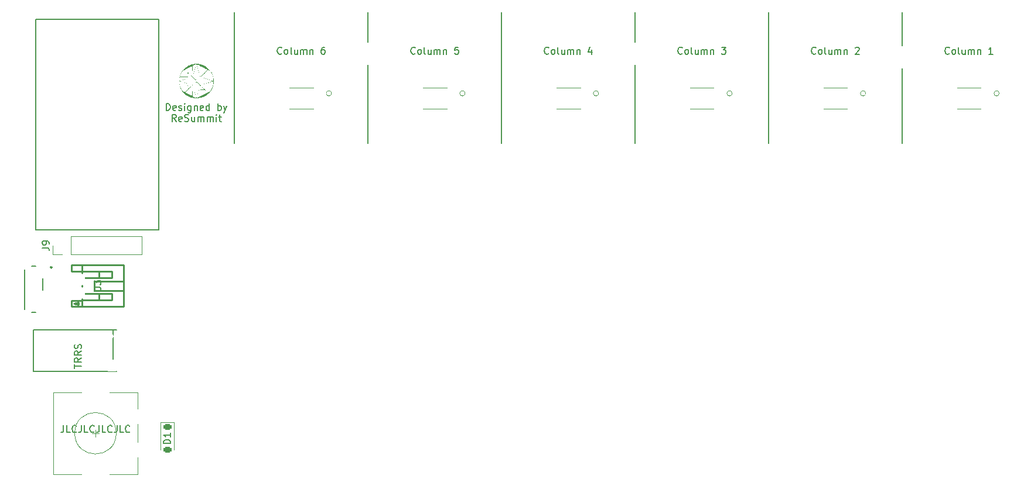
<source format=gto>
G04 #@! TF.GenerationSoftware,KiCad,Pcbnew,7.0.5*
G04 #@! TF.CreationDate,2023-12-27T01:06:36-08:00*
G04 #@! TF.ProjectId,Seismos_5CoreR,53656973-6d6f-4735-9f35-436f7265522e,rev?*
G04 #@! TF.SameCoordinates,Original*
G04 #@! TF.FileFunction,Legend,Top*
G04 #@! TF.FilePolarity,Positive*
%FSLAX46Y46*%
G04 Gerber Fmt 4.6, Leading zero omitted, Abs format (unit mm)*
G04 Created by KiCad (PCBNEW 7.0.5) date 2023-12-27 01:06:36*
%MOMM*%
%LPD*%
G01*
G04 APERTURE LIST*
G04 Aperture macros list*
%AMRoundRect*
0 Rectangle with rounded corners*
0 $1 Rounding radius*
0 $2 $3 $4 $5 $6 $7 $8 $9 X,Y pos of 4 corners*
0 Add a 4 corners polygon primitive as box body*
4,1,4,$2,$3,$4,$5,$6,$7,$8,$9,$2,$3,0*
0 Add four circle primitives for the rounded corners*
1,1,$1+$1,$2,$3*
1,1,$1+$1,$4,$5*
1,1,$1+$1,$6,$7*
1,1,$1+$1,$8,$9*
0 Add four rect primitives between the rounded corners*
20,1,$1+$1,$2,$3,$4,$5,0*
20,1,$1+$1,$4,$5,$6,$7,0*
20,1,$1+$1,$6,$7,$8,$9,0*
20,1,$1+$1,$8,$9,$2,$3,0*%
%AMFreePoly0*
4,1,6,0.600000,0.200000,0.000000,-0.400000,-0.600000,0.200000,-0.600000,0.400000,0.600000,0.400000,0.600000,0.200000,0.600000,0.200000,$1*%
%AMFreePoly1*
4,1,6,0.600000,-0.250000,-0.600000,-0.250000,-0.600000,1.000000,0.000000,0.400000,0.600000,1.000000,0.600000,-0.250000,0.600000,-0.250000,$1*%
G04 Aperture macros list end*
%ADD10C,0.150000*%
%ADD11C,0.120000*%
%ADD12C,0.127000*%
%ADD13C,0.250000*%
%ADD14C,0.254000*%
%ADD15C,1.200000*%
%ADD16O,2.500000X1.700000*%
%ADD17C,0.100000*%
%ADD18C,3.200000*%
%ADD19C,2.000000*%
%ADD20R,3.200000X2.000000*%
%ADD21R,1.803400X0.812800*%
%ADD22R,1.700000X1.700000*%
%ADD23O,1.700000X1.700000*%
%ADD24C,0.900000*%
%ADD25R,1.500000X0.700000*%
%ADD26R,0.800000X1.000000*%
%ADD27C,1.400000*%
%ADD28C,1.600000*%
%ADD29FreePoly0,270.000000*%
%ADD30FreePoly0,90.000000*%
%ADD31R,1.600000X1.600000*%
%ADD32FreePoly1,270.000000*%
%ADD33FreePoly1,90.000000*%
%ADD34RoundRect,0.225000X-0.375000X0.225000X-0.375000X-0.225000X0.375000X-0.225000X0.375000X0.225000X0*%
G04 APERTURE END LIST*
D10*
X61200000Y-20000000D02*
X61200000Y-39000000D01*
X80500000Y-20000000D02*
X80500000Y-39000000D01*
X119100000Y-20000000D02*
X119100000Y-39000000D01*
X99800000Y-20000000D02*
X99800000Y-39000000D01*
X157700000Y-20000000D02*
X157700000Y-39000000D01*
X138400000Y-20000000D02*
X138400000Y-39000000D01*
X106616666Y-25974580D02*
X106569047Y-26022200D01*
X106569047Y-26022200D02*
X106426190Y-26069819D01*
X106426190Y-26069819D02*
X106330952Y-26069819D01*
X106330952Y-26069819D02*
X106188095Y-26022200D01*
X106188095Y-26022200D02*
X106092857Y-25926961D01*
X106092857Y-25926961D02*
X106045238Y-25831723D01*
X106045238Y-25831723D02*
X105997619Y-25641247D01*
X105997619Y-25641247D02*
X105997619Y-25498390D01*
X105997619Y-25498390D02*
X106045238Y-25307914D01*
X106045238Y-25307914D02*
X106092857Y-25212676D01*
X106092857Y-25212676D02*
X106188095Y-25117438D01*
X106188095Y-25117438D02*
X106330952Y-25069819D01*
X106330952Y-25069819D02*
X106426190Y-25069819D01*
X106426190Y-25069819D02*
X106569047Y-25117438D01*
X106569047Y-25117438D02*
X106616666Y-25165057D01*
X107188095Y-26069819D02*
X107092857Y-26022200D01*
X107092857Y-26022200D02*
X107045238Y-25974580D01*
X107045238Y-25974580D02*
X106997619Y-25879342D01*
X106997619Y-25879342D02*
X106997619Y-25593628D01*
X106997619Y-25593628D02*
X107045238Y-25498390D01*
X107045238Y-25498390D02*
X107092857Y-25450771D01*
X107092857Y-25450771D02*
X107188095Y-25403152D01*
X107188095Y-25403152D02*
X107330952Y-25403152D01*
X107330952Y-25403152D02*
X107426190Y-25450771D01*
X107426190Y-25450771D02*
X107473809Y-25498390D01*
X107473809Y-25498390D02*
X107521428Y-25593628D01*
X107521428Y-25593628D02*
X107521428Y-25879342D01*
X107521428Y-25879342D02*
X107473809Y-25974580D01*
X107473809Y-25974580D02*
X107426190Y-26022200D01*
X107426190Y-26022200D02*
X107330952Y-26069819D01*
X107330952Y-26069819D02*
X107188095Y-26069819D01*
X108092857Y-26069819D02*
X107997619Y-26022200D01*
X107997619Y-26022200D02*
X107950000Y-25926961D01*
X107950000Y-25926961D02*
X107950000Y-25069819D01*
X108902381Y-25403152D02*
X108902381Y-26069819D01*
X108473810Y-25403152D02*
X108473810Y-25926961D01*
X108473810Y-25926961D02*
X108521429Y-26022200D01*
X108521429Y-26022200D02*
X108616667Y-26069819D01*
X108616667Y-26069819D02*
X108759524Y-26069819D01*
X108759524Y-26069819D02*
X108854762Y-26022200D01*
X108854762Y-26022200D02*
X108902381Y-25974580D01*
X109378572Y-26069819D02*
X109378572Y-25403152D01*
X109378572Y-25498390D02*
X109426191Y-25450771D01*
X109426191Y-25450771D02*
X109521429Y-25403152D01*
X109521429Y-25403152D02*
X109664286Y-25403152D01*
X109664286Y-25403152D02*
X109759524Y-25450771D01*
X109759524Y-25450771D02*
X109807143Y-25546009D01*
X109807143Y-25546009D02*
X109807143Y-26069819D01*
X109807143Y-25546009D02*
X109854762Y-25450771D01*
X109854762Y-25450771D02*
X109950000Y-25403152D01*
X109950000Y-25403152D02*
X110092857Y-25403152D01*
X110092857Y-25403152D02*
X110188096Y-25450771D01*
X110188096Y-25450771D02*
X110235715Y-25546009D01*
X110235715Y-25546009D02*
X110235715Y-26069819D01*
X110711905Y-25403152D02*
X110711905Y-26069819D01*
X110711905Y-25498390D02*
X110759524Y-25450771D01*
X110759524Y-25450771D02*
X110854762Y-25403152D01*
X110854762Y-25403152D02*
X110997619Y-25403152D01*
X110997619Y-25403152D02*
X111092857Y-25450771D01*
X111092857Y-25450771D02*
X111140476Y-25546009D01*
X111140476Y-25546009D02*
X111140476Y-26069819D01*
X112807143Y-25403152D02*
X112807143Y-26069819D01*
X112569048Y-25022200D02*
X112330953Y-25736485D01*
X112330953Y-25736485D02*
X112950000Y-25736485D01*
X87316666Y-25974580D02*
X87269047Y-26022200D01*
X87269047Y-26022200D02*
X87126190Y-26069819D01*
X87126190Y-26069819D02*
X87030952Y-26069819D01*
X87030952Y-26069819D02*
X86888095Y-26022200D01*
X86888095Y-26022200D02*
X86792857Y-25926961D01*
X86792857Y-25926961D02*
X86745238Y-25831723D01*
X86745238Y-25831723D02*
X86697619Y-25641247D01*
X86697619Y-25641247D02*
X86697619Y-25498390D01*
X86697619Y-25498390D02*
X86745238Y-25307914D01*
X86745238Y-25307914D02*
X86792857Y-25212676D01*
X86792857Y-25212676D02*
X86888095Y-25117438D01*
X86888095Y-25117438D02*
X87030952Y-25069819D01*
X87030952Y-25069819D02*
X87126190Y-25069819D01*
X87126190Y-25069819D02*
X87269047Y-25117438D01*
X87269047Y-25117438D02*
X87316666Y-25165057D01*
X87888095Y-26069819D02*
X87792857Y-26022200D01*
X87792857Y-26022200D02*
X87745238Y-25974580D01*
X87745238Y-25974580D02*
X87697619Y-25879342D01*
X87697619Y-25879342D02*
X87697619Y-25593628D01*
X87697619Y-25593628D02*
X87745238Y-25498390D01*
X87745238Y-25498390D02*
X87792857Y-25450771D01*
X87792857Y-25450771D02*
X87888095Y-25403152D01*
X87888095Y-25403152D02*
X88030952Y-25403152D01*
X88030952Y-25403152D02*
X88126190Y-25450771D01*
X88126190Y-25450771D02*
X88173809Y-25498390D01*
X88173809Y-25498390D02*
X88221428Y-25593628D01*
X88221428Y-25593628D02*
X88221428Y-25879342D01*
X88221428Y-25879342D02*
X88173809Y-25974580D01*
X88173809Y-25974580D02*
X88126190Y-26022200D01*
X88126190Y-26022200D02*
X88030952Y-26069819D01*
X88030952Y-26069819D02*
X87888095Y-26069819D01*
X88792857Y-26069819D02*
X88697619Y-26022200D01*
X88697619Y-26022200D02*
X88650000Y-25926961D01*
X88650000Y-25926961D02*
X88650000Y-25069819D01*
X89602381Y-25403152D02*
X89602381Y-26069819D01*
X89173810Y-25403152D02*
X89173810Y-25926961D01*
X89173810Y-25926961D02*
X89221429Y-26022200D01*
X89221429Y-26022200D02*
X89316667Y-26069819D01*
X89316667Y-26069819D02*
X89459524Y-26069819D01*
X89459524Y-26069819D02*
X89554762Y-26022200D01*
X89554762Y-26022200D02*
X89602381Y-25974580D01*
X90078572Y-26069819D02*
X90078572Y-25403152D01*
X90078572Y-25498390D02*
X90126191Y-25450771D01*
X90126191Y-25450771D02*
X90221429Y-25403152D01*
X90221429Y-25403152D02*
X90364286Y-25403152D01*
X90364286Y-25403152D02*
X90459524Y-25450771D01*
X90459524Y-25450771D02*
X90507143Y-25546009D01*
X90507143Y-25546009D02*
X90507143Y-26069819D01*
X90507143Y-25546009D02*
X90554762Y-25450771D01*
X90554762Y-25450771D02*
X90650000Y-25403152D01*
X90650000Y-25403152D02*
X90792857Y-25403152D01*
X90792857Y-25403152D02*
X90888096Y-25450771D01*
X90888096Y-25450771D02*
X90935715Y-25546009D01*
X90935715Y-25546009D02*
X90935715Y-26069819D01*
X91411905Y-25403152D02*
X91411905Y-26069819D01*
X91411905Y-25498390D02*
X91459524Y-25450771D01*
X91459524Y-25450771D02*
X91554762Y-25403152D01*
X91554762Y-25403152D02*
X91697619Y-25403152D01*
X91697619Y-25403152D02*
X91792857Y-25450771D01*
X91792857Y-25450771D02*
X91840476Y-25546009D01*
X91840476Y-25546009D02*
X91840476Y-26069819D01*
X93554762Y-25069819D02*
X93078572Y-25069819D01*
X93078572Y-25069819D02*
X93030953Y-25546009D01*
X93030953Y-25546009D02*
X93078572Y-25498390D01*
X93078572Y-25498390D02*
X93173810Y-25450771D01*
X93173810Y-25450771D02*
X93411905Y-25450771D01*
X93411905Y-25450771D02*
X93507143Y-25498390D01*
X93507143Y-25498390D02*
X93554762Y-25546009D01*
X93554762Y-25546009D02*
X93602381Y-25641247D01*
X93602381Y-25641247D02*
X93602381Y-25879342D01*
X93602381Y-25879342D02*
X93554762Y-25974580D01*
X93554762Y-25974580D02*
X93507143Y-26022200D01*
X93507143Y-26022200D02*
X93411905Y-26069819D01*
X93411905Y-26069819D02*
X93173810Y-26069819D01*
X93173810Y-26069819D02*
X93078572Y-26022200D01*
X93078572Y-26022200D02*
X93030953Y-25974580D01*
X145216666Y-25974580D02*
X145169047Y-26022200D01*
X145169047Y-26022200D02*
X145026190Y-26069819D01*
X145026190Y-26069819D02*
X144930952Y-26069819D01*
X144930952Y-26069819D02*
X144788095Y-26022200D01*
X144788095Y-26022200D02*
X144692857Y-25926961D01*
X144692857Y-25926961D02*
X144645238Y-25831723D01*
X144645238Y-25831723D02*
X144597619Y-25641247D01*
X144597619Y-25641247D02*
X144597619Y-25498390D01*
X144597619Y-25498390D02*
X144645238Y-25307914D01*
X144645238Y-25307914D02*
X144692857Y-25212676D01*
X144692857Y-25212676D02*
X144788095Y-25117438D01*
X144788095Y-25117438D02*
X144930952Y-25069819D01*
X144930952Y-25069819D02*
X145026190Y-25069819D01*
X145026190Y-25069819D02*
X145169047Y-25117438D01*
X145169047Y-25117438D02*
X145216666Y-25165057D01*
X145788095Y-26069819D02*
X145692857Y-26022200D01*
X145692857Y-26022200D02*
X145645238Y-25974580D01*
X145645238Y-25974580D02*
X145597619Y-25879342D01*
X145597619Y-25879342D02*
X145597619Y-25593628D01*
X145597619Y-25593628D02*
X145645238Y-25498390D01*
X145645238Y-25498390D02*
X145692857Y-25450771D01*
X145692857Y-25450771D02*
X145788095Y-25403152D01*
X145788095Y-25403152D02*
X145930952Y-25403152D01*
X145930952Y-25403152D02*
X146026190Y-25450771D01*
X146026190Y-25450771D02*
X146073809Y-25498390D01*
X146073809Y-25498390D02*
X146121428Y-25593628D01*
X146121428Y-25593628D02*
X146121428Y-25879342D01*
X146121428Y-25879342D02*
X146073809Y-25974580D01*
X146073809Y-25974580D02*
X146026190Y-26022200D01*
X146026190Y-26022200D02*
X145930952Y-26069819D01*
X145930952Y-26069819D02*
X145788095Y-26069819D01*
X146692857Y-26069819D02*
X146597619Y-26022200D01*
X146597619Y-26022200D02*
X146550000Y-25926961D01*
X146550000Y-25926961D02*
X146550000Y-25069819D01*
X147502381Y-25403152D02*
X147502381Y-26069819D01*
X147073810Y-25403152D02*
X147073810Y-25926961D01*
X147073810Y-25926961D02*
X147121429Y-26022200D01*
X147121429Y-26022200D02*
X147216667Y-26069819D01*
X147216667Y-26069819D02*
X147359524Y-26069819D01*
X147359524Y-26069819D02*
X147454762Y-26022200D01*
X147454762Y-26022200D02*
X147502381Y-25974580D01*
X147978572Y-26069819D02*
X147978572Y-25403152D01*
X147978572Y-25498390D02*
X148026191Y-25450771D01*
X148026191Y-25450771D02*
X148121429Y-25403152D01*
X148121429Y-25403152D02*
X148264286Y-25403152D01*
X148264286Y-25403152D02*
X148359524Y-25450771D01*
X148359524Y-25450771D02*
X148407143Y-25546009D01*
X148407143Y-25546009D02*
X148407143Y-26069819D01*
X148407143Y-25546009D02*
X148454762Y-25450771D01*
X148454762Y-25450771D02*
X148550000Y-25403152D01*
X148550000Y-25403152D02*
X148692857Y-25403152D01*
X148692857Y-25403152D02*
X148788096Y-25450771D01*
X148788096Y-25450771D02*
X148835715Y-25546009D01*
X148835715Y-25546009D02*
X148835715Y-26069819D01*
X149311905Y-25403152D02*
X149311905Y-26069819D01*
X149311905Y-25498390D02*
X149359524Y-25450771D01*
X149359524Y-25450771D02*
X149454762Y-25403152D01*
X149454762Y-25403152D02*
X149597619Y-25403152D01*
X149597619Y-25403152D02*
X149692857Y-25450771D01*
X149692857Y-25450771D02*
X149740476Y-25546009D01*
X149740476Y-25546009D02*
X149740476Y-26069819D01*
X150930953Y-25165057D02*
X150978572Y-25117438D01*
X150978572Y-25117438D02*
X151073810Y-25069819D01*
X151073810Y-25069819D02*
X151311905Y-25069819D01*
X151311905Y-25069819D02*
X151407143Y-25117438D01*
X151407143Y-25117438D02*
X151454762Y-25165057D01*
X151454762Y-25165057D02*
X151502381Y-25260295D01*
X151502381Y-25260295D02*
X151502381Y-25355533D01*
X151502381Y-25355533D02*
X151454762Y-25498390D01*
X151454762Y-25498390D02*
X150883334Y-26069819D01*
X150883334Y-26069819D02*
X151502381Y-26069819D01*
X125916666Y-25974580D02*
X125869047Y-26022200D01*
X125869047Y-26022200D02*
X125726190Y-26069819D01*
X125726190Y-26069819D02*
X125630952Y-26069819D01*
X125630952Y-26069819D02*
X125488095Y-26022200D01*
X125488095Y-26022200D02*
X125392857Y-25926961D01*
X125392857Y-25926961D02*
X125345238Y-25831723D01*
X125345238Y-25831723D02*
X125297619Y-25641247D01*
X125297619Y-25641247D02*
X125297619Y-25498390D01*
X125297619Y-25498390D02*
X125345238Y-25307914D01*
X125345238Y-25307914D02*
X125392857Y-25212676D01*
X125392857Y-25212676D02*
X125488095Y-25117438D01*
X125488095Y-25117438D02*
X125630952Y-25069819D01*
X125630952Y-25069819D02*
X125726190Y-25069819D01*
X125726190Y-25069819D02*
X125869047Y-25117438D01*
X125869047Y-25117438D02*
X125916666Y-25165057D01*
X126488095Y-26069819D02*
X126392857Y-26022200D01*
X126392857Y-26022200D02*
X126345238Y-25974580D01*
X126345238Y-25974580D02*
X126297619Y-25879342D01*
X126297619Y-25879342D02*
X126297619Y-25593628D01*
X126297619Y-25593628D02*
X126345238Y-25498390D01*
X126345238Y-25498390D02*
X126392857Y-25450771D01*
X126392857Y-25450771D02*
X126488095Y-25403152D01*
X126488095Y-25403152D02*
X126630952Y-25403152D01*
X126630952Y-25403152D02*
X126726190Y-25450771D01*
X126726190Y-25450771D02*
X126773809Y-25498390D01*
X126773809Y-25498390D02*
X126821428Y-25593628D01*
X126821428Y-25593628D02*
X126821428Y-25879342D01*
X126821428Y-25879342D02*
X126773809Y-25974580D01*
X126773809Y-25974580D02*
X126726190Y-26022200D01*
X126726190Y-26022200D02*
X126630952Y-26069819D01*
X126630952Y-26069819D02*
X126488095Y-26069819D01*
X127392857Y-26069819D02*
X127297619Y-26022200D01*
X127297619Y-26022200D02*
X127250000Y-25926961D01*
X127250000Y-25926961D02*
X127250000Y-25069819D01*
X128202381Y-25403152D02*
X128202381Y-26069819D01*
X127773810Y-25403152D02*
X127773810Y-25926961D01*
X127773810Y-25926961D02*
X127821429Y-26022200D01*
X127821429Y-26022200D02*
X127916667Y-26069819D01*
X127916667Y-26069819D02*
X128059524Y-26069819D01*
X128059524Y-26069819D02*
X128154762Y-26022200D01*
X128154762Y-26022200D02*
X128202381Y-25974580D01*
X128678572Y-26069819D02*
X128678572Y-25403152D01*
X128678572Y-25498390D02*
X128726191Y-25450771D01*
X128726191Y-25450771D02*
X128821429Y-25403152D01*
X128821429Y-25403152D02*
X128964286Y-25403152D01*
X128964286Y-25403152D02*
X129059524Y-25450771D01*
X129059524Y-25450771D02*
X129107143Y-25546009D01*
X129107143Y-25546009D02*
X129107143Y-26069819D01*
X129107143Y-25546009D02*
X129154762Y-25450771D01*
X129154762Y-25450771D02*
X129250000Y-25403152D01*
X129250000Y-25403152D02*
X129392857Y-25403152D01*
X129392857Y-25403152D02*
X129488096Y-25450771D01*
X129488096Y-25450771D02*
X129535715Y-25546009D01*
X129535715Y-25546009D02*
X129535715Y-26069819D01*
X130011905Y-25403152D02*
X130011905Y-26069819D01*
X130011905Y-25498390D02*
X130059524Y-25450771D01*
X130059524Y-25450771D02*
X130154762Y-25403152D01*
X130154762Y-25403152D02*
X130297619Y-25403152D01*
X130297619Y-25403152D02*
X130392857Y-25450771D01*
X130392857Y-25450771D02*
X130440476Y-25546009D01*
X130440476Y-25546009D02*
X130440476Y-26069819D01*
X131583334Y-25069819D02*
X132202381Y-25069819D01*
X132202381Y-25069819D02*
X131869048Y-25450771D01*
X131869048Y-25450771D02*
X132011905Y-25450771D01*
X132011905Y-25450771D02*
X132107143Y-25498390D01*
X132107143Y-25498390D02*
X132154762Y-25546009D01*
X132154762Y-25546009D02*
X132202381Y-25641247D01*
X132202381Y-25641247D02*
X132202381Y-25879342D01*
X132202381Y-25879342D02*
X132154762Y-25974580D01*
X132154762Y-25974580D02*
X132107143Y-26022200D01*
X132107143Y-26022200D02*
X132011905Y-26069819D01*
X132011905Y-26069819D02*
X131726191Y-26069819D01*
X131726191Y-26069819D02*
X131630953Y-26022200D01*
X131630953Y-26022200D02*
X131583334Y-25974580D01*
X164516666Y-25974580D02*
X164469047Y-26022200D01*
X164469047Y-26022200D02*
X164326190Y-26069819D01*
X164326190Y-26069819D02*
X164230952Y-26069819D01*
X164230952Y-26069819D02*
X164088095Y-26022200D01*
X164088095Y-26022200D02*
X163992857Y-25926961D01*
X163992857Y-25926961D02*
X163945238Y-25831723D01*
X163945238Y-25831723D02*
X163897619Y-25641247D01*
X163897619Y-25641247D02*
X163897619Y-25498390D01*
X163897619Y-25498390D02*
X163945238Y-25307914D01*
X163945238Y-25307914D02*
X163992857Y-25212676D01*
X163992857Y-25212676D02*
X164088095Y-25117438D01*
X164088095Y-25117438D02*
X164230952Y-25069819D01*
X164230952Y-25069819D02*
X164326190Y-25069819D01*
X164326190Y-25069819D02*
X164469047Y-25117438D01*
X164469047Y-25117438D02*
X164516666Y-25165057D01*
X165088095Y-26069819D02*
X164992857Y-26022200D01*
X164992857Y-26022200D02*
X164945238Y-25974580D01*
X164945238Y-25974580D02*
X164897619Y-25879342D01*
X164897619Y-25879342D02*
X164897619Y-25593628D01*
X164897619Y-25593628D02*
X164945238Y-25498390D01*
X164945238Y-25498390D02*
X164992857Y-25450771D01*
X164992857Y-25450771D02*
X165088095Y-25403152D01*
X165088095Y-25403152D02*
X165230952Y-25403152D01*
X165230952Y-25403152D02*
X165326190Y-25450771D01*
X165326190Y-25450771D02*
X165373809Y-25498390D01*
X165373809Y-25498390D02*
X165421428Y-25593628D01*
X165421428Y-25593628D02*
X165421428Y-25879342D01*
X165421428Y-25879342D02*
X165373809Y-25974580D01*
X165373809Y-25974580D02*
X165326190Y-26022200D01*
X165326190Y-26022200D02*
X165230952Y-26069819D01*
X165230952Y-26069819D02*
X165088095Y-26069819D01*
X165992857Y-26069819D02*
X165897619Y-26022200D01*
X165897619Y-26022200D02*
X165850000Y-25926961D01*
X165850000Y-25926961D02*
X165850000Y-25069819D01*
X166802381Y-25403152D02*
X166802381Y-26069819D01*
X166373810Y-25403152D02*
X166373810Y-25926961D01*
X166373810Y-25926961D02*
X166421429Y-26022200D01*
X166421429Y-26022200D02*
X166516667Y-26069819D01*
X166516667Y-26069819D02*
X166659524Y-26069819D01*
X166659524Y-26069819D02*
X166754762Y-26022200D01*
X166754762Y-26022200D02*
X166802381Y-25974580D01*
X167278572Y-26069819D02*
X167278572Y-25403152D01*
X167278572Y-25498390D02*
X167326191Y-25450771D01*
X167326191Y-25450771D02*
X167421429Y-25403152D01*
X167421429Y-25403152D02*
X167564286Y-25403152D01*
X167564286Y-25403152D02*
X167659524Y-25450771D01*
X167659524Y-25450771D02*
X167707143Y-25546009D01*
X167707143Y-25546009D02*
X167707143Y-26069819D01*
X167707143Y-25546009D02*
X167754762Y-25450771D01*
X167754762Y-25450771D02*
X167850000Y-25403152D01*
X167850000Y-25403152D02*
X167992857Y-25403152D01*
X167992857Y-25403152D02*
X168088096Y-25450771D01*
X168088096Y-25450771D02*
X168135715Y-25546009D01*
X168135715Y-25546009D02*
X168135715Y-26069819D01*
X168611905Y-25403152D02*
X168611905Y-26069819D01*
X168611905Y-25498390D02*
X168659524Y-25450771D01*
X168659524Y-25450771D02*
X168754762Y-25403152D01*
X168754762Y-25403152D02*
X168897619Y-25403152D01*
X168897619Y-25403152D02*
X168992857Y-25450771D01*
X168992857Y-25450771D02*
X169040476Y-25546009D01*
X169040476Y-25546009D02*
X169040476Y-26069819D01*
X170802381Y-26069819D02*
X170230953Y-26069819D01*
X170516667Y-26069819D02*
X170516667Y-25069819D01*
X170516667Y-25069819D02*
X170421429Y-25212676D01*
X170421429Y-25212676D02*
X170326191Y-25307914D01*
X170326191Y-25307914D02*
X170230953Y-25355533D01*
X68016666Y-25974580D02*
X67969047Y-26022200D01*
X67969047Y-26022200D02*
X67826190Y-26069819D01*
X67826190Y-26069819D02*
X67730952Y-26069819D01*
X67730952Y-26069819D02*
X67588095Y-26022200D01*
X67588095Y-26022200D02*
X67492857Y-25926961D01*
X67492857Y-25926961D02*
X67445238Y-25831723D01*
X67445238Y-25831723D02*
X67397619Y-25641247D01*
X67397619Y-25641247D02*
X67397619Y-25498390D01*
X67397619Y-25498390D02*
X67445238Y-25307914D01*
X67445238Y-25307914D02*
X67492857Y-25212676D01*
X67492857Y-25212676D02*
X67588095Y-25117438D01*
X67588095Y-25117438D02*
X67730952Y-25069819D01*
X67730952Y-25069819D02*
X67826190Y-25069819D01*
X67826190Y-25069819D02*
X67969047Y-25117438D01*
X67969047Y-25117438D02*
X68016666Y-25165057D01*
X68588095Y-26069819D02*
X68492857Y-26022200D01*
X68492857Y-26022200D02*
X68445238Y-25974580D01*
X68445238Y-25974580D02*
X68397619Y-25879342D01*
X68397619Y-25879342D02*
X68397619Y-25593628D01*
X68397619Y-25593628D02*
X68445238Y-25498390D01*
X68445238Y-25498390D02*
X68492857Y-25450771D01*
X68492857Y-25450771D02*
X68588095Y-25403152D01*
X68588095Y-25403152D02*
X68730952Y-25403152D01*
X68730952Y-25403152D02*
X68826190Y-25450771D01*
X68826190Y-25450771D02*
X68873809Y-25498390D01*
X68873809Y-25498390D02*
X68921428Y-25593628D01*
X68921428Y-25593628D02*
X68921428Y-25879342D01*
X68921428Y-25879342D02*
X68873809Y-25974580D01*
X68873809Y-25974580D02*
X68826190Y-26022200D01*
X68826190Y-26022200D02*
X68730952Y-26069819D01*
X68730952Y-26069819D02*
X68588095Y-26069819D01*
X69492857Y-26069819D02*
X69397619Y-26022200D01*
X69397619Y-26022200D02*
X69350000Y-25926961D01*
X69350000Y-25926961D02*
X69350000Y-25069819D01*
X70302381Y-25403152D02*
X70302381Y-26069819D01*
X69873810Y-25403152D02*
X69873810Y-25926961D01*
X69873810Y-25926961D02*
X69921429Y-26022200D01*
X69921429Y-26022200D02*
X70016667Y-26069819D01*
X70016667Y-26069819D02*
X70159524Y-26069819D01*
X70159524Y-26069819D02*
X70254762Y-26022200D01*
X70254762Y-26022200D02*
X70302381Y-25974580D01*
X70778572Y-26069819D02*
X70778572Y-25403152D01*
X70778572Y-25498390D02*
X70826191Y-25450771D01*
X70826191Y-25450771D02*
X70921429Y-25403152D01*
X70921429Y-25403152D02*
X71064286Y-25403152D01*
X71064286Y-25403152D02*
X71159524Y-25450771D01*
X71159524Y-25450771D02*
X71207143Y-25546009D01*
X71207143Y-25546009D02*
X71207143Y-26069819D01*
X71207143Y-25546009D02*
X71254762Y-25450771D01*
X71254762Y-25450771D02*
X71350000Y-25403152D01*
X71350000Y-25403152D02*
X71492857Y-25403152D01*
X71492857Y-25403152D02*
X71588096Y-25450771D01*
X71588096Y-25450771D02*
X71635715Y-25546009D01*
X71635715Y-25546009D02*
X71635715Y-26069819D01*
X72111905Y-25403152D02*
X72111905Y-26069819D01*
X72111905Y-25498390D02*
X72159524Y-25450771D01*
X72159524Y-25450771D02*
X72254762Y-25403152D01*
X72254762Y-25403152D02*
X72397619Y-25403152D01*
X72397619Y-25403152D02*
X72492857Y-25450771D01*
X72492857Y-25450771D02*
X72540476Y-25546009D01*
X72540476Y-25546009D02*
X72540476Y-26069819D01*
X74207143Y-25069819D02*
X74016667Y-25069819D01*
X74016667Y-25069819D02*
X73921429Y-25117438D01*
X73921429Y-25117438D02*
X73873810Y-25165057D01*
X73873810Y-25165057D02*
X73778572Y-25307914D01*
X73778572Y-25307914D02*
X73730953Y-25498390D01*
X73730953Y-25498390D02*
X73730953Y-25879342D01*
X73730953Y-25879342D02*
X73778572Y-25974580D01*
X73778572Y-25974580D02*
X73826191Y-26022200D01*
X73826191Y-26022200D02*
X73921429Y-26069819D01*
X73921429Y-26069819D02*
X74111905Y-26069819D01*
X74111905Y-26069819D02*
X74207143Y-26022200D01*
X74207143Y-26022200D02*
X74254762Y-25974580D01*
X74254762Y-25974580D02*
X74302381Y-25879342D01*
X74302381Y-25879342D02*
X74302381Y-25641247D01*
X74302381Y-25641247D02*
X74254762Y-25546009D01*
X74254762Y-25546009D02*
X74207143Y-25498390D01*
X74207143Y-25498390D02*
X74111905Y-25450771D01*
X74111905Y-25450771D02*
X73921429Y-25450771D01*
X73921429Y-25450771D02*
X73826191Y-25498390D01*
X73826191Y-25498390D02*
X73778572Y-25546009D01*
X73778572Y-25546009D02*
X73730953Y-25641247D01*
X36490951Y-79829819D02*
X36490951Y-80544104D01*
X36490951Y-80544104D02*
X36443332Y-80686961D01*
X36443332Y-80686961D02*
X36348094Y-80782200D01*
X36348094Y-80782200D02*
X36205237Y-80829819D01*
X36205237Y-80829819D02*
X36109999Y-80829819D01*
X37443332Y-80829819D02*
X36967142Y-80829819D01*
X36967142Y-80829819D02*
X36967142Y-79829819D01*
X38348094Y-80734580D02*
X38300475Y-80782200D01*
X38300475Y-80782200D02*
X38157618Y-80829819D01*
X38157618Y-80829819D02*
X38062380Y-80829819D01*
X38062380Y-80829819D02*
X37919523Y-80782200D01*
X37919523Y-80782200D02*
X37824285Y-80686961D01*
X37824285Y-80686961D02*
X37776666Y-80591723D01*
X37776666Y-80591723D02*
X37729047Y-80401247D01*
X37729047Y-80401247D02*
X37729047Y-80258390D01*
X37729047Y-80258390D02*
X37776666Y-80067914D01*
X37776666Y-80067914D02*
X37824285Y-79972676D01*
X37824285Y-79972676D02*
X37919523Y-79877438D01*
X37919523Y-79877438D02*
X38062380Y-79829819D01*
X38062380Y-79829819D02*
X38157618Y-79829819D01*
X38157618Y-79829819D02*
X38300475Y-79877438D01*
X38300475Y-79877438D02*
X38348094Y-79925057D01*
X39062380Y-79829819D02*
X39062380Y-80544104D01*
X39062380Y-80544104D02*
X39014761Y-80686961D01*
X39014761Y-80686961D02*
X38919523Y-80782200D01*
X38919523Y-80782200D02*
X38776666Y-80829819D01*
X38776666Y-80829819D02*
X38681428Y-80829819D01*
X40014761Y-80829819D02*
X39538571Y-80829819D01*
X39538571Y-80829819D02*
X39538571Y-79829819D01*
X40919523Y-80734580D02*
X40871904Y-80782200D01*
X40871904Y-80782200D02*
X40729047Y-80829819D01*
X40729047Y-80829819D02*
X40633809Y-80829819D01*
X40633809Y-80829819D02*
X40490952Y-80782200D01*
X40490952Y-80782200D02*
X40395714Y-80686961D01*
X40395714Y-80686961D02*
X40348095Y-80591723D01*
X40348095Y-80591723D02*
X40300476Y-80401247D01*
X40300476Y-80401247D02*
X40300476Y-80258390D01*
X40300476Y-80258390D02*
X40348095Y-80067914D01*
X40348095Y-80067914D02*
X40395714Y-79972676D01*
X40395714Y-79972676D02*
X40490952Y-79877438D01*
X40490952Y-79877438D02*
X40633809Y-79829819D01*
X40633809Y-79829819D02*
X40729047Y-79829819D01*
X40729047Y-79829819D02*
X40871904Y-79877438D01*
X40871904Y-79877438D02*
X40919523Y-79925057D01*
X41633809Y-79829819D02*
X41633809Y-80544104D01*
X41633809Y-80544104D02*
X41586190Y-80686961D01*
X41586190Y-80686961D02*
X41490952Y-80782200D01*
X41490952Y-80782200D02*
X41348095Y-80829819D01*
X41348095Y-80829819D02*
X41252857Y-80829819D01*
X42586190Y-80829819D02*
X42110000Y-80829819D01*
X42110000Y-80829819D02*
X42110000Y-79829819D01*
X43490952Y-80734580D02*
X43443333Y-80782200D01*
X43443333Y-80782200D02*
X43300476Y-80829819D01*
X43300476Y-80829819D02*
X43205238Y-80829819D01*
X43205238Y-80829819D02*
X43062381Y-80782200D01*
X43062381Y-80782200D02*
X42967143Y-80686961D01*
X42967143Y-80686961D02*
X42919524Y-80591723D01*
X42919524Y-80591723D02*
X42871905Y-80401247D01*
X42871905Y-80401247D02*
X42871905Y-80258390D01*
X42871905Y-80258390D02*
X42919524Y-80067914D01*
X42919524Y-80067914D02*
X42967143Y-79972676D01*
X42967143Y-79972676D02*
X43062381Y-79877438D01*
X43062381Y-79877438D02*
X43205238Y-79829819D01*
X43205238Y-79829819D02*
X43300476Y-79829819D01*
X43300476Y-79829819D02*
X43443333Y-79877438D01*
X43443333Y-79877438D02*
X43490952Y-79925057D01*
X44205238Y-79829819D02*
X44205238Y-80544104D01*
X44205238Y-80544104D02*
X44157619Y-80686961D01*
X44157619Y-80686961D02*
X44062381Y-80782200D01*
X44062381Y-80782200D02*
X43919524Y-80829819D01*
X43919524Y-80829819D02*
X43824286Y-80829819D01*
X45157619Y-80829819D02*
X44681429Y-80829819D01*
X44681429Y-80829819D02*
X44681429Y-79829819D01*
X46062381Y-80734580D02*
X46014762Y-80782200D01*
X46014762Y-80782200D02*
X45871905Y-80829819D01*
X45871905Y-80829819D02*
X45776667Y-80829819D01*
X45776667Y-80829819D02*
X45633810Y-80782200D01*
X45633810Y-80782200D02*
X45538572Y-80686961D01*
X45538572Y-80686961D02*
X45490953Y-80591723D01*
X45490953Y-80591723D02*
X45443334Y-80401247D01*
X45443334Y-80401247D02*
X45443334Y-80258390D01*
X45443334Y-80258390D02*
X45490953Y-80067914D01*
X45490953Y-80067914D02*
X45538572Y-79972676D01*
X45538572Y-79972676D02*
X45633810Y-79877438D01*
X45633810Y-79877438D02*
X45776667Y-79829819D01*
X45776667Y-79829819D02*
X45871905Y-79829819D01*
X45871905Y-79829819D02*
X46014762Y-79877438D01*
X46014762Y-79877438D02*
X46062381Y-79925057D01*
X51341666Y-34209819D02*
X51341666Y-33209819D01*
X51341666Y-33209819D02*
X51579761Y-33209819D01*
X51579761Y-33209819D02*
X51722618Y-33257438D01*
X51722618Y-33257438D02*
X51817856Y-33352676D01*
X51817856Y-33352676D02*
X51865475Y-33447914D01*
X51865475Y-33447914D02*
X51913094Y-33638390D01*
X51913094Y-33638390D02*
X51913094Y-33781247D01*
X51913094Y-33781247D02*
X51865475Y-33971723D01*
X51865475Y-33971723D02*
X51817856Y-34066961D01*
X51817856Y-34066961D02*
X51722618Y-34162200D01*
X51722618Y-34162200D02*
X51579761Y-34209819D01*
X51579761Y-34209819D02*
X51341666Y-34209819D01*
X52722618Y-34162200D02*
X52627380Y-34209819D01*
X52627380Y-34209819D02*
X52436904Y-34209819D01*
X52436904Y-34209819D02*
X52341666Y-34162200D01*
X52341666Y-34162200D02*
X52294047Y-34066961D01*
X52294047Y-34066961D02*
X52294047Y-33686009D01*
X52294047Y-33686009D02*
X52341666Y-33590771D01*
X52341666Y-33590771D02*
X52436904Y-33543152D01*
X52436904Y-33543152D02*
X52627380Y-33543152D01*
X52627380Y-33543152D02*
X52722618Y-33590771D01*
X52722618Y-33590771D02*
X52770237Y-33686009D01*
X52770237Y-33686009D02*
X52770237Y-33781247D01*
X52770237Y-33781247D02*
X52294047Y-33876485D01*
X53151190Y-34162200D02*
X53246428Y-34209819D01*
X53246428Y-34209819D02*
X53436904Y-34209819D01*
X53436904Y-34209819D02*
X53532142Y-34162200D01*
X53532142Y-34162200D02*
X53579761Y-34066961D01*
X53579761Y-34066961D02*
X53579761Y-34019342D01*
X53579761Y-34019342D02*
X53532142Y-33924104D01*
X53532142Y-33924104D02*
X53436904Y-33876485D01*
X53436904Y-33876485D02*
X53294047Y-33876485D01*
X53294047Y-33876485D02*
X53198809Y-33828866D01*
X53198809Y-33828866D02*
X53151190Y-33733628D01*
X53151190Y-33733628D02*
X53151190Y-33686009D01*
X53151190Y-33686009D02*
X53198809Y-33590771D01*
X53198809Y-33590771D02*
X53294047Y-33543152D01*
X53294047Y-33543152D02*
X53436904Y-33543152D01*
X53436904Y-33543152D02*
X53532142Y-33590771D01*
X54008333Y-34209819D02*
X54008333Y-33543152D01*
X54008333Y-33209819D02*
X53960714Y-33257438D01*
X53960714Y-33257438D02*
X54008333Y-33305057D01*
X54008333Y-33305057D02*
X54055952Y-33257438D01*
X54055952Y-33257438D02*
X54008333Y-33209819D01*
X54008333Y-33209819D02*
X54008333Y-33305057D01*
X54913094Y-33543152D02*
X54913094Y-34352676D01*
X54913094Y-34352676D02*
X54865475Y-34447914D01*
X54865475Y-34447914D02*
X54817856Y-34495533D01*
X54817856Y-34495533D02*
X54722618Y-34543152D01*
X54722618Y-34543152D02*
X54579761Y-34543152D01*
X54579761Y-34543152D02*
X54484523Y-34495533D01*
X54913094Y-34162200D02*
X54817856Y-34209819D01*
X54817856Y-34209819D02*
X54627380Y-34209819D01*
X54627380Y-34209819D02*
X54532142Y-34162200D01*
X54532142Y-34162200D02*
X54484523Y-34114580D01*
X54484523Y-34114580D02*
X54436904Y-34019342D01*
X54436904Y-34019342D02*
X54436904Y-33733628D01*
X54436904Y-33733628D02*
X54484523Y-33638390D01*
X54484523Y-33638390D02*
X54532142Y-33590771D01*
X54532142Y-33590771D02*
X54627380Y-33543152D01*
X54627380Y-33543152D02*
X54817856Y-33543152D01*
X54817856Y-33543152D02*
X54913094Y-33590771D01*
X55389285Y-33543152D02*
X55389285Y-34209819D01*
X55389285Y-33638390D02*
X55436904Y-33590771D01*
X55436904Y-33590771D02*
X55532142Y-33543152D01*
X55532142Y-33543152D02*
X55674999Y-33543152D01*
X55674999Y-33543152D02*
X55770237Y-33590771D01*
X55770237Y-33590771D02*
X55817856Y-33686009D01*
X55817856Y-33686009D02*
X55817856Y-34209819D01*
X56674999Y-34162200D02*
X56579761Y-34209819D01*
X56579761Y-34209819D02*
X56389285Y-34209819D01*
X56389285Y-34209819D02*
X56294047Y-34162200D01*
X56294047Y-34162200D02*
X56246428Y-34066961D01*
X56246428Y-34066961D02*
X56246428Y-33686009D01*
X56246428Y-33686009D02*
X56294047Y-33590771D01*
X56294047Y-33590771D02*
X56389285Y-33543152D01*
X56389285Y-33543152D02*
X56579761Y-33543152D01*
X56579761Y-33543152D02*
X56674999Y-33590771D01*
X56674999Y-33590771D02*
X56722618Y-33686009D01*
X56722618Y-33686009D02*
X56722618Y-33781247D01*
X56722618Y-33781247D02*
X56246428Y-33876485D01*
X57579761Y-34209819D02*
X57579761Y-33209819D01*
X57579761Y-34162200D02*
X57484523Y-34209819D01*
X57484523Y-34209819D02*
X57294047Y-34209819D01*
X57294047Y-34209819D02*
X57198809Y-34162200D01*
X57198809Y-34162200D02*
X57151190Y-34114580D01*
X57151190Y-34114580D02*
X57103571Y-34019342D01*
X57103571Y-34019342D02*
X57103571Y-33733628D01*
X57103571Y-33733628D02*
X57151190Y-33638390D01*
X57151190Y-33638390D02*
X57198809Y-33590771D01*
X57198809Y-33590771D02*
X57294047Y-33543152D01*
X57294047Y-33543152D02*
X57484523Y-33543152D01*
X57484523Y-33543152D02*
X57579761Y-33590771D01*
X58817857Y-34209819D02*
X58817857Y-33209819D01*
X58817857Y-33590771D02*
X58913095Y-33543152D01*
X58913095Y-33543152D02*
X59103571Y-33543152D01*
X59103571Y-33543152D02*
X59198809Y-33590771D01*
X59198809Y-33590771D02*
X59246428Y-33638390D01*
X59246428Y-33638390D02*
X59294047Y-33733628D01*
X59294047Y-33733628D02*
X59294047Y-34019342D01*
X59294047Y-34019342D02*
X59246428Y-34114580D01*
X59246428Y-34114580D02*
X59198809Y-34162200D01*
X59198809Y-34162200D02*
X59103571Y-34209819D01*
X59103571Y-34209819D02*
X58913095Y-34209819D01*
X58913095Y-34209819D02*
X58817857Y-34162200D01*
X59627381Y-33543152D02*
X59865476Y-34209819D01*
X60103571Y-33543152D02*
X59865476Y-34209819D01*
X59865476Y-34209819D02*
X59770238Y-34447914D01*
X59770238Y-34447914D02*
X59722619Y-34495533D01*
X59722619Y-34495533D02*
X59627381Y-34543152D01*
X52770238Y-35819819D02*
X52436905Y-35343628D01*
X52198810Y-35819819D02*
X52198810Y-34819819D01*
X52198810Y-34819819D02*
X52579762Y-34819819D01*
X52579762Y-34819819D02*
X52675000Y-34867438D01*
X52675000Y-34867438D02*
X52722619Y-34915057D01*
X52722619Y-34915057D02*
X52770238Y-35010295D01*
X52770238Y-35010295D02*
X52770238Y-35153152D01*
X52770238Y-35153152D02*
X52722619Y-35248390D01*
X52722619Y-35248390D02*
X52675000Y-35296009D01*
X52675000Y-35296009D02*
X52579762Y-35343628D01*
X52579762Y-35343628D02*
X52198810Y-35343628D01*
X53579762Y-35772200D02*
X53484524Y-35819819D01*
X53484524Y-35819819D02*
X53294048Y-35819819D01*
X53294048Y-35819819D02*
X53198810Y-35772200D01*
X53198810Y-35772200D02*
X53151191Y-35676961D01*
X53151191Y-35676961D02*
X53151191Y-35296009D01*
X53151191Y-35296009D02*
X53198810Y-35200771D01*
X53198810Y-35200771D02*
X53294048Y-35153152D01*
X53294048Y-35153152D02*
X53484524Y-35153152D01*
X53484524Y-35153152D02*
X53579762Y-35200771D01*
X53579762Y-35200771D02*
X53627381Y-35296009D01*
X53627381Y-35296009D02*
X53627381Y-35391247D01*
X53627381Y-35391247D02*
X53151191Y-35486485D01*
X54008334Y-35772200D02*
X54151191Y-35819819D01*
X54151191Y-35819819D02*
X54389286Y-35819819D01*
X54389286Y-35819819D02*
X54484524Y-35772200D01*
X54484524Y-35772200D02*
X54532143Y-35724580D01*
X54532143Y-35724580D02*
X54579762Y-35629342D01*
X54579762Y-35629342D02*
X54579762Y-35534104D01*
X54579762Y-35534104D02*
X54532143Y-35438866D01*
X54532143Y-35438866D02*
X54484524Y-35391247D01*
X54484524Y-35391247D02*
X54389286Y-35343628D01*
X54389286Y-35343628D02*
X54198810Y-35296009D01*
X54198810Y-35296009D02*
X54103572Y-35248390D01*
X54103572Y-35248390D02*
X54055953Y-35200771D01*
X54055953Y-35200771D02*
X54008334Y-35105533D01*
X54008334Y-35105533D02*
X54008334Y-35010295D01*
X54008334Y-35010295D02*
X54055953Y-34915057D01*
X54055953Y-34915057D02*
X54103572Y-34867438D01*
X54103572Y-34867438D02*
X54198810Y-34819819D01*
X54198810Y-34819819D02*
X54436905Y-34819819D01*
X54436905Y-34819819D02*
X54579762Y-34867438D01*
X55436905Y-35153152D02*
X55436905Y-35819819D01*
X55008334Y-35153152D02*
X55008334Y-35676961D01*
X55008334Y-35676961D02*
X55055953Y-35772200D01*
X55055953Y-35772200D02*
X55151191Y-35819819D01*
X55151191Y-35819819D02*
X55294048Y-35819819D01*
X55294048Y-35819819D02*
X55389286Y-35772200D01*
X55389286Y-35772200D02*
X55436905Y-35724580D01*
X55913096Y-35819819D02*
X55913096Y-35153152D01*
X55913096Y-35248390D02*
X55960715Y-35200771D01*
X55960715Y-35200771D02*
X56055953Y-35153152D01*
X56055953Y-35153152D02*
X56198810Y-35153152D01*
X56198810Y-35153152D02*
X56294048Y-35200771D01*
X56294048Y-35200771D02*
X56341667Y-35296009D01*
X56341667Y-35296009D02*
X56341667Y-35819819D01*
X56341667Y-35296009D02*
X56389286Y-35200771D01*
X56389286Y-35200771D02*
X56484524Y-35153152D01*
X56484524Y-35153152D02*
X56627381Y-35153152D01*
X56627381Y-35153152D02*
X56722620Y-35200771D01*
X56722620Y-35200771D02*
X56770239Y-35296009D01*
X56770239Y-35296009D02*
X56770239Y-35819819D01*
X57246429Y-35819819D02*
X57246429Y-35153152D01*
X57246429Y-35248390D02*
X57294048Y-35200771D01*
X57294048Y-35200771D02*
X57389286Y-35153152D01*
X57389286Y-35153152D02*
X57532143Y-35153152D01*
X57532143Y-35153152D02*
X57627381Y-35200771D01*
X57627381Y-35200771D02*
X57675000Y-35296009D01*
X57675000Y-35296009D02*
X57675000Y-35819819D01*
X57675000Y-35296009D02*
X57722619Y-35200771D01*
X57722619Y-35200771D02*
X57817857Y-35153152D01*
X57817857Y-35153152D02*
X57960714Y-35153152D01*
X57960714Y-35153152D02*
X58055953Y-35200771D01*
X58055953Y-35200771D02*
X58103572Y-35296009D01*
X58103572Y-35296009D02*
X58103572Y-35819819D01*
X58579762Y-35819819D02*
X58579762Y-35153152D01*
X58579762Y-34819819D02*
X58532143Y-34867438D01*
X58532143Y-34867438D02*
X58579762Y-34915057D01*
X58579762Y-34915057D02*
X58627381Y-34867438D01*
X58627381Y-34867438D02*
X58579762Y-34819819D01*
X58579762Y-34819819D02*
X58579762Y-34915057D01*
X58913095Y-35153152D02*
X59294047Y-35153152D01*
X59055952Y-34819819D02*
X59055952Y-35676961D01*
X59055952Y-35676961D02*
X59103571Y-35772200D01*
X59103571Y-35772200D02*
X59198809Y-35819819D01*
X59198809Y-35819819D02*
X59294047Y-35819819D01*
X38074819Y-71536904D02*
X38074819Y-70965476D01*
X39074819Y-71251190D02*
X38074819Y-71251190D01*
X39074819Y-70060714D02*
X38598628Y-70394047D01*
X39074819Y-70632142D02*
X38074819Y-70632142D01*
X38074819Y-70632142D02*
X38074819Y-70251190D01*
X38074819Y-70251190D02*
X38122438Y-70155952D01*
X38122438Y-70155952D02*
X38170057Y-70108333D01*
X38170057Y-70108333D02*
X38265295Y-70060714D01*
X38265295Y-70060714D02*
X38408152Y-70060714D01*
X38408152Y-70060714D02*
X38503390Y-70108333D01*
X38503390Y-70108333D02*
X38551009Y-70155952D01*
X38551009Y-70155952D02*
X38598628Y-70251190D01*
X38598628Y-70251190D02*
X38598628Y-70632142D01*
X39074819Y-69060714D02*
X38598628Y-69394047D01*
X39074819Y-69632142D02*
X38074819Y-69632142D01*
X38074819Y-69632142D02*
X38074819Y-69251190D01*
X38074819Y-69251190D02*
X38122438Y-69155952D01*
X38122438Y-69155952D02*
X38170057Y-69108333D01*
X38170057Y-69108333D02*
X38265295Y-69060714D01*
X38265295Y-69060714D02*
X38408152Y-69060714D01*
X38408152Y-69060714D02*
X38503390Y-69108333D01*
X38503390Y-69108333D02*
X38551009Y-69155952D01*
X38551009Y-69155952D02*
X38598628Y-69251190D01*
X38598628Y-69251190D02*
X38598628Y-69632142D01*
X39027200Y-68679761D02*
X39074819Y-68536904D01*
X39074819Y-68536904D02*
X39074819Y-68298809D01*
X39074819Y-68298809D02*
X39027200Y-68203571D01*
X39027200Y-68203571D02*
X38979580Y-68155952D01*
X38979580Y-68155952D02*
X38884342Y-68108333D01*
X38884342Y-68108333D02*
X38789104Y-68108333D01*
X38789104Y-68108333D02*
X38693866Y-68155952D01*
X38693866Y-68155952D02*
X38646247Y-68203571D01*
X38646247Y-68203571D02*
X38598628Y-68298809D01*
X38598628Y-68298809D02*
X38551009Y-68489285D01*
X38551009Y-68489285D02*
X38503390Y-68584523D01*
X38503390Y-68584523D02*
X38455771Y-68632142D01*
X38455771Y-68632142D02*
X38360533Y-68679761D01*
X38360533Y-68679761D02*
X38265295Y-68679761D01*
X38265295Y-68679761D02*
X38170057Y-68632142D01*
X38170057Y-68632142D02*
X38122438Y-68584523D01*
X38122438Y-68584523D02*
X38074819Y-68489285D01*
X38074819Y-68489285D02*
X38074819Y-68251190D01*
X38074819Y-68251190D02*
X38122438Y-68108333D01*
X38074819Y-71536904D02*
X38074819Y-70965476D01*
X39074819Y-71251190D02*
X38074819Y-71251190D01*
X39074819Y-70060714D02*
X38598628Y-70394047D01*
X39074819Y-70632142D02*
X38074819Y-70632142D01*
X38074819Y-70632142D02*
X38074819Y-70251190D01*
X38074819Y-70251190D02*
X38122438Y-70155952D01*
X38122438Y-70155952D02*
X38170057Y-70108333D01*
X38170057Y-70108333D02*
X38265295Y-70060714D01*
X38265295Y-70060714D02*
X38408152Y-70060714D01*
X38408152Y-70060714D02*
X38503390Y-70108333D01*
X38503390Y-70108333D02*
X38551009Y-70155952D01*
X38551009Y-70155952D02*
X38598628Y-70251190D01*
X38598628Y-70251190D02*
X38598628Y-70632142D01*
X39074819Y-69060714D02*
X38598628Y-69394047D01*
X39074819Y-69632142D02*
X38074819Y-69632142D01*
X38074819Y-69632142D02*
X38074819Y-69251190D01*
X38074819Y-69251190D02*
X38122438Y-69155952D01*
X38122438Y-69155952D02*
X38170057Y-69108333D01*
X38170057Y-69108333D02*
X38265295Y-69060714D01*
X38265295Y-69060714D02*
X38408152Y-69060714D01*
X38408152Y-69060714D02*
X38503390Y-69108333D01*
X38503390Y-69108333D02*
X38551009Y-69155952D01*
X38551009Y-69155952D02*
X38598628Y-69251190D01*
X38598628Y-69251190D02*
X38598628Y-69632142D01*
X39027200Y-68679761D02*
X39074819Y-68536904D01*
X39074819Y-68536904D02*
X39074819Y-68298809D01*
X39074819Y-68298809D02*
X39027200Y-68203571D01*
X39027200Y-68203571D02*
X38979580Y-68155952D01*
X38979580Y-68155952D02*
X38884342Y-68108333D01*
X38884342Y-68108333D02*
X38789104Y-68108333D01*
X38789104Y-68108333D02*
X38693866Y-68155952D01*
X38693866Y-68155952D02*
X38646247Y-68203571D01*
X38646247Y-68203571D02*
X38598628Y-68298809D01*
X38598628Y-68298809D02*
X38551009Y-68489285D01*
X38551009Y-68489285D02*
X38503390Y-68584523D01*
X38503390Y-68584523D02*
X38455771Y-68632142D01*
X38455771Y-68632142D02*
X38360533Y-68679761D01*
X38360533Y-68679761D02*
X38265295Y-68679761D01*
X38265295Y-68679761D02*
X38170057Y-68632142D01*
X38170057Y-68632142D02*
X38122438Y-68584523D01*
X38122438Y-68584523D02*
X38074819Y-68489285D01*
X38074819Y-68489285D02*
X38074819Y-68251190D01*
X38074819Y-68251190D02*
X38122438Y-68108333D01*
X33408819Y-54099333D02*
X34123104Y-54099333D01*
X34123104Y-54099333D02*
X34265961Y-54146952D01*
X34265961Y-54146952D02*
X34361200Y-54242190D01*
X34361200Y-54242190D02*
X34408819Y-54385047D01*
X34408819Y-54385047D02*
X34408819Y-54480285D01*
X34408819Y-53575523D02*
X34408819Y-53385047D01*
X34408819Y-53385047D02*
X34361200Y-53289809D01*
X34361200Y-53289809D02*
X34313580Y-53242190D01*
X34313580Y-53242190D02*
X34170723Y-53146952D01*
X34170723Y-53146952D02*
X33980247Y-53099333D01*
X33980247Y-53099333D02*
X33599295Y-53099333D01*
X33599295Y-53099333D02*
X33504057Y-53146952D01*
X33504057Y-53146952D02*
X33456438Y-53194571D01*
X33456438Y-53194571D02*
X33408819Y-53289809D01*
X33408819Y-53289809D02*
X33408819Y-53480285D01*
X33408819Y-53480285D02*
X33456438Y-53575523D01*
X33456438Y-53575523D02*
X33504057Y-53623142D01*
X33504057Y-53623142D02*
X33599295Y-53670761D01*
X33599295Y-53670761D02*
X33837390Y-53670761D01*
X33837390Y-53670761D02*
X33932628Y-53623142D01*
X33932628Y-53623142D02*
X33980247Y-53575523D01*
X33980247Y-53575523D02*
X34027866Y-53480285D01*
X34027866Y-53480285D02*
X34027866Y-53289809D01*
X34027866Y-53289809D02*
X33980247Y-53194571D01*
X33980247Y-53194571D02*
X33932628Y-53146952D01*
X33932628Y-53146952D02*
X33837390Y-53099333D01*
X40904819Y-60411904D02*
X41714342Y-60411904D01*
X41714342Y-60411904D02*
X41809580Y-60364285D01*
X41809580Y-60364285D02*
X41857200Y-60316666D01*
X41857200Y-60316666D02*
X41904819Y-60221428D01*
X41904819Y-60221428D02*
X41904819Y-60030952D01*
X41904819Y-60030952D02*
X41857200Y-59935714D01*
X41857200Y-59935714D02*
X41809580Y-59888095D01*
X41809580Y-59888095D02*
X41714342Y-59840476D01*
X41714342Y-59840476D02*
X40904819Y-59840476D01*
X40904819Y-59459523D02*
X40904819Y-58840476D01*
X40904819Y-58840476D02*
X41285771Y-59173809D01*
X41285771Y-59173809D02*
X41285771Y-59030952D01*
X41285771Y-59030952D02*
X41333390Y-58935714D01*
X41333390Y-58935714D02*
X41381009Y-58888095D01*
X41381009Y-58888095D02*
X41476247Y-58840476D01*
X41476247Y-58840476D02*
X41714342Y-58840476D01*
X41714342Y-58840476D02*
X41809580Y-58888095D01*
X41809580Y-58888095D02*
X41857200Y-58935714D01*
X41857200Y-58935714D02*
X41904819Y-59030952D01*
X41904819Y-59030952D02*
X41904819Y-59316666D01*
X41904819Y-59316666D02*
X41857200Y-59411904D01*
X41857200Y-59411904D02*
X41809580Y-59459523D01*
X51954819Y-82438094D02*
X50954819Y-82438094D01*
X50954819Y-82438094D02*
X50954819Y-82199999D01*
X50954819Y-82199999D02*
X51002438Y-82057142D01*
X51002438Y-82057142D02*
X51097676Y-81961904D01*
X51097676Y-81961904D02*
X51192914Y-81914285D01*
X51192914Y-81914285D02*
X51383390Y-81866666D01*
X51383390Y-81866666D02*
X51526247Y-81866666D01*
X51526247Y-81866666D02*
X51716723Y-81914285D01*
X51716723Y-81914285D02*
X51811961Y-81961904D01*
X51811961Y-81961904D02*
X51907200Y-82057142D01*
X51907200Y-82057142D02*
X51954819Y-82199999D01*
X51954819Y-82199999D02*
X51954819Y-82438094D01*
X51954819Y-80914285D02*
X51954819Y-81485713D01*
X51954819Y-81199999D02*
X50954819Y-81199999D01*
X50954819Y-81199999D02*
X51097676Y-81295237D01*
X51097676Y-81295237D02*
X51192914Y-81390475D01*
X51192914Y-81390475D02*
X51240533Y-81485713D01*
D11*
X35010000Y-75060000D02*
X35010000Y-86860000D01*
X39110000Y-75060000D02*
X35010000Y-75060000D01*
X39110000Y-86860000D02*
X35010000Y-86860000D01*
X40610000Y-80960000D02*
X41610000Y-80960000D01*
X41110000Y-80460000D02*
X41110000Y-81460000D01*
X43110000Y-75060000D02*
X47210000Y-75060000D01*
X47210000Y-75060000D02*
X47210000Y-77460000D01*
X47210000Y-79660000D02*
X47210000Y-82260000D01*
X47210000Y-84460000D02*
X47210000Y-86860000D01*
X47210000Y-86860000D02*
X43110000Y-86860000D01*
X44110000Y-80960000D02*
G75*
G03*
X44110000Y-80960000I-3000000J0D01*
G01*
D10*
X32170000Y-72025000D02*
X32170000Y-66025000D01*
X44170000Y-72025000D02*
X32170000Y-72025000D01*
X32170000Y-66025000D02*
X44170000Y-66025000D01*
X43670000Y-66025000D02*
X43670000Y-72025000D01*
D11*
X72577200Y-34024000D02*
X69122800Y-34024000D01*
X69122800Y-30976000D02*
X72577200Y-30976000D01*
X75231000Y-31750000D02*
G75*
G03*
X75231000Y-31750000I-381000J0D01*
G01*
X169077200Y-34024000D02*
X165622800Y-34024000D01*
X165622800Y-30976000D02*
X169077200Y-30976000D01*
X171731000Y-31750000D02*
G75*
G03*
X171731000Y-31750000I-381000J0D01*
G01*
X130477200Y-34024000D02*
X127022800Y-34024000D01*
X127022800Y-30976000D02*
X130477200Y-30976000D01*
X133131000Y-31750000D02*
G75*
G03*
X133131000Y-31750000I-381000J0D01*
G01*
X111177200Y-34024000D02*
X107722800Y-34024000D01*
X107722800Y-30976000D02*
X111177200Y-30976000D01*
X113831000Y-31750000D02*
G75*
G03*
X113831000Y-31750000I-381000J0D01*
G01*
X34954000Y-55096000D02*
X34954000Y-53766000D01*
X36284000Y-55096000D02*
X34954000Y-55096000D01*
X37554000Y-55096000D02*
X47774000Y-55096000D01*
X37554000Y-55096000D02*
X37554000Y-52436000D01*
X47774000Y-55096000D02*
X47774000Y-52436000D01*
X37554000Y-52436000D02*
X47774000Y-52436000D01*
D12*
X31900000Y-56782000D02*
X32500000Y-56782000D01*
X30900000Y-57232000D02*
X30900000Y-63032000D01*
X33500000Y-58532000D02*
X33500000Y-60232000D01*
X32500000Y-63482000D02*
X31900000Y-63482000D01*
D13*
X34800000Y-56932000D02*
G75*
G03*
X34800000Y-56932000I-100000J0D01*
G01*
D14*
X45199500Y-56632000D02*
X45199500Y-62632000D01*
X39199500Y-56632000D02*
X45199500Y-56632000D01*
X39199500Y-56632000D02*
X37599500Y-56632000D01*
X39199500Y-56632000D02*
X39199500Y-57735000D01*
X37599500Y-56632000D02*
X37599500Y-57532000D01*
X43499500Y-57532000D02*
X43499500Y-58482000D01*
X41599500Y-57532000D02*
X41599500Y-58482000D01*
X39199500Y-57532000D02*
X43499500Y-57532000D01*
X37599500Y-57532000D02*
X39199500Y-57532000D01*
X43499500Y-58482000D02*
X39199500Y-58482000D01*
X45199500Y-58932000D02*
X45200500Y-58933000D01*
X45200500Y-58933000D02*
X40948500Y-58933000D01*
X40948500Y-58933000D02*
X40948500Y-60282000D01*
X39199500Y-59529000D02*
X39199500Y-59735000D01*
X40948500Y-60282000D02*
X45200500Y-60282000D01*
X43499500Y-60757000D02*
X43499500Y-61707000D01*
X41599500Y-60757000D02*
X41599500Y-61707000D01*
X39199500Y-60757000D02*
X43499500Y-60757000D01*
X39199500Y-61529000D02*
X39199500Y-62632000D01*
X43499500Y-61707000D02*
X39199500Y-61707000D01*
X37599500Y-61732000D02*
X39199500Y-61732000D01*
X38699500Y-62032000D02*
X38699500Y-62332000D01*
X37999500Y-62182000D02*
X38699500Y-62032000D01*
X38699500Y-62332000D02*
X37999500Y-62182000D01*
X45199500Y-62632000D02*
X39199500Y-62632000D01*
X39199500Y-62632000D02*
X37599500Y-62632000D01*
X37599500Y-62632000D02*
X37599500Y-61732000D01*
D10*
X50240000Y-21016000D02*
X50240000Y-51496000D01*
X32460000Y-21016000D02*
X50240000Y-21016000D01*
X32460000Y-21016000D02*
X32460000Y-51496000D01*
X50240000Y-51496000D02*
X32460000Y-51496000D01*
D11*
X149777200Y-34024000D02*
X146322800Y-34024000D01*
X146322800Y-30976000D02*
X149777200Y-30976000D01*
X152431000Y-31750000D02*
G75*
G03*
X152431000Y-31750000I-381000J0D01*
G01*
G36*
X53414000Y-29120192D02*
G01*
X53409115Y-29125077D01*
X53404230Y-29120192D01*
X53409115Y-29115307D01*
X53414000Y-29120192D01*
G37*
G36*
X53599615Y-31201038D02*
G01*
X53594730Y-31205923D01*
X53589846Y-31201038D01*
X53594730Y-31196153D01*
X53599615Y-31201038D01*
G37*
G36*
X53648461Y-28670807D02*
G01*
X53643577Y-28675692D01*
X53638692Y-28670807D01*
X53643577Y-28665923D01*
X53648461Y-28670807D01*
G37*
G36*
X53726615Y-28719653D02*
G01*
X53721730Y-28724538D01*
X53716846Y-28719653D01*
X53721730Y-28714769D01*
X53726615Y-28719653D01*
G37*
G36*
X53804769Y-28534038D02*
G01*
X53799884Y-28538923D01*
X53795000Y-28534038D01*
X53799884Y-28529153D01*
X53804769Y-28534038D01*
G37*
G36*
X53804769Y-31367115D02*
G01*
X53799884Y-31372000D01*
X53795000Y-31367115D01*
X53799884Y-31362230D01*
X53804769Y-31367115D01*
G37*
G36*
X53941538Y-28504730D02*
G01*
X53936653Y-28509615D01*
X53931769Y-28504730D01*
X53936653Y-28499846D01*
X53941538Y-28504730D01*
G37*
G36*
X54312769Y-28240961D02*
G01*
X54307884Y-28245846D01*
X54303000Y-28240961D01*
X54307884Y-28236077D01*
X54312769Y-28240961D01*
G37*
G36*
X54312769Y-28690346D02*
G01*
X54307884Y-28695230D01*
X54303000Y-28690346D01*
X54307884Y-28685461D01*
X54312769Y-28690346D01*
G37*
G36*
X54371384Y-28582884D02*
G01*
X54366500Y-28587769D01*
X54361615Y-28582884D01*
X54366500Y-28578000D01*
X54371384Y-28582884D01*
G37*
G36*
X54400692Y-31386653D02*
G01*
X54395807Y-31391538D01*
X54390923Y-31386653D01*
X54395807Y-31381769D01*
X54400692Y-31386653D01*
G37*
G36*
X54449538Y-28612192D02*
G01*
X54444653Y-28617077D01*
X54439769Y-28612192D01*
X54444653Y-28607307D01*
X54449538Y-28612192D01*
G37*
G36*
X54742615Y-28026038D02*
G01*
X54737730Y-28030923D01*
X54732846Y-28026038D01*
X54737730Y-28021153D01*
X54742615Y-28026038D01*
G37*
G36*
X56344769Y-31982577D02*
G01*
X56339884Y-31987461D01*
X56335000Y-31982577D01*
X56339884Y-31977692D01*
X56344769Y-31982577D01*
G37*
G36*
X56452230Y-28074884D02*
G01*
X56447346Y-28079769D01*
X56442461Y-28074884D01*
X56447346Y-28070000D01*
X56452230Y-28074884D01*
G37*
G36*
X56501077Y-28104192D02*
G01*
X56496192Y-28109077D01*
X56491307Y-28104192D01*
X56496192Y-28099307D01*
X56501077Y-28104192D01*
G37*
G36*
X56667153Y-31894653D02*
G01*
X56662269Y-31899538D01*
X56657384Y-31894653D01*
X56662269Y-31889769D01*
X56667153Y-31894653D01*
G37*
G36*
X56823461Y-31308500D02*
G01*
X56818577Y-31313384D01*
X56813692Y-31308500D01*
X56818577Y-31303615D01*
X56823461Y-31308500D01*
G37*
G36*
X56882077Y-28289807D02*
G01*
X56877192Y-28294692D01*
X56872307Y-28289807D01*
X56877192Y-28284923D01*
X56882077Y-28289807D01*
G37*
G36*
X56882077Y-28612192D02*
G01*
X56877192Y-28617077D01*
X56872307Y-28612192D01*
X56877192Y-28607307D01*
X56882077Y-28612192D01*
G37*
G36*
X56930923Y-28319115D02*
G01*
X56926038Y-28324000D01*
X56921153Y-28319115D01*
X56926038Y-28314230D01*
X56930923Y-28319115D01*
G37*
G36*
X57175153Y-28612192D02*
G01*
X57170269Y-28617077D01*
X57165384Y-28612192D01*
X57170269Y-28607307D01*
X57175153Y-28612192D01*
G37*
G36*
X57331461Y-28455884D02*
G01*
X57326577Y-28460769D01*
X57321692Y-28455884D01*
X57326577Y-28451000D01*
X57331461Y-28455884D01*
G37*
G36*
X57360769Y-28426577D02*
G01*
X57355884Y-28431461D01*
X57351000Y-28426577D01*
X57355884Y-28421692D01*
X57360769Y-28426577D01*
G37*
G36*
X57546384Y-31415961D02*
G01*
X57541500Y-31420846D01*
X57536615Y-31415961D01*
X57541500Y-31411077D01*
X57546384Y-31415961D01*
G37*
G36*
X57575692Y-31367115D02*
G01*
X57570807Y-31372000D01*
X57565923Y-31367115D01*
X57570807Y-31362230D01*
X57575692Y-31367115D01*
G37*
G36*
X57653846Y-28504730D02*
G01*
X57648961Y-28509615D01*
X57644077Y-28504730D01*
X57648961Y-28499846D01*
X57653846Y-28504730D01*
G37*
G36*
X57790615Y-28856423D02*
G01*
X57785730Y-28861307D01*
X57780846Y-28856423D01*
X57785730Y-28851538D01*
X57790615Y-28856423D01*
G37*
G36*
X57946923Y-29120192D02*
G01*
X57942038Y-29125077D01*
X57937153Y-29120192D01*
X57942038Y-29115307D01*
X57946923Y-29120192D01*
G37*
G36*
X57946923Y-30800500D02*
G01*
X57942038Y-30805384D01*
X57937153Y-30800500D01*
X57942038Y-30795615D01*
X57946923Y-30800500D01*
G37*
G36*
X57976230Y-30722346D02*
G01*
X57971346Y-30727230D01*
X57966461Y-30722346D01*
X57971346Y-30717461D01*
X57976230Y-30722346D01*
G37*
G36*
X53410743Y-30798871D02*
G01*
X53409402Y-30804679D01*
X53404230Y-30805384D01*
X53396189Y-30801810D01*
X53397718Y-30798871D01*
X53409311Y-30797702D01*
X53410743Y-30798871D01*
G37*
G36*
X53518205Y-31013794D02*
G01*
X53516864Y-31019602D01*
X53511692Y-31020307D01*
X53503651Y-31016733D01*
X53505179Y-31013794D01*
X53516773Y-31012625D01*
X53518205Y-31013794D01*
G37*
G36*
X53596359Y-29147871D02*
G01*
X53595018Y-29153679D01*
X53589846Y-29154384D01*
X53581805Y-29150810D01*
X53583333Y-29147871D01*
X53594927Y-29146702D01*
X53596359Y-29147871D01*
G37*
G36*
X53703820Y-28610564D02*
G01*
X53702479Y-28616371D01*
X53697307Y-28617077D01*
X53689266Y-28613502D01*
X53690794Y-28610564D01*
X53702388Y-28609394D01*
X53703820Y-28610564D01*
G37*
G36*
X54182512Y-31570641D02*
G01*
X54183682Y-31582234D01*
X54182512Y-31583666D01*
X54176705Y-31582325D01*
X54176000Y-31577153D01*
X54179574Y-31569112D01*
X54182512Y-31570641D01*
G37*
G36*
X54319282Y-31521794D02*
G01*
X54317941Y-31527602D01*
X54312769Y-31528307D01*
X54304728Y-31524733D01*
X54306256Y-31521794D01*
X54317850Y-31520625D01*
X54319282Y-31521794D01*
G37*
G36*
X54446282Y-31492487D02*
G01*
X54447451Y-31504081D01*
X54446282Y-31505512D01*
X54440474Y-31504171D01*
X54439769Y-31499000D01*
X54443343Y-31490958D01*
X54446282Y-31492487D01*
G37*
G36*
X54504897Y-31258025D02*
G01*
X54503556Y-31263833D01*
X54498384Y-31264538D01*
X54490343Y-31260964D01*
X54491871Y-31258025D01*
X54503465Y-31256856D01*
X54504897Y-31258025D01*
G37*
G36*
X54661205Y-31277564D02*
G01*
X54662374Y-31289157D01*
X54661205Y-31290589D01*
X54655397Y-31289248D01*
X54654692Y-31284077D01*
X54658266Y-31276035D01*
X54661205Y-31277564D01*
G37*
G36*
X56771359Y-31785564D02*
G01*
X56772528Y-31797157D01*
X56771359Y-31798589D01*
X56765551Y-31797248D01*
X56764846Y-31792077D01*
X56768420Y-31784035D01*
X56771359Y-31785564D01*
G37*
G36*
X56800666Y-28102564D02*
G01*
X56799325Y-28108371D01*
X56794153Y-28109077D01*
X56786112Y-28105502D01*
X56787641Y-28102564D01*
X56799234Y-28101394D01*
X56800666Y-28102564D01*
G37*
G36*
X56986282Y-28903641D02*
G01*
X56984941Y-28909448D01*
X56979769Y-28910153D01*
X56971728Y-28906579D01*
X56973256Y-28903641D01*
X56984850Y-28902471D01*
X56986282Y-28903641D01*
G37*
G36*
X57005820Y-29274871D02*
G01*
X57006989Y-29286465D01*
X57005820Y-29287897D01*
X57000012Y-29286556D01*
X56999307Y-29281384D01*
X57002882Y-29273343D01*
X57005820Y-29274871D01*
G37*
G36*
X57201205Y-31580410D02*
G01*
X57199864Y-31586218D01*
X57194692Y-31586923D01*
X57186651Y-31583348D01*
X57188179Y-31580410D01*
X57199773Y-31579241D01*
X57201205Y-31580410D01*
G37*
G36*
X57230512Y-28317487D02*
G01*
X57229171Y-28323295D01*
X57224000Y-28324000D01*
X57215958Y-28320425D01*
X57217487Y-28317487D01*
X57229081Y-28316318D01*
X57230512Y-28317487D01*
G37*
G36*
X57250051Y-28581256D02*
G01*
X57251220Y-28592850D01*
X57250051Y-28594282D01*
X57244243Y-28592941D01*
X57243538Y-28587769D01*
X57247112Y-28579728D01*
X57250051Y-28581256D01*
G37*
G36*
X57738512Y-31150564D02*
G01*
X57737171Y-31156371D01*
X57732000Y-31157077D01*
X57723958Y-31153502D01*
X57725487Y-31150564D01*
X57737081Y-31149394D01*
X57738512Y-31150564D01*
G37*
G36*
X57816666Y-28796179D02*
G01*
X57815325Y-28801987D01*
X57810153Y-28802692D01*
X57802112Y-28799117D01*
X57803641Y-28796179D01*
X57815234Y-28795010D01*
X57816666Y-28796179D01*
G37*
G36*
X57845974Y-28825487D02*
G01*
X57844633Y-28831295D01*
X57839461Y-28832000D01*
X57831420Y-28828425D01*
X57832948Y-28825487D01*
X57844542Y-28824318D01*
X57845974Y-28825487D01*
G37*
G36*
X57865512Y-28932948D02*
G01*
X57864171Y-28938756D01*
X57859000Y-28939461D01*
X57850958Y-28935887D01*
X57852487Y-28932948D01*
X57864081Y-28931779D01*
X57865512Y-28932948D01*
G37*
G36*
X57924128Y-29069718D02*
G01*
X57922787Y-29075525D01*
X57917615Y-29076230D01*
X57909574Y-29072656D01*
X57911102Y-29069718D01*
X57922696Y-29068548D01*
X57924128Y-29069718D01*
G37*
G36*
X57924128Y-29226025D02*
G01*
X57922787Y-29231833D01*
X57917615Y-29232538D01*
X57909574Y-29228964D01*
X57911102Y-29226025D01*
X57922696Y-29224856D01*
X57924128Y-29226025D01*
G37*
G36*
X54127828Y-31465224D02*
G01*
X54136491Y-31474655D01*
X54126625Y-31479270D01*
X54121692Y-31479461D01*
X54111630Y-31474655D01*
X54112598Y-31469533D01*
X54124306Y-31463897D01*
X54127828Y-31465224D01*
G37*
G36*
X54264598Y-31650840D02*
G01*
X54273260Y-31660271D01*
X54263394Y-31664885D01*
X54258461Y-31665077D01*
X54248400Y-31660270D01*
X54249367Y-31655148D01*
X54261075Y-31649512D01*
X54264598Y-31650840D01*
G37*
G36*
X53677485Y-28634280D02*
G01*
X53677769Y-28636615D01*
X53670335Y-28646100D01*
X53668000Y-28646384D01*
X53658514Y-28638950D01*
X53658230Y-28636615D01*
X53665664Y-28627130D01*
X53668000Y-28626846D01*
X53677485Y-28634280D01*
G37*
G36*
X53733026Y-28583985D02*
G01*
X53731500Y-28587769D01*
X53722721Y-28597088D01*
X53721154Y-28597538D01*
X53716958Y-28589980D01*
X53716846Y-28587769D01*
X53724356Y-28578375D01*
X53727192Y-28578000D01*
X53733026Y-28583985D01*
G37*
G36*
X53921716Y-28448664D02*
G01*
X53922000Y-28451000D01*
X53914565Y-28460485D01*
X53912230Y-28460769D01*
X53902745Y-28453335D01*
X53902461Y-28451000D01*
X53909895Y-28441514D01*
X53912230Y-28441230D01*
X53921716Y-28448664D01*
G37*
G36*
X53999870Y-28399818D02*
G01*
X54000153Y-28402153D01*
X53992719Y-28411639D01*
X53990384Y-28411923D01*
X53980899Y-28404489D01*
X53980615Y-28402153D01*
X53988049Y-28392668D01*
X53990384Y-28392384D01*
X53999870Y-28399818D01*
G37*
G36*
X54185657Y-31438173D02*
G01*
X54185769Y-31440384D01*
X54178259Y-31449778D01*
X54175423Y-31450153D01*
X54169588Y-31444168D01*
X54171115Y-31440384D01*
X54179894Y-31431065D01*
X54181461Y-31430615D01*
X54185657Y-31438173D01*
G37*
G36*
X54293118Y-31252558D02*
G01*
X54293230Y-31254769D01*
X54285720Y-31264163D01*
X54282885Y-31264538D01*
X54277050Y-31258553D01*
X54278577Y-31254769D01*
X54287355Y-31245449D01*
X54288922Y-31245000D01*
X54293118Y-31252558D01*
G37*
G36*
X54322254Y-31174280D02*
G01*
X54322538Y-31176615D01*
X54315104Y-31186100D01*
X54312769Y-31186384D01*
X54303283Y-31178950D01*
X54303000Y-31176615D01*
X54310434Y-31167130D01*
X54312769Y-31166846D01*
X54322254Y-31174280D01*
G37*
G36*
X54400408Y-28233741D02*
G01*
X54400692Y-28236077D01*
X54393258Y-28245562D01*
X54390923Y-28245846D01*
X54381437Y-28238412D01*
X54381153Y-28236077D01*
X54388588Y-28226591D01*
X54390923Y-28226307D01*
X54400408Y-28233741D01*
G37*
G36*
X54478734Y-31360019D02*
G01*
X54478846Y-31362230D01*
X54471336Y-31371624D01*
X54468500Y-31372000D01*
X54462665Y-31366015D01*
X54464192Y-31362230D01*
X54472971Y-31352911D01*
X54474538Y-31352461D01*
X54478734Y-31360019D01*
G37*
G36*
X54534103Y-31280292D02*
G01*
X54532577Y-31284077D01*
X54523798Y-31293396D01*
X54522231Y-31293846D01*
X54518035Y-31286287D01*
X54517923Y-31284077D01*
X54525433Y-31274683D01*
X54528268Y-31274307D01*
X54534103Y-31280292D01*
G37*
G36*
X54664064Y-31789399D02*
G01*
X54664461Y-31792077D01*
X54661128Y-31801592D01*
X54660153Y-31801846D01*
X54651812Y-31795000D01*
X54649807Y-31792077D01*
X54650582Y-31783074D01*
X54654115Y-31782307D01*
X54664064Y-31789399D01*
G37*
G36*
X54664349Y-28634404D02*
G01*
X54664461Y-28636615D01*
X54656951Y-28646009D01*
X54654115Y-28646384D01*
X54648281Y-28640399D01*
X54649807Y-28636615D01*
X54658586Y-28627295D01*
X54660153Y-28626846D01*
X54664349Y-28634404D01*
G37*
G36*
X54830254Y-28018818D02*
G01*
X54830538Y-28021153D01*
X54823104Y-28030639D01*
X54820769Y-28030923D01*
X54811283Y-28023489D01*
X54811000Y-28021153D01*
X54818434Y-28011668D01*
X54820769Y-28011384D01*
X54830254Y-28018818D01*
G37*
G36*
X56481254Y-32004664D02*
G01*
X56481538Y-32007000D01*
X56474104Y-32016485D01*
X56471769Y-32016769D01*
X56462283Y-32009335D01*
X56462000Y-32007000D01*
X56469434Y-31997514D01*
X56471769Y-31997230D01*
X56481254Y-32004664D01*
G37*
G36*
X56510562Y-28048126D02*
G01*
X56510846Y-28050461D01*
X56503412Y-28059946D01*
X56501077Y-28060230D01*
X56491591Y-28052796D01*
X56491307Y-28050461D01*
X56498741Y-28040976D01*
X56501077Y-28040692D01*
X56510562Y-28048126D01*
G37*
G36*
X56559294Y-27969630D02*
G01*
X56559692Y-27972307D01*
X56556359Y-27981823D01*
X56555384Y-27982077D01*
X56547043Y-27975231D01*
X56545038Y-27972307D01*
X56545813Y-27963305D01*
X56549346Y-27962538D01*
X56559294Y-27969630D01*
G37*
G36*
X56911100Y-31789741D02*
G01*
X56911384Y-31792077D01*
X56903950Y-31801562D01*
X56901615Y-31801846D01*
X56892130Y-31794412D01*
X56891846Y-31792077D01*
X56899280Y-31782591D01*
X56901615Y-31782307D01*
X56911100Y-31789741D01*
G37*
G36*
X56940408Y-28263049D02*
G01*
X56940692Y-28265384D01*
X56933258Y-28274870D01*
X56930923Y-28275153D01*
X56921437Y-28267719D01*
X56921153Y-28265384D01*
X56928588Y-28255899D01*
X56930923Y-28255615D01*
X56940408Y-28263049D01*
G37*
G36*
X56989140Y-28184553D02*
G01*
X56989538Y-28187230D01*
X56986205Y-28196746D01*
X56985230Y-28197000D01*
X56976889Y-28190154D01*
X56974884Y-28187230D01*
X56975659Y-28178228D01*
X56979192Y-28177461D01*
X56989140Y-28184553D01*
G37*
G36*
X57015488Y-31202138D02*
G01*
X57013961Y-31205923D01*
X57005182Y-31215242D01*
X57003615Y-31215692D01*
X56999419Y-31208134D01*
X56999307Y-31205923D01*
X57006817Y-31196529D01*
X57009653Y-31196153D01*
X57015488Y-31202138D01*
G37*
G36*
X57017744Y-28820374D02*
G01*
X57018846Y-28827115D01*
X57013571Y-28840116D01*
X57009077Y-28841769D01*
X57000409Y-28833856D01*
X56999307Y-28827115D01*
X57004582Y-28814114D01*
X57009077Y-28812461D01*
X57017744Y-28820374D01*
G37*
G36*
X57044795Y-28720754D02*
G01*
X57043269Y-28724538D01*
X57034490Y-28733858D01*
X57032923Y-28734307D01*
X57028727Y-28726749D01*
X57028615Y-28724538D01*
X57036125Y-28715144D01*
X57038961Y-28714769D01*
X57044795Y-28720754D01*
G37*
G36*
X57096888Y-28634404D02*
G01*
X57097000Y-28636615D01*
X57089489Y-28646009D01*
X57086654Y-28646384D01*
X57080819Y-28640399D01*
X57082346Y-28636615D01*
X57091124Y-28627295D01*
X57092692Y-28626846D01*
X57096888Y-28634404D01*
G37*
G36*
X57096888Y-28741866D02*
G01*
X57097000Y-28744077D01*
X57089489Y-28753470D01*
X57086654Y-28753846D01*
X57080819Y-28747861D01*
X57082346Y-28744077D01*
X57091124Y-28734757D01*
X57092692Y-28734307D01*
X57096888Y-28741866D01*
G37*
G36*
X57126023Y-28477972D02*
G01*
X57126307Y-28480307D01*
X57118873Y-28489793D01*
X57116538Y-28490077D01*
X57107053Y-28482642D01*
X57106769Y-28480307D01*
X57114203Y-28470822D01*
X57116538Y-28470538D01*
X57126023Y-28477972D01*
G37*
G36*
X57175041Y-28448789D02*
G01*
X57175153Y-28451000D01*
X57167643Y-28460393D01*
X57164808Y-28460769D01*
X57158973Y-28454784D01*
X57160500Y-28451000D01*
X57169278Y-28441680D01*
X57170845Y-28441230D01*
X57175041Y-28448789D01*
G37*
G36*
X57230411Y-28720754D02*
G01*
X57228884Y-28724538D01*
X57220105Y-28733858D01*
X57218538Y-28734307D01*
X57214342Y-28726749D01*
X57214230Y-28724538D01*
X57221740Y-28715144D01*
X57224576Y-28714769D01*
X57230411Y-28720754D01*
G37*
G36*
X57497140Y-31388860D02*
G01*
X57497538Y-31391538D01*
X57494205Y-31401053D01*
X57493230Y-31401307D01*
X57484889Y-31394462D01*
X57482884Y-31391538D01*
X57483659Y-31382536D01*
X57487192Y-31381769D01*
X57497140Y-31388860D01*
G37*
G36*
X57526562Y-31438049D02*
G01*
X57526846Y-31440384D01*
X57519412Y-31449870D01*
X57517077Y-31450153D01*
X57507591Y-31442719D01*
X57507307Y-31440384D01*
X57514741Y-31430899D01*
X57517077Y-31430615D01*
X57526562Y-31438049D01*
G37*
G36*
X57575408Y-31467357D02*
G01*
X57575692Y-31469692D01*
X57568258Y-31479177D01*
X57565923Y-31479461D01*
X57556437Y-31472027D01*
X57556153Y-31469692D01*
X57563588Y-31460207D01*
X57565923Y-31459923D01*
X57575408Y-31467357D01*
G37*
G36*
X57767718Y-31202138D02*
G01*
X57766192Y-31205923D01*
X57757413Y-31215242D01*
X57755846Y-31215692D01*
X57751650Y-31208134D01*
X57751538Y-31205923D01*
X57759048Y-31196529D01*
X57761884Y-31196153D01*
X57767718Y-31202138D01*
G37*
G36*
X53510614Y-29862389D02*
G01*
X53516577Y-29867538D01*
X53512720Y-29874422D01*
X53493598Y-29877298D01*
X53492153Y-29877307D01*
X53472295Y-29874706D01*
X53467471Y-29868003D01*
X53467730Y-29867538D01*
X53481550Y-29859246D01*
X53492153Y-29857769D01*
X53510614Y-29862389D01*
G37*
G36*
X55501640Y-31709017D02*
G01*
X55503657Y-31725696D01*
X55498458Y-31750557D01*
X55490091Y-31769372D01*
X55481854Y-31770145D01*
X55476297Y-31754224D01*
X55475307Y-31738346D01*
X55478485Y-31713057D01*
X55488627Y-31704215D01*
X55489961Y-31704153D01*
X55501640Y-31709017D01*
G37*
G36*
X55813847Y-32084053D02*
G01*
X55817000Y-32105707D01*
X55817230Y-32114461D01*
X55814698Y-32140493D01*
X55808658Y-32152675D01*
X55801451Y-32149125D01*
X55796011Y-32131557D01*
X55794372Y-32103639D01*
X55799148Y-32082853D01*
X55808177Y-32075384D01*
X55813847Y-32084053D01*
G37*
G36*
X54288649Y-30283086D02*
G01*
X54293230Y-30292500D01*
X54284947Y-30301706D01*
X54265442Y-30306856D01*
X54242733Y-30307298D01*
X54224840Y-30302379D01*
X54220594Y-30298408D01*
X54223100Y-30288477D01*
X54240505Y-30280978D01*
X54268175Y-30277852D01*
X54269606Y-30277846D01*
X54288649Y-30283086D01*
G37*
G36*
X54966241Y-30495067D02*
G01*
X54985214Y-30500503D01*
X54991730Y-30507423D01*
X54983345Y-30514794D01*
X54963433Y-30519235D01*
X54939858Y-30520206D01*
X54920484Y-30517165D01*
X54913865Y-30512774D01*
X54915527Y-30501044D01*
X54921901Y-30496856D01*
X54942514Y-30493454D01*
X54966241Y-30495067D01*
G37*
G36*
X55172700Y-30609617D02*
G01*
X55179397Y-30633727D01*
X55180378Y-30642505D01*
X55180344Y-30667317D01*
X55173632Y-30677480D01*
X55168166Y-30678384D01*
X55157804Y-30672704D01*
X55153362Y-30653226D01*
X55152923Y-30638493D01*
X55156206Y-30611524D01*
X55163884Y-30602058D01*
X55172700Y-30609617D01*
G37*
G36*
X55651084Y-32236534D02*
G01*
X55657656Y-32248836D01*
X55660557Y-32270053D01*
X55659758Y-32292222D01*
X55655233Y-32307379D01*
X55651340Y-32309846D01*
X55642078Y-32301557D01*
X55635632Y-32285444D01*
X55633122Y-32260741D01*
X55637381Y-32242057D01*
X55646636Y-32235003D01*
X55651084Y-32236534D01*
G37*
G36*
X57770010Y-29830759D02*
G01*
X57788983Y-29836195D01*
X57795500Y-29843115D01*
X57787114Y-29850486D01*
X57767202Y-29854928D01*
X57743627Y-29855898D01*
X57724253Y-29852857D01*
X57717634Y-29848466D01*
X57719296Y-29836736D01*
X57725671Y-29832548D01*
X57746283Y-29829146D01*
X57770010Y-29830759D01*
G37*
G36*
X53412556Y-29888834D02*
G01*
X53430242Y-29893327D01*
X53433538Y-29896846D01*
X53424752Y-29902419D01*
X53402287Y-29905956D01*
X53384692Y-29906615D01*
X53356828Y-29904858D01*
X53339142Y-29900365D01*
X53335846Y-29896846D01*
X53344632Y-29891273D01*
X53367097Y-29887736D01*
X53384692Y-29887077D01*
X53412556Y-29888834D01*
G37*
G36*
X53484179Y-30045325D02*
G01*
X53499905Y-30050234D01*
X53501923Y-30053153D01*
X53493191Y-30058980D01*
X53471099Y-30062474D01*
X53457961Y-30062923D01*
X53431743Y-30060982D01*
X53416017Y-30056073D01*
X53414000Y-30053153D01*
X53422731Y-30047327D01*
X53444823Y-30043832D01*
X53457961Y-30043384D01*
X53484179Y-30045325D01*
G37*
G36*
X53585008Y-30074859D02*
G01*
X53598619Y-30080271D01*
X53599615Y-30082461D01*
X53590948Y-30088579D01*
X53569297Y-30091981D01*
X53560538Y-30092230D01*
X53536068Y-30090064D01*
X53522458Y-30084651D01*
X53521461Y-30082461D01*
X53530128Y-30076344D01*
X53551779Y-30072941D01*
X53560538Y-30072692D01*
X53585008Y-30074859D01*
G37*
G36*
X53751085Y-30123705D02*
G01*
X53764695Y-30129117D01*
X53765692Y-30131307D01*
X53757025Y-30137425D01*
X53735374Y-30140827D01*
X53726615Y-30141077D01*
X53702145Y-30138910D01*
X53688534Y-30133497D01*
X53687538Y-30131307D01*
X53696205Y-30125190D01*
X53717856Y-30121787D01*
X53726615Y-30121538D01*
X53751085Y-30123705D01*
G37*
G36*
X54063336Y-29703598D02*
G01*
X54077206Y-29708946D01*
X54078307Y-29711230D01*
X54069730Y-29717731D01*
X54048683Y-29720931D01*
X54044692Y-29721000D01*
X54020358Y-29718411D01*
X54005701Y-29712092D01*
X54005038Y-29711230D01*
X54009435Y-29704817D01*
X54030072Y-29701644D01*
X54038654Y-29701461D01*
X54063336Y-29703598D01*
G37*
G36*
X54151623Y-29674320D02*
G01*
X54165234Y-29679733D01*
X54166230Y-29681923D01*
X54157564Y-29688040D01*
X54135913Y-29691443D01*
X54127153Y-29691692D01*
X54102683Y-29689525D01*
X54089073Y-29684113D01*
X54088077Y-29681923D01*
X54096743Y-29675805D01*
X54118394Y-29672403D01*
X54127153Y-29672153D01*
X54151623Y-29674320D01*
G37*
G36*
X54200470Y-30260474D02*
G01*
X54214080Y-30265887D01*
X54215077Y-30268077D01*
X54206410Y-30274194D01*
X54184759Y-30277597D01*
X54176000Y-30277846D01*
X54151530Y-30275679D01*
X54137919Y-30270266D01*
X54136923Y-30268077D01*
X54145589Y-30261959D01*
X54167240Y-30258556D01*
X54176000Y-30258307D01*
X54200470Y-30260474D01*
G37*
G36*
X54339634Y-30309006D02*
G01*
X54363200Y-30313261D01*
X54375675Y-30320006D01*
X54376269Y-30321807D01*
X54367627Y-30328807D01*
X54346204Y-30333906D01*
X54339634Y-30334609D01*
X54314704Y-30334719D01*
X54304226Y-30328437D01*
X54303000Y-30321807D01*
X54307518Y-30311407D01*
X54324061Y-30308247D01*
X54339634Y-30309006D01*
G37*
G36*
X54464309Y-30338067D02*
G01*
X54483825Y-30342210D01*
X54488615Y-30346230D01*
X54479782Y-30351580D01*
X54456997Y-30355129D01*
X54434884Y-30356000D01*
X54405459Y-30354394D01*
X54385943Y-30350251D01*
X54381153Y-30346230D01*
X54389986Y-30340880D01*
X54412772Y-30337332D01*
X54434884Y-30336461D01*
X54464309Y-30338067D01*
G37*
G36*
X54513155Y-29566298D02*
G01*
X54532671Y-29570441D01*
X54537461Y-29574461D01*
X54528628Y-29579811D01*
X54505843Y-29583360D01*
X54483730Y-29584230D01*
X54454306Y-29582624D01*
X54434789Y-29578482D01*
X54430000Y-29574461D01*
X54438832Y-29569111D01*
X54461618Y-29565563D01*
X54483730Y-29564692D01*
X54513155Y-29566298D01*
G37*
G36*
X54603709Y-29537804D02*
G01*
X54614906Y-29545825D01*
X54615615Y-29550038D01*
X54607803Y-29561125D01*
X54583292Y-29564692D01*
X54583051Y-29564692D01*
X54558912Y-29562905D01*
X54544415Y-29558564D01*
X54543974Y-29558179D01*
X54537660Y-29545163D01*
X54550038Y-29537552D01*
X54576538Y-29535384D01*
X54603709Y-29537804D01*
G37*
G36*
X54780248Y-29488295D02*
G01*
X54797934Y-29492788D01*
X54801230Y-29496307D01*
X54792444Y-29501880D01*
X54769979Y-29505417D01*
X54752384Y-29506077D01*
X54724520Y-29504319D01*
X54706834Y-29499826D01*
X54703538Y-29496307D01*
X54712324Y-29490734D01*
X54734789Y-29487197D01*
X54752384Y-29486538D01*
X54780248Y-29488295D01*
G37*
G36*
X54887710Y-30474988D02*
G01*
X54905396Y-30479481D01*
X54908692Y-30483000D01*
X54899906Y-30488572D01*
X54877441Y-30492110D01*
X54859846Y-30492769D01*
X54831982Y-30491012D01*
X54814296Y-30486519D01*
X54811000Y-30483000D01*
X54819786Y-30477427D01*
X54842251Y-30473890D01*
X54859846Y-30473230D01*
X54887710Y-30474988D01*
G37*
G36*
X55078033Y-30524029D02*
G01*
X55091946Y-30529728D01*
X55092292Y-30533007D01*
X55081286Y-30540253D01*
X55058745Y-30545854D01*
X55032662Y-30548761D01*
X55011030Y-30547925D01*
X55002976Y-30544720D01*
X54996752Y-30532506D01*
X55008062Y-30525114D01*
X55037626Y-30522166D01*
X55046275Y-30522077D01*
X55078033Y-30524029D01*
G37*
G36*
X55197857Y-30688300D02*
G01*
X55201180Y-30710519D01*
X55201769Y-30731538D01*
X55200179Y-30761142D01*
X55196074Y-30780867D01*
X55192000Y-30785846D01*
X55186399Y-30777066D01*
X55182865Y-30754642D01*
X55182230Y-30737576D01*
X55184055Y-30708441D01*
X55188703Y-30688152D01*
X55192000Y-30683269D01*
X55197857Y-30688300D01*
G37*
G36*
X55227425Y-29094666D02*
G01*
X55230827Y-29116317D01*
X55231077Y-29125077D01*
X55228910Y-29149547D01*
X55223497Y-29163157D01*
X55221307Y-29164153D01*
X55215190Y-29155487D01*
X55211787Y-29133836D01*
X55211538Y-29125077D01*
X55213705Y-29100606D01*
X55219117Y-29086996D01*
X55221307Y-29086000D01*
X55227425Y-29094666D01*
G37*
G36*
X55227425Y-30794513D02*
G01*
X55230827Y-30816163D01*
X55231077Y-30824923D01*
X55228910Y-30849393D01*
X55223497Y-30863003D01*
X55221307Y-30864000D01*
X55215190Y-30855333D01*
X55211787Y-30833682D01*
X55211538Y-30824923D01*
X55213705Y-30800453D01*
X55219117Y-30786842D01*
X55221307Y-30785846D01*
X55227425Y-30794513D01*
G37*
G36*
X55254946Y-28983767D02*
G01*
X55259446Y-29001872D01*
X55260384Y-29027384D01*
X55258815Y-29058102D01*
X55253384Y-29073105D01*
X55245730Y-29076230D01*
X55236515Y-29071001D01*
X55232014Y-29052896D01*
X55231077Y-29027384D01*
X55232645Y-28996667D01*
X55238077Y-28981664D01*
X55245730Y-28978538D01*
X55254946Y-28983767D01*
G37*
G36*
X55282038Y-28904141D02*
G01*
X55287137Y-28925564D01*
X55287839Y-28932134D01*
X55287950Y-28957064D01*
X55281667Y-28967542D01*
X55275038Y-28968769D01*
X55264637Y-28964250D01*
X55261478Y-28947708D01*
X55262237Y-28932134D01*
X55266492Y-28908568D01*
X55273237Y-28896094D01*
X55275038Y-28895500D01*
X55282038Y-28904141D01*
G37*
G36*
X55305579Y-28821128D02*
G01*
X55308981Y-28842779D01*
X55309230Y-28851538D01*
X55307064Y-28876008D01*
X55301651Y-28889619D01*
X55299461Y-28890615D01*
X55293344Y-28881948D01*
X55289941Y-28860297D01*
X55289692Y-28851538D01*
X55291859Y-28827068D01*
X55297271Y-28813458D01*
X55299461Y-28812461D01*
X55305579Y-28821128D01*
G37*
G36*
X55305579Y-31068051D02*
G01*
X55308981Y-31089702D01*
X55309230Y-31098461D01*
X55307064Y-31122931D01*
X55301651Y-31136542D01*
X55299461Y-31137538D01*
X55293344Y-31128871D01*
X55289941Y-31107221D01*
X55289692Y-31098461D01*
X55291859Y-31073991D01*
X55297271Y-31060381D01*
X55299461Y-31059384D01*
X55305579Y-31068051D01*
G37*
G36*
X55412273Y-28450063D02*
G01*
X55415821Y-28472849D01*
X55416692Y-28494961D01*
X55415086Y-28524386D01*
X55410943Y-28543902D01*
X55406923Y-28548692D01*
X55401573Y-28539859D01*
X55398024Y-28517074D01*
X55397153Y-28494961D01*
X55398759Y-28465536D01*
X55402902Y-28446020D01*
X55406923Y-28441230D01*
X55412273Y-28450063D01*
G37*
G36*
X55413040Y-31409974D02*
G01*
X55416443Y-31431625D01*
X55416692Y-31440384D01*
X55414525Y-31464854D01*
X55409113Y-31478465D01*
X55406923Y-31479461D01*
X55400805Y-31470794D01*
X55397403Y-31449144D01*
X55397153Y-31440384D01*
X55399320Y-31415914D01*
X55404733Y-31402304D01*
X55406923Y-31401307D01*
X55413040Y-31409974D01*
G37*
G36*
X55441803Y-31498017D02*
G01*
X55445340Y-31520481D01*
X55446000Y-31538077D01*
X55444242Y-31565940D01*
X55439749Y-31583626D01*
X55436230Y-31586923D01*
X55430658Y-31578136D01*
X55427120Y-31555672D01*
X55426461Y-31538077D01*
X55428218Y-31510213D01*
X55432711Y-31492527D01*
X55436230Y-31489230D01*
X55441803Y-31498017D01*
G37*
G36*
X55442348Y-28371743D02*
G01*
X55445750Y-28393394D01*
X55446000Y-28402153D01*
X55443833Y-28426623D01*
X55438420Y-28440234D01*
X55436230Y-28441230D01*
X55430113Y-28432564D01*
X55426710Y-28410913D01*
X55426461Y-28402153D01*
X55428628Y-28377683D01*
X55434040Y-28364073D01*
X55436230Y-28363077D01*
X55442348Y-28371743D01*
G37*
G36*
X55469869Y-28260844D02*
G01*
X55474370Y-28278949D01*
X55475307Y-28304461D01*
X55473739Y-28335179D01*
X55468307Y-28350182D01*
X55460653Y-28353307D01*
X55451438Y-28348078D01*
X55446937Y-28329973D01*
X55446000Y-28304461D01*
X55447568Y-28273744D01*
X55453000Y-28258741D01*
X55460653Y-28255615D01*
X55469869Y-28260844D01*
G37*
G36*
X55469869Y-31601921D02*
G01*
X55474370Y-31620026D01*
X55475307Y-31645538D01*
X55473739Y-31676256D01*
X55468307Y-31691259D01*
X55460653Y-31694384D01*
X55451438Y-31689155D01*
X55446937Y-31671050D01*
X55446000Y-31645538D01*
X55447568Y-31614821D01*
X55453000Y-31599818D01*
X55460653Y-31596692D01*
X55469869Y-31601921D01*
G37*
G36*
X55519957Y-31791093D02*
G01*
X55523494Y-31813558D01*
X55524153Y-31831153D01*
X55522396Y-31859017D01*
X55517903Y-31876703D01*
X55514384Y-31880000D01*
X55508811Y-31871213D01*
X55505274Y-31848749D01*
X55504615Y-31831153D01*
X55506372Y-31803289D01*
X55510865Y-31785604D01*
X55514384Y-31782307D01*
X55519957Y-31791093D01*
G37*
G36*
X55520885Y-28078577D02*
G01*
X55524084Y-28099624D01*
X55524153Y-28103615D01*
X55521565Y-28127949D01*
X55515246Y-28142606D01*
X55514384Y-28143269D01*
X55507970Y-28138872D01*
X55504798Y-28118234D01*
X55504615Y-28109653D01*
X55506752Y-28084971D01*
X55512100Y-28071101D01*
X55514384Y-28070000D01*
X55520885Y-28078577D01*
G37*
G36*
X55597888Y-32054909D02*
G01*
X55601436Y-32077695D01*
X55602307Y-32099807D01*
X55600701Y-32129232D01*
X55596559Y-32148748D01*
X55592538Y-32153538D01*
X55587188Y-32144705D01*
X55583640Y-32121920D01*
X55582769Y-32099807D01*
X55584375Y-32070382D01*
X55588518Y-32050866D01*
X55592538Y-32046077D01*
X55597888Y-32054909D01*
G37*
G36*
X55627963Y-27726974D02*
G01*
X55631366Y-27748625D01*
X55631615Y-27757384D01*
X55629448Y-27781854D01*
X55624036Y-27795465D01*
X55621846Y-27796461D01*
X55615728Y-27787794D01*
X55612326Y-27766144D01*
X55612077Y-27757384D01*
X55614243Y-27732914D01*
X55619656Y-27719304D01*
X55621846Y-27718307D01*
X55627963Y-27726974D01*
G37*
G36*
X55627963Y-32162205D02*
G01*
X55631366Y-32183856D01*
X55631615Y-32192615D01*
X55629448Y-32217085D01*
X55624036Y-32230695D01*
X55621846Y-32231692D01*
X55615728Y-32223025D01*
X55612326Y-32201374D01*
X55612077Y-32192615D01*
X55614243Y-32168145D01*
X55619656Y-32154534D01*
X55621846Y-32153538D01*
X55627963Y-32162205D01*
G37*
G36*
X55760437Y-32249524D02*
G01*
X55763416Y-32271825D01*
X55762891Y-32298582D01*
X55759088Y-32322455D01*
X55752229Y-32336106D01*
X55750743Y-32336893D01*
X55743328Y-32334546D01*
X55740317Y-32318910D01*
X55740974Y-32288861D01*
X55744255Y-32260418D01*
X55749546Y-32242480D01*
X55753730Y-32239019D01*
X55760437Y-32249524D01*
G37*
G36*
X55784271Y-27726974D02*
G01*
X55787674Y-27748625D01*
X55787923Y-27757384D01*
X55785756Y-27781854D01*
X55780343Y-27795465D01*
X55778153Y-27796461D01*
X55772036Y-27787794D01*
X55768633Y-27766144D01*
X55768384Y-27757384D01*
X55770551Y-27732914D01*
X55775964Y-27719304D01*
X55778153Y-27718307D01*
X55784271Y-27726974D01*
G37*
G36*
X55784271Y-32162205D02*
G01*
X55787674Y-32183856D01*
X55787923Y-32192615D01*
X55785756Y-32217085D01*
X55780343Y-32230695D01*
X55778153Y-32231692D01*
X55772036Y-32223025D01*
X55768633Y-32201374D01*
X55768384Y-32192615D01*
X55770551Y-32168145D01*
X55775964Y-32154534D01*
X55778153Y-32153538D01*
X55784271Y-32162205D01*
G37*
G36*
X55812811Y-27805294D02*
G01*
X55816360Y-27828079D01*
X55817230Y-27850192D01*
X55815624Y-27879617D01*
X55811482Y-27899133D01*
X55807461Y-27903923D01*
X55802111Y-27895090D01*
X55798563Y-27872304D01*
X55797692Y-27850192D01*
X55799298Y-27820767D01*
X55803441Y-27801251D01*
X55807461Y-27796461D01*
X55812811Y-27805294D01*
G37*
G36*
X55891188Y-28078786D02*
G01*
X55894725Y-28101251D01*
X55895384Y-28118846D01*
X55893627Y-28146710D01*
X55889134Y-28164396D01*
X55885615Y-28167692D01*
X55880042Y-28158906D01*
X55876505Y-28136441D01*
X55875846Y-28118846D01*
X55877603Y-28090982D01*
X55882096Y-28073296D01*
X55885615Y-28070000D01*
X55891188Y-28078786D01*
G37*
G36*
X55892029Y-31811127D02*
G01*
X55895201Y-31831765D01*
X55895384Y-31840346D01*
X55893247Y-31865028D01*
X55887899Y-31878898D01*
X55885615Y-31880000D01*
X55879114Y-31871422D01*
X55875915Y-31850376D01*
X55875846Y-31846384D01*
X55878434Y-31822050D01*
X55884753Y-31807394D01*
X55885615Y-31806730D01*
X55892029Y-31811127D01*
G37*
G36*
X55916402Y-31711434D02*
G01*
X55920839Y-31733006D01*
X55922969Y-31759444D01*
X55922409Y-31783894D01*
X55918777Y-31799500D01*
X55915619Y-31801846D01*
X55905841Y-31793579D01*
X55899692Y-31778603D01*
X55896246Y-31752441D01*
X55897460Y-31726597D01*
X55902469Y-31707526D01*
X55910038Y-31701583D01*
X55916402Y-31711434D01*
G37*
G36*
X55920876Y-28184876D02*
G01*
X55924665Y-28208539D01*
X55924692Y-28211653D01*
X55921514Y-28236943D01*
X55911373Y-28245784D01*
X55910038Y-28245846D01*
X55899200Y-28238431D01*
X55895411Y-28214768D01*
X55895384Y-28211653D01*
X55898562Y-28186364D01*
X55908703Y-28177523D01*
X55910038Y-28177461D01*
X55920876Y-28184876D01*
G37*
G36*
X55948561Y-28260844D02*
G01*
X55953062Y-28278949D01*
X55954000Y-28304461D01*
X55952431Y-28335179D01*
X55946999Y-28350182D01*
X55939346Y-28353307D01*
X55930130Y-28348078D01*
X55925630Y-28329973D01*
X55924692Y-28304461D01*
X55926261Y-28273744D01*
X55931692Y-28258741D01*
X55939346Y-28255615D01*
X55948561Y-28260844D01*
G37*
G36*
X55948561Y-31601921D02*
G01*
X55953062Y-31620026D01*
X55954000Y-31645538D01*
X55952431Y-31676256D01*
X55946999Y-31691259D01*
X55939346Y-31694384D01*
X55930130Y-31689155D01*
X55925630Y-31671050D01*
X55924692Y-31645538D01*
X55926261Y-31614821D01*
X55931692Y-31599818D01*
X55939346Y-31596692D01*
X55948561Y-31601921D01*
G37*
G36*
X55969342Y-28371863D02*
G01*
X55972879Y-28394328D01*
X55973538Y-28411923D01*
X55971781Y-28439787D01*
X55967288Y-28457472D01*
X55963769Y-28460769D01*
X55958196Y-28451983D01*
X55954659Y-28429518D01*
X55954000Y-28411923D01*
X55955757Y-28384059D01*
X55960250Y-28366373D01*
X55963769Y-28363077D01*
X55969342Y-28371863D01*
G37*
G36*
X55969886Y-31517436D02*
G01*
X55973289Y-31539086D01*
X55973538Y-31547846D01*
X55971371Y-31572316D01*
X55965959Y-31585926D01*
X55963769Y-31586923D01*
X55957651Y-31578256D01*
X55954249Y-31556605D01*
X55954000Y-31547846D01*
X55956166Y-31523376D01*
X55961579Y-31509765D01*
X55963769Y-31508769D01*
X55969886Y-31517436D01*
G37*
G36*
X56106656Y-28821128D02*
G01*
X56110058Y-28842779D01*
X56110307Y-28851538D01*
X56108141Y-28876008D01*
X56102728Y-28889619D01*
X56100538Y-28890615D01*
X56094421Y-28881948D01*
X56091018Y-28860297D01*
X56090769Y-28851538D01*
X56092936Y-28827068D01*
X56098348Y-28813458D01*
X56100538Y-28812461D01*
X56106656Y-28821128D01*
G37*
G36*
X56106656Y-31068051D02*
G01*
X56110058Y-31089702D01*
X56110307Y-31098461D01*
X56108141Y-31122931D01*
X56102728Y-31136542D01*
X56100538Y-31137538D01*
X56094421Y-31128871D01*
X56091018Y-31107221D01*
X56090769Y-31098461D01*
X56092936Y-31073991D01*
X56098348Y-31060381D01*
X56100538Y-31059384D01*
X56106656Y-31068051D01*
G37*
G36*
X56161268Y-29011602D02*
G01*
X56166368Y-29033026D01*
X56167070Y-29039596D01*
X56167181Y-29064526D01*
X56160898Y-29075004D01*
X56154269Y-29076230D01*
X56143868Y-29071712D01*
X56140709Y-29055169D01*
X56141468Y-29039596D01*
X56145722Y-29016030D01*
X56152468Y-29003555D01*
X56154269Y-29002961D01*
X56161268Y-29011602D01*
G37*
G36*
X56163484Y-30878998D02*
G01*
X56167985Y-30897103D01*
X56168923Y-30922615D01*
X56167354Y-30953332D01*
X56161922Y-30968335D01*
X56154269Y-30971461D01*
X56145054Y-30966232D01*
X56140553Y-30948127D01*
X56139615Y-30922615D01*
X56141184Y-30891897D01*
X56146615Y-30876894D01*
X56154269Y-30873769D01*
X56163484Y-30878998D01*
G37*
G36*
X56184809Y-29094666D02*
G01*
X56188212Y-29116317D01*
X56188461Y-29125077D01*
X56186294Y-29149547D01*
X56180882Y-29163157D01*
X56178692Y-29164153D01*
X56172574Y-29155487D01*
X56169172Y-29133836D01*
X56168923Y-29125077D01*
X56171089Y-29100606D01*
X56176502Y-29086996D01*
X56178692Y-29086000D01*
X56184809Y-29094666D01*
G37*
G36*
X56184809Y-30794513D02*
G01*
X56188212Y-30816163D01*
X56188461Y-30824923D01*
X56186294Y-30849393D01*
X56180882Y-30863003D01*
X56178692Y-30864000D01*
X56172574Y-30855333D01*
X56169172Y-30833682D01*
X56168923Y-30824923D01*
X56171089Y-30800453D01*
X56176502Y-30786842D01*
X56178692Y-30785846D01*
X56184809Y-30794513D01*
G37*
G36*
X56568017Y-29458988D02*
G01*
X56585703Y-29463481D01*
X56589000Y-29467000D01*
X56580213Y-29472572D01*
X56557749Y-29476110D01*
X56540153Y-29476769D01*
X56512289Y-29475012D01*
X56494604Y-29470519D01*
X56491307Y-29467000D01*
X56500093Y-29461427D01*
X56522558Y-29457890D01*
X56540153Y-29457230D01*
X56568017Y-29458988D01*
G37*
G36*
X56675479Y-30445680D02*
G01*
X56693165Y-30450173D01*
X56696461Y-30453692D01*
X56687675Y-30459265D01*
X56665210Y-30462802D01*
X56647615Y-30463461D01*
X56619751Y-30461704D01*
X56602065Y-30457211D01*
X56598769Y-30453692D01*
X56607555Y-30448119D01*
X56630020Y-30444582D01*
X56647615Y-30443923D01*
X56675479Y-30445680D01*
G37*
G36*
X56742865Y-30416468D02*
G01*
X56766431Y-30420722D01*
X56778905Y-30427468D01*
X56779500Y-30429269D01*
X56770858Y-30436268D01*
X56749435Y-30441368D01*
X56742865Y-30442070D01*
X56717935Y-30442181D01*
X56707457Y-30435898D01*
X56706230Y-30429269D01*
X56710749Y-30418868D01*
X56727291Y-30415709D01*
X56742865Y-30416468D01*
G37*
G36*
X56994540Y-29595606D02*
G01*
X57014056Y-29599748D01*
X57018846Y-29603769D01*
X57010013Y-29609119D01*
X56987228Y-29612667D01*
X56965115Y-29613538D01*
X56935690Y-29611932D01*
X56916174Y-29607789D01*
X56911384Y-29603769D01*
X56920217Y-29598419D01*
X56943002Y-29594870D01*
X56965115Y-29594000D01*
X56994540Y-29595606D01*
G37*
G36*
X57143403Y-29644698D02*
G01*
X57166970Y-29648953D01*
X57179444Y-29655698D01*
X57180038Y-29657500D01*
X57171397Y-29664499D01*
X57149974Y-29669599D01*
X57143403Y-29670301D01*
X57118473Y-29670411D01*
X57107995Y-29664129D01*
X57106769Y-29657500D01*
X57111287Y-29647099D01*
X57127830Y-29643939D01*
X57143403Y-29644698D01*
G37*
G36*
X57248470Y-29674320D02*
G01*
X57262080Y-29679733D01*
X57263077Y-29681923D01*
X57254410Y-29688040D01*
X57232759Y-29691443D01*
X57224000Y-29691692D01*
X57199530Y-29689525D01*
X57185919Y-29684113D01*
X57184923Y-29681923D01*
X57193589Y-29675805D01*
X57215240Y-29672403D01*
X57224000Y-29672153D01*
X57248470Y-29674320D01*
G37*
G36*
X57586871Y-30171953D02*
G01*
X57601874Y-30177384D01*
X57605000Y-30185038D01*
X57599770Y-30194253D01*
X57581666Y-30198754D01*
X57556153Y-30199692D01*
X57525436Y-30198123D01*
X57510433Y-30192692D01*
X57507307Y-30185038D01*
X57512536Y-30175823D01*
X57530641Y-30171322D01*
X57556153Y-30170384D01*
X57586871Y-30171953D01*
G37*
G36*
X57678316Y-30153012D02*
G01*
X57691926Y-30158425D01*
X57692923Y-30160615D01*
X57684256Y-30166732D01*
X57662605Y-30170135D01*
X57653846Y-30170384D01*
X57629376Y-30168217D01*
X57615765Y-30162805D01*
X57614769Y-30160615D01*
X57623436Y-30154497D01*
X57645086Y-30151095D01*
X57653846Y-30150846D01*
X57678316Y-30153012D01*
G37*
G36*
X57697854Y-29811089D02*
G01*
X57711465Y-29816502D01*
X57712461Y-29818692D01*
X57703794Y-29824809D01*
X57682144Y-29828212D01*
X57673384Y-29828461D01*
X57648914Y-29826294D01*
X57635304Y-29820882D01*
X57634307Y-29818692D01*
X57642974Y-29812574D01*
X57664625Y-29809172D01*
X57673384Y-29808923D01*
X57697854Y-29811089D01*
G37*
G36*
X57863931Y-29859936D02*
G01*
X57877542Y-29865348D01*
X57878538Y-29867538D01*
X57869871Y-29873656D01*
X57848221Y-29877058D01*
X57839461Y-29877307D01*
X57814991Y-29875141D01*
X57801381Y-29869728D01*
X57800384Y-29867538D01*
X57809051Y-29861421D01*
X57830702Y-29858018D01*
X57839461Y-29857769D01*
X57863931Y-29859936D01*
G37*
G36*
X57928424Y-30075522D02*
G01*
X57937151Y-30082340D01*
X57937153Y-30082461D01*
X57928664Y-30089320D01*
X57908210Y-30092230D01*
X57907846Y-30092230D01*
X57887268Y-30089401D01*
X57878540Y-30082583D01*
X57878538Y-30082461D01*
X57887027Y-30075602D01*
X57907481Y-30072693D01*
X57907846Y-30072692D01*
X57928424Y-30075522D01*
G37*
G36*
X57965017Y-29888834D02*
G01*
X57982703Y-29893327D01*
X57986000Y-29896846D01*
X57977213Y-29902419D01*
X57954749Y-29905956D01*
X57937153Y-29906615D01*
X57909289Y-29904858D01*
X57891604Y-29900365D01*
X57888307Y-29896846D01*
X57897093Y-29891273D01*
X57919558Y-29887736D01*
X57937153Y-29887077D01*
X57965017Y-29888834D01*
G37*
G36*
X58043171Y-30045141D02*
G01*
X58060857Y-30049634D01*
X58064153Y-30053153D01*
X58055367Y-30058726D01*
X58032902Y-30062263D01*
X58015307Y-30062923D01*
X57987443Y-30061165D01*
X57969757Y-30056672D01*
X57966461Y-30053153D01*
X57975247Y-30047581D01*
X57997712Y-30044043D01*
X58015307Y-30043384D01*
X58043171Y-30045141D01*
G37*
G36*
X58137449Y-29416063D02*
G01*
X58141395Y-29440205D01*
X58142307Y-29471884D01*
X58140573Y-29510990D01*
X58136269Y-29530956D01*
X58130740Y-29531782D01*
X58125331Y-29513470D01*
X58121389Y-29476022D01*
X58121160Y-29471864D01*
X58120459Y-29434781D01*
X58123365Y-29414453D01*
X58130096Y-29408364D01*
X58137449Y-29416063D01*
G37*
G36*
X53669213Y-30095522D02*
G01*
X53677740Y-30105966D01*
X53677769Y-30106884D01*
X53669956Y-30117971D01*
X53645446Y-30121538D01*
X53645205Y-30121538D01*
X53621157Y-30119827D01*
X53606830Y-30115669D01*
X53606393Y-30115291D01*
X53603283Y-30103870D01*
X53616587Y-30095556D01*
X53643220Y-30092233D01*
X53644153Y-30092230D01*
X53669213Y-30095522D01*
G37*
G36*
X53874563Y-29751876D02*
G01*
X53889566Y-29757307D01*
X53892692Y-29764961D01*
X53886213Y-29775224D01*
X53864749Y-29778851D01*
X53856057Y-29778844D01*
X53828651Y-29777083D01*
X53809006Y-29773762D01*
X53807211Y-29773145D01*
X53794581Y-29764381D01*
X53799324Y-29756776D01*
X53819277Y-29751677D01*
X53843846Y-29750307D01*
X53874563Y-29751876D01*
G37*
G36*
X53982399Y-29722604D02*
G01*
X53997196Y-29728147D01*
X54000153Y-29735653D01*
X53994765Y-29745008D01*
X53976210Y-29749483D01*
X53952935Y-29750307D01*
X53924062Y-29749113D01*
X53904037Y-29746080D01*
X53899470Y-29744060D01*
X53896114Y-29732772D01*
X53910446Y-29724906D01*
X53940799Y-29721195D01*
X53951884Y-29721000D01*
X53982399Y-29722604D01*
G37*
G36*
X54685213Y-29509368D02*
G01*
X54693740Y-29519813D01*
X54693769Y-29520730D01*
X54685956Y-29531817D01*
X54661446Y-29535384D01*
X54661205Y-29535384D01*
X54637157Y-29533673D01*
X54622830Y-29529515D01*
X54622393Y-29529137D01*
X54619283Y-29517716D01*
X54632587Y-29509402D01*
X54659220Y-29506079D01*
X54660153Y-29506077D01*
X54685213Y-29509368D01*
G37*
G36*
X55764655Y-27647704D02*
G01*
X55768372Y-27671664D01*
X55768384Y-27673769D01*
X55765233Y-27700741D01*
X55757037Y-27714471D01*
X55745679Y-27711876D01*
X55745324Y-27711529D01*
X55741039Y-27698322D01*
X55739088Y-27674698D01*
X55739077Y-27672718D01*
X55742592Y-27648081D01*
X55753622Y-27640154D01*
X55753730Y-27640153D01*
X55764655Y-27647704D01*
G37*
G36*
X56129903Y-28904570D02*
G01*
X56135663Y-28927970D01*
X56137683Y-28949102D01*
X56138301Y-28978913D01*
X56134730Y-28993781D01*
X56125838Y-28998061D01*
X56124961Y-28998077D01*
X56115798Y-28994515D01*
X56111801Y-28980957D01*
X56111901Y-28953094D01*
X56112239Y-28946788D01*
X56116422Y-28913818D01*
X56122900Y-28899799D01*
X56129903Y-28904570D01*
G37*
G36*
X56135885Y-30988781D02*
G01*
X56139602Y-31012741D01*
X56139615Y-31014846D01*
X56136464Y-31041818D01*
X56128267Y-31055548D01*
X56116909Y-31052953D01*
X56116554Y-31052606D01*
X56112269Y-31039399D01*
X56110319Y-31015775D01*
X56110307Y-31013794D01*
X56113823Y-30989158D01*
X56124853Y-30981231D01*
X56124961Y-30981230D01*
X56135885Y-30988781D01*
G37*
G36*
X56385630Y-29400219D02*
G01*
X56400427Y-29405763D01*
X56403384Y-29413269D01*
X56397996Y-29422624D01*
X56379440Y-29427098D01*
X56356166Y-29427923D01*
X56327293Y-29426729D01*
X56307268Y-29423695D01*
X56302701Y-29421675D01*
X56299345Y-29410387D01*
X56313676Y-29402521D01*
X56344030Y-29398810D01*
X56355115Y-29398615D01*
X56385630Y-29400219D01*
G37*
G36*
X56472982Y-29431214D02*
G01*
X56481509Y-29441659D01*
X56481538Y-29442577D01*
X56473726Y-29453663D01*
X56449215Y-29457230D01*
X56448974Y-29457230D01*
X56424927Y-29455519D01*
X56410600Y-29451361D01*
X56410163Y-29450983D01*
X56407052Y-29439562D01*
X56420356Y-29431248D01*
X56446989Y-29427926D01*
X56447922Y-29427923D01*
X56472982Y-29431214D01*
G37*
G36*
X57088444Y-29616829D02*
G01*
X57096971Y-29627274D01*
X57097000Y-29628192D01*
X57089187Y-29639278D01*
X57064676Y-29642846D01*
X57064435Y-29642846D01*
X57040388Y-29641134D01*
X57026061Y-29636976D01*
X57025624Y-29636599D01*
X57022513Y-29625177D01*
X57035817Y-29616863D01*
X57062451Y-29613541D01*
X57063384Y-29613538D01*
X57088444Y-29616829D01*
G37*
G36*
X58134808Y-30419726D02*
G01*
X58139587Y-30439031D01*
X58142171Y-30468768D01*
X58142307Y-30478115D01*
X58140831Y-30516342D01*
X58136196Y-30536860D01*
X58130096Y-30541613D01*
X58121425Y-30532816D01*
X58119175Y-30509863D01*
X58120534Y-30475277D01*
X58121617Y-30446365D01*
X58124392Y-30421197D01*
X58129266Y-30413049D01*
X58134808Y-30419726D01*
G37*
G36*
X55490777Y-28156748D02*
G01*
X55496602Y-28177832D01*
X55500483Y-28204358D01*
X55501464Y-28229276D01*
X55498589Y-28245538D01*
X55497412Y-28247187D01*
X55485129Y-28251126D01*
X55481983Y-28249265D01*
X55477610Y-28236151D01*
X55475593Y-28212629D01*
X55475796Y-28185640D01*
X55478083Y-28162123D01*
X55482317Y-28149017D01*
X55483967Y-28148153D01*
X55490777Y-28156748D01*
G37*
G36*
X53273073Y-30423393D02*
G01*
X53276606Y-30445801D01*
X53277230Y-30462662D01*
X53278393Y-30494178D01*
X53281338Y-30519080D01*
X53283160Y-30526162D01*
X53282253Y-30539223D01*
X53273391Y-30541615D01*
X53264704Y-30538121D01*
X53259865Y-30525020D01*
X53257900Y-30498383D01*
X53257692Y-30478115D01*
X53259072Y-30444932D01*
X53262729Y-30422214D01*
X53267461Y-30414615D01*
X53273073Y-30423393D01*
G37*
G36*
X53284425Y-29414210D02*
G01*
X53283160Y-29423837D01*
X53279644Y-29442418D01*
X53277518Y-29471823D01*
X53277230Y-29487337D01*
X53275446Y-29514938D01*
X53270889Y-29532313D01*
X53267461Y-29535384D01*
X53262356Y-29526412D01*
X53258861Y-29502645D01*
X53257692Y-29471884D01*
X53258556Y-29436749D01*
X53261795Y-29417173D01*
X53268380Y-29409225D01*
X53273391Y-29408384D01*
X53284425Y-29414210D01*
G37*
G36*
X57843253Y-30100018D02*
G01*
X57866657Y-30105540D01*
X57872120Y-30112714D01*
X57860770Y-30118919D01*
X57834000Y-30121538D01*
X57811630Y-30124031D01*
X57800622Y-30130147D01*
X57800384Y-30131307D01*
X57791551Y-30136657D01*
X57768766Y-30140206D01*
X57746653Y-30141077D01*
X57717229Y-30139471D01*
X57697712Y-30135328D01*
X57692923Y-30131307D01*
X57701746Y-30125912D01*
X57724467Y-30122364D01*
X57745608Y-30121538D01*
X57782168Y-30119057D01*
X57801129Y-30111778D01*
X57803210Y-30108727D01*
X57816821Y-30099988D01*
X57843253Y-30100018D01*
G37*
G36*
X54042817Y-30203889D02*
G01*
X54055236Y-30214346D01*
X54069733Y-30225450D01*
X54098891Y-30229000D01*
X54122972Y-30231222D01*
X54136106Y-30236756D01*
X54136923Y-30238769D01*
X54128256Y-30244886D01*
X54106605Y-30248289D01*
X54097846Y-30248538D01*
X54073376Y-30246371D01*
X54059765Y-30240959D01*
X54058769Y-30238769D01*
X54050102Y-30232651D01*
X54028451Y-30229249D01*
X54019692Y-30229000D01*
X53992521Y-30226580D01*
X53981324Y-30218559D01*
X53980615Y-30214346D01*
X53987959Y-30203552D01*
X54011467Y-30199728D01*
X54015114Y-30199692D01*
X54042817Y-30203889D01*
G37*
G36*
X55549809Y-31898436D02*
G01*
X55553212Y-31920086D01*
X55553461Y-31928846D01*
X55555724Y-31955654D01*
X55563445Y-31966944D01*
X55568705Y-31967923D01*
X55578822Y-31972936D01*
X55581634Y-31990757D01*
X55580916Y-32003802D01*
X55575285Y-32032073D01*
X55566701Y-32043916D01*
X55558421Y-32038854D01*
X55553703Y-32016413D01*
X55553461Y-32007814D01*
X55551336Y-31983045D01*
X55546014Y-31969069D01*
X55543692Y-31967923D01*
X55537574Y-31959256D01*
X55534172Y-31937605D01*
X55533923Y-31928846D01*
X55536089Y-31904376D01*
X55541502Y-31890765D01*
X55543692Y-31889769D01*
X55549809Y-31898436D01*
G37*
G36*
X55841560Y-27910871D02*
G01*
X55846293Y-27932837D01*
X55846538Y-27941371D01*
X55848401Y-27966769D01*
X55853045Y-27982132D01*
X55854789Y-27983705D01*
X55861510Y-27994568D01*
X55867728Y-28017343D01*
X55868828Y-28023596D01*
X55870933Y-28048564D01*
X55866019Y-28059093D01*
X55860578Y-28060230D01*
X55850642Y-28052932D01*
X55846687Y-28029536D01*
X55846538Y-28021153D01*
X55844276Y-27994345D01*
X55836554Y-27983055D01*
X55831294Y-27982077D01*
X55821177Y-27977063D01*
X55818365Y-27959243D01*
X55819083Y-27946197D01*
X55824692Y-27918125D01*
X55833273Y-27906158D01*
X55841560Y-27910871D01*
G37*
G36*
X56212751Y-29170308D02*
G01*
X56216842Y-29192820D01*
X56217769Y-29217884D01*
X56219084Y-29250287D01*
X56223701Y-29266969D01*
X56232423Y-29271615D01*
X56242612Y-29278068D01*
X56246811Y-29299458D01*
X56247077Y-29310692D01*
X56244317Y-29339544D01*
X56236086Y-29349796D01*
X56224282Y-29343256D01*
X56219751Y-29329798D01*
X56217772Y-29306236D01*
X56217769Y-29305224D01*
X56214362Y-29282131D01*
X56206106Y-29269262D01*
X56205557Y-29269020D01*
X56197766Y-29256088D01*
X56196148Y-29225290D01*
X56196731Y-29214244D01*
X56201013Y-29180729D01*
X56206914Y-29166181D01*
X56212751Y-29170308D01*
G37*
G36*
X55198117Y-29172820D02*
G01*
X55201520Y-29194471D01*
X55201769Y-29203230D01*
X55199715Y-29227702D01*
X55194585Y-29241312D01*
X55192510Y-29242307D01*
X55186787Y-29251117D01*
X55182108Y-29273711D01*
X55180299Y-29292828D01*
X55175720Y-29328386D01*
X55168569Y-29346495D01*
X55160971Y-29346843D01*
X55155053Y-29329117D01*
X55152923Y-29296852D01*
X55154203Y-29264174D01*
X55158703Y-29247221D01*
X55167414Y-29242308D01*
X55167577Y-29242307D01*
X55177766Y-29235855D01*
X55181964Y-29214465D01*
X55182230Y-29203230D01*
X55184397Y-29178760D01*
X55189810Y-29165150D01*
X55192000Y-29164153D01*
X55198117Y-29172820D01*
G37*
G36*
X55255920Y-30880221D02*
G01*
X55260118Y-30901611D01*
X55260384Y-30912846D01*
X55262804Y-30940017D01*
X55270825Y-30951213D01*
X55275038Y-30951923D01*
X55284302Y-30957207D01*
X55288794Y-30975467D01*
X55289692Y-31000192D01*
X55287268Y-31034713D01*
X55280486Y-31053675D01*
X55270078Y-31055414D01*
X55266631Y-31052606D01*
X55262933Y-31039890D01*
X55260692Y-31014789D01*
X55260384Y-31000186D01*
X55257669Y-30966905D01*
X55249117Y-30950295D01*
X55245730Y-30948390D01*
X55234647Y-30934256D01*
X55231077Y-30908268D01*
X55234196Y-30882857D01*
X55244181Y-30873853D01*
X55245730Y-30873769D01*
X55255920Y-30880221D01*
G37*
G36*
X56244946Y-30620882D02*
G01*
X56247077Y-30653147D01*
X56245796Y-30685826D01*
X56241296Y-30702778D01*
X56232585Y-30707691D01*
X56232423Y-30707692D01*
X56222233Y-30714145D01*
X56218035Y-30735534D01*
X56217769Y-30746769D01*
X56215602Y-30771239D01*
X56210189Y-30784849D01*
X56208000Y-30785846D01*
X56201882Y-30777179D01*
X56198479Y-30755528D01*
X56198230Y-30746769D01*
X56200284Y-30722297D01*
X56205415Y-30708687D01*
X56207489Y-30707692D01*
X56213212Y-30698883D01*
X56217891Y-30676288D01*
X56219701Y-30657171D01*
X56224279Y-30621613D01*
X56231430Y-30603504D01*
X56239029Y-30603156D01*
X56244946Y-30620882D01*
G37*
G36*
X56945694Y-30367375D02*
G01*
X56965210Y-30371518D01*
X56970000Y-30375538D01*
X56961167Y-30380888D01*
X56938381Y-30384436D01*
X56916269Y-30385307D01*
X56883866Y-30386623D01*
X56867184Y-30391239D01*
X56862538Y-30399961D01*
X56856085Y-30410150D01*
X56834695Y-30414349D01*
X56823461Y-30414615D01*
X56796290Y-30412195D01*
X56785093Y-30404174D01*
X56784384Y-30399961D01*
X56790837Y-30389772D01*
X56812227Y-30385573D01*
X56823461Y-30385307D01*
X56847931Y-30383141D01*
X56861542Y-30377728D01*
X56862538Y-30375538D01*
X56871371Y-30370188D01*
X56894156Y-30366640D01*
X56916269Y-30365769D01*
X56945694Y-30367375D01*
G37*
G36*
X57326623Y-29703628D02*
G01*
X57340234Y-29709040D01*
X57341230Y-29711230D01*
X57349897Y-29717348D01*
X57371548Y-29720750D01*
X57380307Y-29721000D01*
X57407479Y-29723419D01*
X57418675Y-29731441D01*
X57419384Y-29735653D01*
X57412932Y-29745843D01*
X57391542Y-29750041D01*
X57380307Y-29750307D01*
X57353136Y-29747888D01*
X57341940Y-29739866D01*
X57341230Y-29735653D01*
X57334778Y-29725464D01*
X57313388Y-29721266D01*
X57302153Y-29721000D01*
X57277683Y-29718833D01*
X57264073Y-29713420D01*
X57263077Y-29711230D01*
X57271743Y-29705113D01*
X57293394Y-29701710D01*
X57302153Y-29701461D01*
X57326623Y-29703628D01*
G37*
G36*
X57479409Y-30201261D02*
G01*
X57494412Y-30206692D01*
X57497538Y-30214346D01*
X57492309Y-30223561D01*
X57474204Y-30228062D01*
X57448692Y-30229000D01*
X57420828Y-30230757D01*
X57403142Y-30235250D01*
X57399846Y-30238769D01*
X57391179Y-30244886D01*
X57369528Y-30248289D01*
X57360769Y-30248538D01*
X57336299Y-30246371D01*
X57322688Y-30240959D01*
X57321692Y-30238769D01*
X57330359Y-30232651D01*
X57352009Y-30229249D01*
X57360769Y-30229000D01*
X57387940Y-30226580D01*
X57399137Y-30218559D01*
X57399846Y-30214346D01*
X57405075Y-30205130D01*
X57423180Y-30200630D01*
X57448692Y-30199692D01*
X57479409Y-30201261D01*
G37*
G36*
X53849688Y-30153060D02*
G01*
X53869341Y-30157573D01*
X53875311Y-30162203D01*
X53886490Y-30169242D01*
X53910257Y-30173723D01*
X53922529Y-30174414D01*
X53955211Y-30177469D01*
X53969490Y-30183547D01*
X53965190Y-30190492D01*
X53942133Y-30196144D01*
X53924442Y-30197760D01*
X53893620Y-30198390D01*
X53877928Y-30195035D01*
X53873186Y-30186701D01*
X53873153Y-30185549D01*
X53868768Y-30176482D01*
X53853011Y-30171796D01*
X53821978Y-30170388D01*
X53819423Y-30170384D01*
X53789998Y-30168778D01*
X53770482Y-30164635D01*
X53765692Y-30160615D01*
X53774253Y-30154693D01*
X53795521Y-30151524D01*
X53822874Y-30151012D01*
X53849688Y-30153060D01*
G37*
G36*
X55865925Y-31897546D02*
G01*
X55866891Y-31901980D01*
X55868563Y-31921100D01*
X55870209Y-31937080D01*
X55867294Y-31956711D01*
X55859626Y-31964991D01*
X55850551Y-31978568D01*
X55846654Y-32009189D01*
X55846538Y-32017237D01*
X55844075Y-32051229D01*
X55837212Y-32069832D01*
X55826737Y-32071293D01*
X55823478Y-32068606D01*
X55819815Y-32055919D01*
X55817567Y-32030743D01*
X55817230Y-32015141D01*
X55818903Y-31984997D01*
X55824661Y-31970579D01*
X55831884Y-31967923D01*
X55842073Y-31961470D01*
X55846272Y-31940080D01*
X55846538Y-31928846D01*
X55848705Y-31904376D01*
X55854117Y-31890765D01*
X55856307Y-31889769D01*
X55865925Y-31897546D01*
G37*
G36*
X57522772Y-29755358D02*
G01*
X57526846Y-29764353D01*
X57526846Y-29764451D01*
X57531231Y-29773517D01*
X57546988Y-29778203D01*
X57578021Y-29779611D01*
X57580577Y-29779615D01*
X57610001Y-29781221D01*
X57629518Y-29785364D01*
X57634307Y-29789384D01*
X57625762Y-29795544D01*
X57604521Y-29798728D01*
X57577176Y-29799083D01*
X57550318Y-29796755D01*
X57530539Y-29791891D01*
X57524395Y-29786942D01*
X57512208Y-29778903D01*
X57485001Y-29774958D01*
X57474857Y-29774730D01*
X57443532Y-29772336D01*
X57430654Y-29766623D01*
X57435926Y-29759794D01*
X57459054Y-29754053D01*
X57477871Y-29752239D01*
X57507852Y-29751671D01*
X57522772Y-29755358D01*
G37*
G36*
X55386367Y-28554260D02*
G01*
X55391224Y-28564145D01*
X55397000Y-28592977D01*
X55391858Y-28615164D01*
X55382500Y-28623313D01*
X55371396Y-28637810D01*
X55367846Y-28666968D01*
X55365290Y-28693744D01*
X55356876Y-28704474D01*
X55353192Y-28705000D01*
X55344355Y-28709823D01*
X55339805Y-28726750D01*
X55338538Y-28758730D01*
X55336932Y-28788155D01*
X55332789Y-28807671D01*
X55328769Y-28812461D01*
X55323419Y-28803628D01*
X55319870Y-28780843D01*
X55319000Y-28758730D01*
X55320606Y-28729306D01*
X55324748Y-28709789D01*
X55328769Y-28705000D01*
X55335203Y-28696406D01*
X55338445Y-28675252D01*
X55338538Y-28670501D01*
X55342735Y-28642797D01*
X55353192Y-28630379D01*
X55364296Y-28615881D01*
X55367846Y-28586724D01*
X55370561Y-28560548D01*
X55377392Y-28549092D01*
X55386367Y-28554260D01*
G37*
G36*
X55334886Y-31146205D02*
G01*
X55338289Y-31167856D01*
X55338538Y-31176615D01*
X55340958Y-31203786D01*
X55348979Y-31214983D01*
X55353192Y-31215692D01*
X55362105Y-31220594D01*
X55366648Y-31237753D01*
X55367846Y-31268377D01*
X55369673Y-31302525D01*
X55375804Y-31321149D01*
X55383124Y-31326926D01*
X55392831Y-31339617D01*
X55395611Y-31361602D01*
X55391840Y-31384051D01*
X55381895Y-31398134D01*
X55380057Y-31398927D01*
X55371470Y-31394235D01*
X55367973Y-31371988D01*
X55367846Y-31364090D01*
X55363956Y-31333159D01*
X55353192Y-31319621D01*
X55343336Y-31308009D01*
X55338934Y-31281211D01*
X55338538Y-31264845D01*
X55336791Y-31236880D01*
X55332322Y-31219076D01*
X55328769Y-31215692D01*
X55322651Y-31207025D01*
X55319249Y-31185374D01*
X55319000Y-31176615D01*
X55321166Y-31152145D01*
X55326579Y-31138534D01*
X55328769Y-31137538D01*
X55334886Y-31146205D01*
G37*
G36*
X55600609Y-27804671D02*
G01*
X55604158Y-27824165D01*
X55603275Y-27847244D01*
X55598050Y-27866205D01*
X55591643Y-27872987D01*
X55586722Y-27883735D01*
X55583499Y-27907924D01*
X55582769Y-27929160D01*
X55581416Y-27961286D01*
X55576679Y-27977695D01*
X55568115Y-27982077D01*
X55557926Y-27988529D01*
X55553727Y-28009919D01*
X55553461Y-28021153D01*
X55551294Y-28045623D01*
X55545882Y-28059234D01*
X55543692Y-28060230D01*
X55537574Y-28051564D01*
X55534172Y-28029913D01*
X55533923Y-28021153D01*
X55536089Y-27996683D01*
X55541502Y-27983073D01*
X55543692Y-27982077D01*
X55549250Y-27973287D01*
X55552789Y-27950801D01*
X55553461Y-27932924D01*
X55555795Y-27898968D01*
X55563281Y-27881332D01*
X55568115Y-27878148D01*
X55579219Y-27863650D01*
X55582769Y-27834493D01*
X55584991Y-27810412D01*
X55590525Y-27797278D01*
X55592538Y-27796461D01*
X55600609Y-27804671D01*
G37*
G36*
X53781439Y-29783984D02*
G01*
X53785230Y-29789384D01*
X53776564Y-29795502D01*
X53754913Y-29798904D01*
X53746153Y-29799153D01*
X53718982Y-29801573D01*
X53707786Y-29809594D01*
X53707077Y-29813807D01*
X53702253Y-29822644D01*
X53685326Y-29827194D01*
X53653346Y-29828461D01*
X53623921Y-29830067D01*
X53604405Y-29834210D01*
X53599615Y-29838230D01*
X53590948Y-29844348D01*
X53569297Y-29847750D01*
X53560538Y-29848000D01*
X53536068Y-29845833D01*
X53522458Y-29840420D01*
X53521461Y-29838230D01*
X53530128Y-29832113D01*
X53551779Y-29828710D01*
X53560538Y-29828461D01*
X53585008Y-29826294D01*
X53598619Y-29820882D01*
X53599615Y-29818692D01*
X53608338Y-29812827D01*
X53630372Y-29809341D01*
X53642879Y-29808923D01*
X53675571Y-29805444D01*
X53698359Y-29796347D01*
X53700796Y-29794269D01*
X53717247Y-29785559D01*
X53740903Y-29780668D01*
X53764667Y-29780006D01*
X53781439Y-29783984D01*
G37*
G36*
X54415393Y-29596166D02*
G01*
X54429003Y-29601579D01*
X54430000Y-29603769D01*
X54421333Y-29609886D01*
X54399682Y-29613289D01*
X54390923Y-29613538D01*
X54363751Y-29615958D01*
X54352555Y-29623979D01*
X54351846Y-29628192D01*
X54345213Y-29638509D01*
X54323375Y-29642643D01*
X54313814Y-29642846D01*
X54283482Y-29646790D01*
X54270159Y-29657500D01*
X54256963Y-29667235D01*
X54230934Y-29671115D01*
X54198041Y-29668593D01*
X54183327Y-29665419D01*
X54166960Y-29658286D01*
X54167880Y-29651253D01*
X54183873Y-29645682D01*
X54212727Y-29642936D01*
X54219961Y-29642846D01*
X54252364Y-29641530D01*
X54269046Y-29636914D01*
X54273692Y-29628192D01*
X54280145Y-29618003D01*
X54301534Y-29613804D01*
X54312769Y-29613538D01*
X54337239Y-29611371D01*
X54350849Y-29605959D01*
X54351846Y-29603769D01*
X54360513Y-29597651D01*
X54382163Y-29594249D01*
X54390923Y-29594000D01*
X54415393Y-29596166D01*
G37*
G36*
X55065100Y-29400261D02*
G01*
X55079463Y-29402579D01*
X55098112Y-29409917D01*
X55099228Y-29417142D01*
X55084795Y-29423211D01*
X55056796Y-29427080D01*
X55031276Y-29427923D01*
X54994066Y-29429322D01*
X54972710Y-29434027D01*
X54963774Y-29442577D01*
X54949641Y-29453660D01*
X54923652Y-29457230D01*
X54900931Y-29459664D01*
X54889482Y-29465654D01*
X54889153Y-29467000D01*
X54880487Y-29473117D01*
X54858836Y-29476520D01*
X54850077Y-29476769D01*
X54825606Y-29474602D01*
X54811996Y-29469189D01*
X54811000Y-29467000D01*
X54819666Y-29460882D01*
X54841317Y-29457479D01*
X54850077Y-29457230D01*
X54877248Y-29454811D01*
X54888444Y-29446789D01*
X54889153Y-29442577D01*
X54895745Y-29432288D01*
X54917482Y-29428139D01*
X54927416Y-29427923D01*
X54952582Y-29425526D01*
X54967718Y-29419566D01*
X54969146Y-29417523D01*
X54980696Y-29409427D01*
X55005027Y-29403243D01*
X55035406Y-29399884D01*
X55065100Y-29400261D01*
G37*
G36*
X56574393Y-30475397D02*
G01*
X56588003Y-30480810D01*
X56589000Y-30483000D01*
X56580333Y-30489117D01*
X56558682Y-30492520D01*
X56549923Y-30492769D01*
X56522751Y-30495189D01*
X56511555Y-30503210D01*
X56510846Y-30507423D01*
X56504213Y-30517740D01*
X56482375Y-30521874D01*
X56472814Y-30522077D01*
X56442482Y-30526021D01*
X56429159Y-30536730D01*
X56418324Y-30546230D01*
X56393167Y-30550744D01*
X56371127Y-30551384D01*
X56340634Y-30550258D01*
X56318725Y-30547367D01*
X56312205Y-30544871D01*
X56305857Y-30533414D01*
X56315252Y-30526196D01*
X56341753Y-30522662D01*
X56368147Y-30522077D01*
X56405511Y-30520704D01*
X56427024Y-30516082D01*
X56436214Y-30507449D01*
X56436225Y-30507423D01*
X56450359Y-30496339D01*
X56476347Y-30492769D01*
X56499068Y-30490335D01*
X56510517Y-30484345D01*
X56510846Y-30483000D01*
X56519513Y-30476882D01*
X56541163Y-30473479D01*
X56549923Y-30473230D01*
X56574393Y-30475397D01*
G37*
G36*
X56076580Y-31146371D02*
G01*
X56080129Y-31169156D01*
X56081000Y-31191269D01*
X56079394Y-31220694D01*
X56075251Y-31240210D01*
X56071230Y-31245000D01*
X56064796Y-31253593D01*
X56061554Y-31274747D01*
X56061461Y-31279498D01*
X56057264Y-31307202D01*
X56046807Y-31319621D01*
X56035703Y-31334118D01*
X56032153Y-31363276D01*
X56029598Y-31390052D01*
X56021183Y-31400782D01*
X56017500Y-31401307D01*
X56008662Y-31406131D01*
X56004113Y-31423058D01*
X56002846Y-31455038D01*
X56001240Y-31484463D01*
X55997097Y-31503979D01*
X55993077Y-31508769D01*
X55987727Y-31499936D01*
X55984178Y-31477151D01*
X55983307Y-31455038D01*
X55984913Y-31425613D01*
X55989056Y-31406097D01*
X55993077Y-31401307D01*
X55999511Y-31392714D01*
X56002753Y-31371560D01*
X56002846Y-31366808D01*
X56007043Y-31339105D01*
X56017500Y-31326686D01*
X56028604Y-31312189D01*
X56032153Y-31283031D01*
X56034709Y-31256255D01*
X56043123Y-31245525D01*
X56046807Y-31245000D01*
X56055644Y-31240176D01*
X56060194Y-31223249D01*
X56061461Y-31191269D01*
X56063067Y-31161844D01*
X56067210Y-31142328D01*
X56071230Y-31137538D01*
X56076580Y-31146371D01*
G37*
G36*
X54552162Y-30367936D02*
G01*
X54565772Y-30373348D01*
X54566769Y-30375538D01*
X54575436Y-30381656D01*
X54597086Y-30385058D01*
X54605846Y-30385307D01*
X54633017Y-30387727D01*
X54644213Y-30395748D01*
X54644923Y-30399961D01*
X54651375Y-30410150D01*
X54672765Y-30414349D01*
X54684000Y-30414615D01*
X54711171Y-30417035D01*
X54722367Y-30425056D01*
X54723077Y-30429269D01*
X54729529Y-30439458D01*
X54750919Y-30443657D01*
X54762153Y-30443923D01*
X54786623Y-30446089D01*
X54800234Y-30451502D01*
X54801230Y-30453692D01*
X54792564Y-30459809D01*
X54770913Y-30463212D01*
X54762153Y-30463461D01*
X54737683Y-30461294D01*
X54724073Y-30455882D01*
X54723077Y-30453692D01*
X54714483Y-30447258D01*
X54693329Y-30444016D01*
X54688578Y-30443923D01*
X54660874Y-30439726D01*
X54648455Y-30429269D01*
X54633958Y-30418165D01*
X54604801Y-30414615D01*
X54578024Y-30412059D01*
X54567294Y-30403645D01*
X54566769Y-30399961D01*
X54560316Y-30389772D01*
X54538926Y-30385573D01*
X54527692Y-30385307D01*
X54503222Y-30383141D01*
X54489611Y-30377728D01*
X54488615Y-30375538D01*
X54497282Y-30369421D01*
X54518932Y-30366018D01*
X54527692Y-30365769D01*
X54552162Y-30367936D01*
G37*
G36*
X55999194Y-28479205D02*
G01*
X56002597Y-28500856D01*
X56002846Y-28509615D01*
X56005265Y-28536786D01*
X56013287Y-28547983D01*
X56017500Y-28548692D01*
X56027817Y-28555325D01*
X56031951Y-28577163D01*
X56032153Y-28586724D01*
X56036098Y-28617056D01*
X56046807Y-28630379D01*
X56056664Y-28641990D01*
X56061065Y-28668788D01*
X56061461Y-28685155D01*
X56063208Y-28713119D01*
X56067677Y-28730923D01*
X56071230Y-28734307D01*
X56077348Y-28742974D01*
X56080750Y-28764625D01*
X56081000Y-28773384D01*
X56078833Y-28797854D01*
X56073420Y-28811465D01*
X56071230Y-28812461D01*
X56065113Y-28803794D01*
X56061710Y-28782144D01*
X56061461Y-28773384D01*
X56059041Y-28746213D01*
X56051020Y-28735016D01*
X56046807Y-28734307D01*
X56037894Y-28729405D01*
X56033351Y-28712246D01*
X56032153Y-28681622D01*
X56030167Y-28646807D01*
X56023688Y-28628067D01*
X56017500Y-28623313D01*
X56006416Y-28609179D01*
X56002846Y-28583191D01*
X56000412Y-28560469D01*
X55994422Y-28549020D01*
X55993077Y-28548692D01*
X55986959Y-28540025D01*
X55983556Y-28518374D01*
X55983307Y-28509615D01*
X55985474Y-28485145D01*
X55990887Y-28471534D01*
X55993077Y-28470538D01*
X55999194Y-28479205D01*
G37*
G36*
X56662316Y-29488705D02*
G01*
X56675926Y-29494117D01*
X56676923Y-29496307D01*
X56685516Y-29502741D01*
X56706670Y-29505983D01*
X56711422Y-29506077D01*
X56739125Y-29510274D01*
X56751544Y-29520730D01*
X56766041Y-29531834D01*
X56795199Y-29535384D01*
X56821975Y-29537940D01*
X56832705Y-29546354D01*
X56833230Y-29550038D01*
X56839683Y-29560227D01*
X56861073Y-29564426D01*
X56872307Y-29564692D01*
X56896777Y-29566859D01*
X56910388Y-29572271D01*
X56911384Y-29574461D01*
X56902717Y-29580579D01*
X56881067Y-29583981D01*
X56872307Y-29584230D01*
X56847837Y-29582064D01*
X56834227Y-29576651D01*
X56833230Y-29574461D01*
X56824564Y-29568344D01*
X56802913Y-29564941D01*
X56794153Y-29564692D01*
X56766982Y-29562272D01*
X56755786Y-29554251D01*
X56755077Y-29550038D01*
X56748624Y-29539849D01*
X56727234Y-29535650D01*
X56716000Y-29535384D01*
X56688828Y-29532964D01*
X56677632Y-29524943D01*
X56676923Y-29520730D01*
X56670470Y-29510541D01*
X56649080Y-29506342D01*
X56637846Y-29506077D01*
X56613376Y-29503910D01*
X56599765Y-29498497D01*
X56598769Y-29496307D01*
X56607436Y-29490190D01*
X56629086Y-29486787D01*
X56637846Y-29486538D01*
X56662316Y-29488705D01*
G37*
G36*
X57297316Y-30260474D02*
G01*
X57310926Y-30265887D01*
X57311923Y-30268077D01*
X57303256Y-30274194D01*
X57281605Y-30277597D01*
X57272846Y-30277846D01*
X57245674Y-30280265D01*
X57234478Y-30288287D01*
X57233769Y-30292500D01*
X57228866Y-30301413D01*
X57211707Y-30305955D01*
X57181083Y-30307153D01*
X57146269Y-30309140D01*
X57127528Y-30315619D01*
X57122774Y-30321807D01*
X57108641Y-30332891D01*
X57082652Y-30336461D01*
X57059931Y-30338895D01*
X57048482Y-30344885D01*
X57048153Y-30346230D01*
X57039487Y-30352348D01*
X57017836Y-30355750D01*
X57009077Y-30356000D01*
X56984606Y-30353833D01*
X56970996Y-30348420D01*
X56970000Y-30346230D01*
X56978666Y-30340113D01*
X57000317Y-30336710D01*
X57009077Y-30336461D01*
X57036248Y-30334041D01*
X57047444Y-30326020D01*
X57048153Y-30321807D01*
X57054786Y-30311490D01*
X57076624Y-30307356D01*
X57086185Y-30307153D01*
X57116517Y-30303209D01*
X57129840Y-30292500D01*
X57141452Y-30282643D01*
X57168250Y-30278242D01*
X57184616Y-30277846D01*
X57212580Y-30276099D01*
X57230385Y-30271630D01*
X57233769Y-30268077D01*
X57242436Y-30261959D01*
X57264086Y-30258556D01*
X57272846Y-30258307D01*
X57297316Y-30260474D01*
G37*
G36*
X55793057Y-27475856D02*
G01*
X55871839Y-27478914D01*
X55946548Y-27483757D01*
X56014826Y-27490443D01*
X56074316Y-27499029D01*
X56078557Y-27499788D01*
X56100513Y-27507460D01*
X56110258Y-27518338D01*
X56110307Y-27519125D01*
X56115720Y-27526963D01*
X56134031Y-27531256D01*
X56168346Y-27532681D01*
X56172762Y-27532692D01*
X56210126Y-27534064D01*
X56231639Y-27538687D01*
X56240830Y-27547319D01*
X56240840Y-27547346D01*
X56251633Y-27558818D01*
X56266232Y-27561618D01*
X56275806Y-27554804D01*
X56276384Y-27551143D01*
X56284947Y-27545788D01*
X56309073Y-27547457D01*
X56346415Y-27555356D01*
X56394628Y-27568696D01*
X56451367Y-27586684D01*
X56514286Y-27608530D01*
X56581039Y-27633443D01*
X56649281Y-27660631D01*
X56716666Y-27689303D01*
X56780849Y-27718668D01*
X56799038Y-27727450D01*
X56977900Y-27823364D01*
X57143190Y-27929987D01*
X57298828Y-28050121D01*
X57448735Y-28186572D01*
X57468676Y-28206324D01*
X57607535Y-28355759D01*
X57729701Y-28510398D01*
X57837978Y-28674161D01*
X57935169Y-28850969D01*
X57947549Y-28875961D01*
X57982456Y-28950430D01*
X58015320Y-29026479D01*
X58045191Y-29101371D01*
X58071115Y-29172365D01*
X58092142Y-29236724D01*
X58107319Y-29291707D01*
X58115696Y-29334577D01*
X58116426Y-29361980D01*
X58109773Y-29387075D01*
X58101968Y-29397823D01*
X58095663Y-29392806D01*
X58093461Y-29374268D01*
X58093461Y-29349921D01*
X57504865Y-29347403D01*
X56916269Y-29344884D01*
X56913677Y-29064019D01*
X56912885Y-28992210D01*
X56911920Y-28927182D01*
X56910838Y-28871375D01*
X56910171Y-28845603D01*
X56948316Y-28845603D01*
X56948320Y-28888453D01*
X56948447Y-28945368D01*
X56948679Y-29010876D01*
X56948996Y-29079506D01*
X56949296Y-29132524D01*
X56950461Y-29320702D01*
X57517077Y-29320303D01*
X57645222Y-29320051D01*
X57758262Y-29319493D01*
X57855562Y-29318640D01*
X57936484Y-29317503D01*
X58000393Y-29316094D01*
X58046653Y-29314423D01*
X58074628Y-29312502D01*
X58083692Y-29310413D01*
X58076249Y-29301196D01*
X58073923Y-29300923D01*
X58067000Y-29292450D01*
X58064153Y-29272313D01*
X58058969Y-29245892D01*
X58048523Y-29228072D01*
X58037816Y-29207918D01*
X58032923Y-29180063D01*
X58032892Y-29177847D01*
X58029163Y-29151504D01*
X58019383Y-29138070D01*
X58019215Y-29138004D01*
X58009345Y-29124452D01*
X58005545Y-29096192D01*
X58005538Y-29094724D01*
X58002982Y-29067947D01*
X57994568Y-29057218D01*
X57990884Y-29056692D01*
X57979098Y-29048199D01*
X57976230Y-29032269D01*
X57972886Y-29013909D01*
X57966461Y-29007846D01*
X57959602Y-28999357D01*
X57956693Y-28978903D01*
X57956692Y-28978538D01*
X57952323Y-28955270D01*
X57942038Y-28949230D01*
X57930252Y-28940738D01*
X57927384Y-28924807D01*
X57922289Y-28905164D01*
X57912730Y-28900384D01*
X57901097Y-28891646D01*
X57898077Y-28871077D01*
X57893708Y-28847809D01*
X57883423Y-28841769D01*
X57871637Y-28833276D01*
X57868769Y-28817346D01*
X57865425Y-28798986D01*
X57859000Y-28792923D01*
X57851689Y-28784553D01*
X57849230Y-28768193D01*
X57844056Y-28747387D01*
X57834577Y-28737840D01*
X57823190Y-28724765D01*
X57819923Y-28708839D01*
X57814636Y-28689981D01*
X57805269Y-28685461D01*
X57792317Y-28677641D01*
X57790615Y-28670807D01*
X57782709Y-28658125D01*
X57774822Y-28656153D01*
X57763642Y-28650670D01*
X57763686Y-28631796D01*
X57763698Y-28631730D01*
X57763281Y-28611928D01*
X57755068Y-28607307D01*
X57743300Y-28599458D01*
X57741769Y-28592653D01*
X57733949Y-28579702D01*
X57727115Y-28578000D01*
X57715099Y-28569908D01*
X57712461Y-28559157D01*
X57705100Y-28538569D01*
X57686739Y-28513777D01*
X57662963Y-28490492D01*
X57639355Y-28474428D01*
X57625827Y-28470538D01*
X57608911Y-28464725D01*
X57605000Y-28455884D01*
X57596566Y-28444064D01*
X57581622Y-28441230D01*
X57561485Y-28436065D01*
X57552912Y-28427335D01*
X57540126Y-28417784D01*
X57527562Y-28418674D01*
X57508074Y-28416868D01*
X57501496Y-28408146D01*
X57488083Y-28395946D01*
X57471763Y-28392384D01*
X57451379Y-28386994D01*
X57442455Y-28377730D01*
X57429381Y-28366343D01*
X57413454Y-28363077D01*
X57394597Y-28357790D01*
X57390077Y-28348423D01*
X57382560Y-28335464D01*
X57376015Y-28333769D01*
X57363975Y-28340336D01*
X57342360Y-28357692D01*
X57314800Y-28382324D01*
X57284925Y-28410716D01*
X57256365Y-28439353D01*
X57232751Y-28464719D01*
X57217712Y-28483300D01*
X57214230Y-28490430D01*
X57206757Y-28499543D01*
X57204247Y-28499846D01*
X57194447Y-28506463D01*
X57173387Y-28524830D01*
X57143461Y-28552723D01*
X57107062Y-28587915D01*
X57071383Y-28623353D01*
X56948501Y-28746861D01*
X56948316Y-28845603D01*
X56910171Y-28845603D01*
X56909696Y-28827227D01*
X56908549Y-28797177D01*
X56907453Y-28783665D01*
X56907214Y-28783153D01*
X56898598Y-28789807D01*
X56878747Y-28808214D01*
X56849966Y-28836038D01*
X56814562Y-28870948D01*
X56774839Y-28910608D01*
X56733104Y-28952685D01*
X56691660Y-28994845D01*
X56652815Y-29034755D01*
X56618872Y-29070081D01*
X56592139Y-29098488D01*
X56574919Y-29117643D01*
X56569461Y-29125064D01*
X56562309Y-29134562D01*
X56560067Y-29134846D01*
X56547755Y-29141469D01*
X56527512Y-29158214D01*
X56504089Y-29180391D01*
X56482233Y-29203311D01*
X56466695Y-29222286D01*
X56462000Y-29231667D01*
X56455329Y-29241849D01*
X56452605Y-29242307D01*
X56440293Y-29248931D01*
X56420051Y-29265676D01*
X56396627Y-29287853D01*
X56374772Y-29310773D01*
X56359234Y-29329747D01*
X56354538Y-29339128D01*
X56346053Y-29346598D01*
X56325607Y-29349768D01*
X56325230Y-29349769D01*
X56304285Y-29352397D01*
X56296623Y-29363571D01*
X56295923Y-29374192D01*
X56291888Y-29392783D01*
X56276000Y-29398512D01*
X56271500Y-29398615D01*
X56251857Y-29403710D01*
X56247077Y-29413269D01*
X56239257Y-29426221D01*
X56232423Y-29427923D01*
X56219471Y-29435743D01*
X56217769Y-29442577D01*
X56210799Y-29455547D01*
X56204766Y-29457230D01*
X56191092Y-29465025D01*
X56178692Y-29481653D01*
X56164990Y-29499501D01*
X56152618Y-29506077D01*
X56141109Y-29513932D01*
X56139615Y-29520730D01*
X56131795Y-29533682D01*
X56124961Y-29535384D01*
X56112009Y-29543204D01*
X56110307Y-29550038D01*
X56104663Y-29563033D01*
X56099840Y-29564692D01*
X56083268Y-29572092D01*
X56067528Y-29588334D01*
X56061461Y-29603071D01*
X56053560Y-29612353D01*
X56046807Y-29613538D01*
X56033856Y-29621358D01*
X56032153Y-29628192D01*
X56024333Y-29641144D01*
X56017500Y-29642846D01*
X56004548Y-29650666D01*
X56002846Y-29657500D01*
X55997202Y-29670494D01*
X55992379Y-29672153D01*
X55975806Y-29679553D01*
X55960067Y-29695795D01*
X55954000Y-29710533D01*
X55946098Y-29719815D01*
X55939346Y-29721000D01*
X55926394Y-29728820D01*
X55924692Y-29735653D01*
X55916872Y-29748605D01*
X55910038Y-29750307D01*
X55897068Y-29757277D01*
X55895384Y-29763310D01*
X55887590Y-29776984D01*
X55870961Y-29789384D01*
X55853113Y-29803086D01*
X55846538Y-29815458D01*
X55839895Y-29827350D01*
X55835403Y-29828461D01*
X55821084Y-29835489D01*
X55811291Y-29845557D01*
X55802026Y-29855714D01*
X55798565Y-29850050D01*
X55798003Y-29835788D01*
X55800840Y-29816299D01*
X55807461Y-29808923D01*
X55816128Y-29801010D01*
X55817230Y-29794269D01*
X55825050Y-29781317D01*
X55831884Y-29779615D01*
X55844836Y-29771795D01*
X55846538Y-29764961D01*
X55854358Y-29752009D01*
X55861192Y-29750307D01*
X55874187Y-29744663D01*
X55875846Y-29739840D01*
X55883246Y-29723268D01*
X55899487Y-29707528D01*
X55914225Y-29701461D01*
X55923507Y-29693560D01*
X55924692Y-29686807D01*
X55932512Y-29673856D01*
X55939346Y-29672153D01*
X55952297Y-29664333D01*
X55954000Y-29657500D01*
X55961820Y-29644548D01*
X55968653Y-29642846D01*
X55981648Y-29637202D01*
X55983307Y-29632379D01*
X55990707Y-29615806D01*
X56006949Y-29600067D01*
X56021686Y-29594000D01*
X56030968Y-29586098D01*
X56032153Y-29579346D01*
X56039973Y-29566394D01*
X56046807Y-29564692D01*
X56059811Y-29559595D01*
X56061461Y-29555259D01*
X56068171Y-29542021D01*
X56084397Y-29522714D01*
X56104281Y-29503254D01*
X56121967Y-29489553D01*
X56129516Y-29486538D01*
X56138474Y-29478631D01*
X56139615Y-29471884D01*
X56147435Y-29458932D01*
X56154269Y-29457230D01*
X56167263Y-29451558D01*
X56168923Y-29446710D01*
X56175749Y-29432847D01*
X56192217Y-29413309D01*
X56212316Y-29394108D01*
X56230030Y-29381258D01*
X56236556Y-29379077D01*
X56246647Y-29372565D01*
X56247077Y-29370003D01*
X56254094Y-29355488D01*
X56271425Y-29334979D01*
X56293486Y-29313844D01*
X56314693Y-29297450D01*
X56329105Y-29291153D01*
X56338478Y-29284533D01*
X56359733Y-29265900D01*
X56390992Y-29237095D01*
X56430375Y-29199960D01*
X56476004Y-29156335D01*
X56525999Y-29108062D01*
X56578481Y-29056981D01*
X56631571Y-29004936D01*
X56683390Y-28953765D01*
X56732058Y-28905311D01*
X56775697Y-28861415D01*
X56812427Y-28823918D01*
X56840369Y-28794662D01*
X56857645Y-28775486D01*
X56862538Y-28768494D01*
X56853167Y-28767272D01*
X56826646Y-28766161D01*
X56785363Y-28765203D01*
X56731706Y-28764436D01*
X56668064Y-28763900D01*
X56596825Y-28763636D01*
X56569551Y-28763615D01*
X56276563Y-28763615D01*
X56276363Y-28724538D01*
X56305692Y-28724538D01*
X56608538Y-28724538D01*
X56702463Y-28724226D01*
X56779790Y-28723305D01*
X56839900Y-28721793D01*
X56882176Y-28719710D01*
X56905998Y-28717078D01*
X56911384Y-28714769D01*
X56919745Y-28707425D01*
X56935807Y-28705000D01*
X56955450Y-28699904D01*
X56960230Y-28690346D01*
X56968050Y-28677394D01*
X56974884Y-28675692D01*
X56987836Y-28667872D01*
X56989538Y-28661038D01*
X56994626Y-28648035D01*
X56998954Y-28646384D01*
X57008230Y-28639764D01*
X57029250Y-28621168D01*
X57060001Y-28592494D01*
X57098468Y-28555641D01*
X57142638Y-28512507D01*
X57175153Y-28480307D01*
X57227624Y-28427807D01*
X57267310Y-28387385D01*
X57295481Y-28357552D01*
X57313411Y-28336816D01*
X57322371Y-28323686D01*
X57323633Y-28316673D01*
X57318470Y-28314284D01*
X57316854Y-28314230D01*
X57295907Y-28309125D01*
X57286148Y-28299577D01*
X57273022Y-28287999D01*
X57258192Y-28284923D01*
X57238361Y-28279225D01*
X57230236Y-28270269D01*
X57217225Y-28259117D01*
X57199883Y-28255615D01*
X57181377Y-28252371D01*
X57175153Y-28246032D01*
X57166864Y-28236772D01*
X57150730Y-28230319D01*
X57132442Y-28222776D01*
X57126307Y-28215479D01*
X57117932Y-28208959D01*
X57101578Y-28206769D01*
X57080772Y-28201595D01*
X57071225Y-28192115D01*
X57058150Y-28180728D01*
X57042224Y-28177461D01*
X57023366Y-28172175D01*
X57018846Y-28162807D01*
X57010412Y-28150987D01*
X56995468Y-28148153D01*
X56975028Y-28142271D01*
X56966041Y-28132391D01*
X56952914Y-28121024D01*
X56939976Y-28121864D01*
X56920887Y-28120524D01*
X56914626Y-28113203D01*
X56901747Y-28102231D01*
X56886961Y-28099307D01*
X56867130Y-28093610D01*
X56859005Y-28084653D01*
X56845994Y-28073501D01*
X56828652Y-28070000D01*
X56808780Y-28064958D01*
X56803923Y-28055346D01*
X56795185Y-28043712D01*
X56774615Y-28040692D01*
X56754037Y-28037862D01*
X56745310Y-28031044D01*
X56745307Y-28030923D01*
X56737112Y-28023026D01*
X56725462Y-28021153D01*
X56706677Y-28014788D01*
X56699994Y-28006500D01*
X56686919Y-27995113D01*
X56670993Y-27991846D01*
X56652135Y-27986559D01*
X56647615Y-27977192D01*
X56638877Y-27965558D01*
X56618307Y-27962538D01*
X56595040Y-27958169D01*
X56589000Y-27947884D01*
X56580566Y-27936064D01*
X56565622Y-27933230D01*
X56545253Y-27927515D01*
X56536362Y-27917903D01*
X56523826Y-27907198D01*
X56510846Y-27908807D01*
X56491828Y-27908264D01*
X56485329Y-27899712D01*
X56472039Y-27887795D01*
X56456070Y-27884384D01*
X56437212Y-27879098D01*
X56432692Y-27869730D01*
X56423954Y-27858097D01*
X56403384Y-27855077D01*
X56380117Y-27850708D01*
X56374077Y-27840423D01*
X56365809Y-27828523D01*
X56353173Y-27825769D01*
X56330400Y-27818391D01*
X56319291Y-27808673D01*
X56316249Y-27807278D01*
X56313701Y-27812749D01*
X56311603Y-27826516D01*
X56309914Y-27850011D01*
X56308591Y-27884665D01*
X56307593Y-27931909D01*
X56306876Y-27993173D01*
X56306398Y-28069889D01*
X56306118Y-28163487D01*
X56306003Y-28258057D01*
X56305692Y-28724538D01*
X56276363Y-28724538D01*
X56274031Y-28267827D01*
X56271500Y-27772038D01*
X56244634Y-27768947D01*
X56225119Y-27763833D01*
X56217769Y-27756735D01*
X56209405Y-27749878D01*
X56193346Y-27747615D01*
X56173703Y-27742520D01*
X56168923Y-27732961D01*
X56160414Y-27721186D01*
X56144193Y-27718307D01*
X56123387Y-27713133D01*
X56113840Y-27703653D01*
X56100715Y-27692076D01*
X56085884Y-27689000D01*
X56066053Y-27683302D01*
X56057928Y-27674346D01*
X56044917Y-27663194D01*
X56027575Y-27659692D01*
X56009070Y-27656386D01*
X56002846Y-27649923D01*
X55994485Y-27642579D01*
X55978423Y-27640153D01*
X55958780Y-27635058D01*
X55954000Y-27625500D01*
X55945491Y-27613724D01*
X55929270Y-27610846D01*
X55908464Y-27605672D01*
X55898917Y-27596192D01*
X55885791Y-27584614D01*
X55870961Y-27581538D01*
X55851130Y-27575841D01*
X55843005Y-27566884D01*
X55829994Y-27555732D01*
X55812652Y-27552230D01*
X55794147Y-27548924D01*
X55787923Y-27542461D01*
X55779562Y-27535117D01*
X55763500Y-27532692D01*
X55743857Y-27527596D01*
X55739077Y-27518038D01*
X55787923Y-27518038D01*
X55796067Y-27529972D01*
X55807461Y-27532692D01*
X55823373Y-27526583D01*
X55827000Y-27518038D01*
X55818855Y-27506104D01*
X55807461Y-27503384D01*
X55791549Y-27509493D01*
X55787923Y-27518038D01*
X55739077Y-27518038D01*
X55731257Y-27505086D01*
X55724423Y-27503384D01*
X55711471Y-27511204D01*
X55709769Y-27518038D01*
X55717589Y-27530990D01*
X55724423Y-27532692D01*
X55733638Y-27537921D01*
X55738139Y-27556026D01*
X55739077Y-27581538D01*
X55737508Y-27612256D01*
X55732076Y-27627259D01*
X55724423Y-27630384D01*
X55722201Y-27632038D01*
X55720212Y-27637664D01*
X55718443Y-27648264D01*
X55716882Y-27664834D01*
X55715515Y-27688375D01*
X55714332Y-27719887D01*
X55713318Y-27760367D01*
X55712462Y-27810815D01*
X55711750Y-27872231D01*
X55711171Y-27945614D01*
X55710712Y-28031962D01*
X55710361Y-28132275D01*
X55710104Y-28247552D01*
X55709929Y-28378793D01*
X55709824Y-28526996D01*
X55709775Y-28693160D01*
X55709769Y-28797807D01*
X55709769Y-29965230D01*
X56886961Y-29965230D01*
X57064742Y-29965210D01*
X57223980Y-29965140D01*
X57365670Y-29965008D01*
X57490806Y-29964802D01*
X57600384Y-29964510D01*
X57695398Y-29964118D01*
X57776845Y-29963616D01*
X57845719Y-29962989D01*
X57903014Y-29962227D01*
X57949727Y-29961316D01*
X57986852Y-29960244D01*
X58015384Y-29958999D01*
X58036318Y-29957568D01*
X58050649Y-29955939D01*
X58059373Y-29954100D01*
X58063483Y-29952038D01*
X58064153Y-29950577D01*
X58055444Y-29938926D01*
X58035422Y-29935923D01*
X58012470Y-29932791D01*
X58000511Y-29925385D01*
X58002943Y-29916690D01*
X58009537Y-29913191D01*
X58028788Y-29911124D01*
X58049501Y-29915357D01*
X58062849Y-29923612D01*
X58064153Y-29927293D01*
X58072823Y-29932698D01*
X58094480Y-29935703D01*
X58103230Y-29935923D01*
X58130402Y-29938342D01*
X58141598Y-29946364D01*
X58142307Y-29950577D01*
X58150127Y-29963528D01*
X58156961Y-29965230D01*
X58163169Y-29962348D01*
X58167385Y-29951741D01*
X58169963Y-29930472D01*
X58171256Y-29895602D01*
X58171615Y-29844193D01*
X58171615Y-29843115D01*
X58171269Y-29791386D01*
X58169996Y-29756248D01*
X58167444Y-29734764D01*
X58163260Y-29723994D01*
X58157090Y-29721000D01*
X58156961Y-29721000D01*
X58149812Y-29717573D01*
X58145359Y-29705068D01*
X58143046Y-29680145D01*
X58142315Y-29639466D01*
X58142307Y-29633077D01*
X58143000Y-29589284D01*
X58145378Y-29562026D01*
X58149894Y-29548336D01*
X58155704Y-29545153D01*
X58165282Y-29554695D01*
X58173788Y-29582456D01*
X58181100Y-29627139D01*
X58187098Y-29687448D01*
X58191659Y-29762088D01*
X58194661Y-29849761D01*
X58195984Y-29949172D01*
X58196038Y-29975000D01*
X58195143Y-30077071D01*
X58192538Y-30167720D01*
X58188345Y-30245652D01*
X58182686Y-30309569D01*
X58175682Y-30358176D01*
X58167456Y-30390175D01*
X58158127Y-30404271D01*
X58155704Y-30404846D01*
X58149031Y-30400302D01*
X58144878Y-30384692D01*
X58142792Y-30355052D01*
X58142307Y-30316923D01*
X58142878Y-30274028D01*
X58144963Y-30247310D01*
X58149116Y-30233429D01*
X58155896Y-30229046D01*
X58156961Y-30229000D01*
X58163520Y-30225930D01*
X58167839Y-30214657D01*
X58170340Y-30192083D01*
X58171445Y-30155113D01*
X58171615Y-30121538D01*
X58171196Y-30073437D01*
X58169659Y-30041765D01*
X58166581Y-30023426D01*
X58161540Y-30015322D01*
X58156961Y-30014077D01*
X58144009Y-30021896D01*
X58142307Y-30028730D01*
X58134342Y-30039580D01*
X58115253Y-30043905D01*
X58092252Y-30041934D01*
X58072548Y-30033895D01*
X58065327Y-30026288D01*
X58063098Y-30023718D01*
X58058755Y-30021418D01*
X58051263Y-30019373D01*
X58039591Y-30017570D01*
X58022702Y-30015991D01*
X57999565Y-30014624D01*
X57969145Y-30013452D01*
X57930408Y-30012461D01*
X57882322Y-30011635D01*
X57823851Y-30010961D01*
X57753962Y-30010422D01*
X57671621Y-30010004D01*
X57575796Y-30009691D01*
X57465451Y-30009470D01*
X57339554Y-30009324D01*
X57197070Y-30009239D01*
X57036966Y-30009200D01*
X56885207Y-30009192D01*
X55714653Y-30009192D01*
X55712171Y-31174464D01*
X55711815Y-31351354D01*
X55711549Y-31509712D01*
X55711383Y-31650544D01*
X55711327Y-31774856D01*
X55711392Y-31883656D01*
X55711588Y-31977948D01*
X55711927Y-32058740D01*
X55712418Y-32127038D01*
X55713072Y-32183847D01*
X55713899Y-32230175D01*
X55714911Y-32267028D01*
X55716117Y-32295411D01*
X55717528Y-32316331D01*
X55719154Y-32330795D01*
X55721007Y-32339808D01*
X55723095Y-32344378D01*
X55724383Y-32345375D01*
X55734775Y-32357395D01*
X55739314Y-32378099D01*
X55737996Y-32399782D01*
X55730817Y-32414739D01*
X55724423Y-32417307D01*
X55711471Y-32425127D01*
X55709769Y-32431961D01*
X55717589Y-32444913D01*
X55724423Y-32446615D01*
X55737374Y-32438795D01*
X55739077Y-32431961D01*
X55747569Y-32420175D01*
X55763500Y-32417307D01*
X55781859Y-32413963D01*
X55787923Y-32407538D01*
X55796292Y-32400228D01*
X55812652Y-32397769D01*
X55833458Y-32392595D01*
X55843005Y-32383115D01*
X55856131Y-32371537D01*
X55870961Y-32368461D01*
X55890792Y-32362764D01*
X55898917Y-32353807D01*
X55911928Y-32342655D01*
X55929270Y-32339153D01*
X55949142Y-32334111D01*
X55954000Y-32324500D01*
X55962492Y-32312714D01*
X55978423Y-32309846D01*
X55996782Y-32306502D01*
X56002846Y-32300077D01*
X56011215Y-32292766D01*
X56027575Y-32290307D01*
X56048381Y-32285133D01*
X56057928Y-32275653D01*
X56071003Y-32264267D01*
X56086929Y-32261000D01*
X56105787Y-32255713D01*
X56110307Y-32246346D01*
X56118994Y-32234681D01*
X56138570Y-32231692D01*
X56161460Y-32226998D01*
X56172455Y-32217038D01*
X56185707Y-32204971D01*
X56197924Y-32202384D01*
X56213968Y-32198615D01*
X56217769Y-32193264D01*
X56226217Y-32185667D01*
X56244634Y-32181052D01*
X56271500Y-32177961D01*
X56274034Y-31696827D01*
X56276414Y-31245000D01*
X56305372Y-31245000D01*
X56306058Y-31701711D01*
X56306299Y-31809874D01*
X56306696Y-31899924D01*
X56307292Y-31973288D01*
X56308132Y-32031391D01*
X56309259Y-32075659D01*
X56310717Y-32107518D01*
X56312548Y-32128394D01*
X56314798Y-32139711D01*
X56317509Y-32142897D01*
X56319507Y-32141327D01*
X56339069Y-32127259D01*
X56353173Y-32124230D01*
X56370148Y-32118434D01*
X56374077Y-32109577D01*
X56382814Y-32097943D01*
X56403384Y-32094923D01*
X56426652Y-32090554D01*
X56432692Y-32080269D01*
X56441126Y-32068448D01*
X56456070Y-32065615D01*
X56474206Y-32060730D01*
X56628077Y-32060730D01*
X56632961Y-32065615D01*
X56637846Y-32060730D01*
X56632961Y-32055846D01*
X56628077Y-32060730D01*
X56474206Y-32060730D01*
X56476330Y-32060158D01*
X56485071Y-32050961D01*
X56498353Y-32038773D01*
X56509963Y-32036307D01*
X56528792Y-32031890D01*
X56535269Y-32026538D01*
X56548735Y-32018976D01*
X56565153Y-32016769D01*
X56584364Y-32011570D01*
X56589000Y-32002115D01*
X56597508Y-31990339D01*
X56613729Y-31987461D01*
X56634535Y-31982287D01*
X56644082Y-31972807D01*
X56657157Y-31961420D01*
X56673083Y-31958153D01*
X56690936Y-31954674D01*
X56696461Y-31948384D01*
X56704788Y-31940924D01*
X56719839Y-31938615D01*
X56740099Y-31933158D01*
X56748840Y-31923961D01*
X57165384Y-31923961D01*
X57170269Y-31928846D01*
X57175153Y-31923961D01*
X57170269Y-31919077D01*
X57165384Y-31923961D01*
X56748840Y-31923961D01*
X56761851Y-31912809D01*
X56779193Y-31909307D01*
X56799065Y-31904265D01*
X56803923Y-31894653D01*
X56812357Y-31882833D01*
X56827301Y-31880000D01*
X56847560Y-31874543D01*
X56856302Y-31865346D01*
X56869362Y-31854013D01*
X56885609Y-31850692D01*
X56906172Y-31844881D01*
X56915342Y-31834930D01*
X56928512Y-31823543D01*
X56940811Y-31824246D01*
X56957042Y-31823408D01*
X56960230Y-31815585D01*
X56969036Y-31804929D01*
X56989538Y-31801846D01*
X57012806Y-31797477D01*
X57018846Y-31787192D01*
X57027280Y-31775371D01*
X57042224Y-31772538D01*
X57062483Y-31767081D01*
X57071225Y-31757884D01*
X57084236Y-31746732D01*
X57101578Y-31743230D01*
X57120083Y-31739924D01*
X57126307Y-31733461D01*
X57134668Y-31726117D01*
X57150730Y-31723692D01*
X57170373Y-31718596D01*
X57175153Y-31709038D01*
X57183891Y-31697404D01*
X57204461Y-31694384D01*
X57227729Y-31690015D01*
X57233769Y-31679730D01*
X57242203Y-31667910D01*
X57257147Y-31665077D01*
X57277586Y-31659194D01*
X57286573Y-31649314D01*
X57299743Y-31637927D01*
X57312032Y-31638628D01*
X57329663Y-31639771D01*
X57335836Y-31636594D01*
X57332638Y-31626054D01*
X57319379Y-31611818D01*
X57302839Y-31600097D01*
X57292273Y-31596692D01*
X57282877Y-31589377D01*
X57282615Y-31587180D01*
X57275971Y-31575288D01*
X57259163Y-31555383D01*
X57236877Y-31532151D01*
X57213797Y-31510276D01*
X57194609Y-31494444D01*
X57184666Y-31489230D01*
X57175476Y-31481747D01*
X57175153Y-31479149D01*
X57168540Y-31469193D01*
X57150257Y-31448139D01*
X57122638Y-31418514D01*
X57088020Y-31382846D01*
X57062285Y-31357034D01*
X56949416Y-31245000D01*
X56627394Y-31245000D01*
X56305372Y-31245000D01*
X56276414Y-31245000D01*
X56276568Y-31215692D01*
X56584207Y-31215692D01*
X56659499Y-31215533D01*
X56728118Y-31215084D01*
X56787735Y-31214382D01*
X56836017Y-31213469D01*
X56870635Y-31212382D01*
X56889257Y-31211163D01*
X56891846Y-31210489D01*
X56885114Y-31201368D01*
X56866128Y-31180586D01*
X56836700Y-31149922D01*
X56798642Y-31111151D01*
X56753767Y-31066049D01*
X56703888Y-31016394D01*
X56650817Y-30963962D01*
X56596367Y-30910529D01*
X56542350Y-30857873D01*
X56490579Y-30807769D01*
X56442867Y-30761995D01*
X56401026Y-30722326D01*
X56366868Y-30690540D01*
X56342207Y-30668413D01*
X56328854Y-30657722D01*
X56327161Y-30657015D01*
X56314055Y-30652026D01*
X56294174Y-30636827D01*
X56272849Y-30616545D01*
X56255411Y-30596309D01*
X56247190Y-30581244D01*
X56247077Y-30579996D01*
X56239668Y-30571134D01*
X56237644Y-30570923D01*
X56224405Y-30564213D01*
X56205099Y-30547987D01*
X56185638Y-30528103D01*
X56171938Y-30510417D01*
X56168923Y-30502867D01*
X56161015Y-30493910D01*
X56154269Y-30492769D01*
X56141317Y-30484949D01*
X56139615Y-30478115D01*
X56134166Y-30465117D01*
X56129516Y-30463461D01*
X56116406Y-30456685D01*
X56097287Y-30440301D01*
X56078015Y-30420222D01*
X56064447Y-30402363D01*
X56061461Y-30394740D01*
X56053543Y-30386370D01*
X56046807Y-30385307D01*
X56033856Y-30377487D01*
X56032153Y-30370653D01*
X56026509Y-30357659D01*
X56021686Y-30356000D01*
X56005114Y-30348600D01*
X55989374Y-30332358D01*
X55983307Y-30317620D01*
X55975406Y-30308338D01*
X55968653Y-30307153D01*
X55955702Y-30299333D01*
X55954000Y-30292500D01*
X55946180Y-30279548D01*
X55939346Y-30277846D01*
X55926394Y-30270026D01*
X55924692Y-30263192D01*
X55919243Y-30250194D01*
X55914593Y-30248538D01*
X55901483Y-30241762D01*
X55882364Y-30225378D01*
X55863092Y-30205299D01*
X55849524Y-30187440D01*
X55846538Y-30179817D01*
X55838786Y-30171104D01*
X55833991Y-30170384D01*
X55819546Y-30162583D01*
X55805456Y-30144047D01*
X55795602Y-30122080D01*
X55793868Y-30103984D01*
X55796299Y-30099485D01*
X55806953Y-30095724D01*
X55813071Y-30105251D01*
X55825069Y-30119223D01*
X55832929Y-30121538D01*
X55845239Y-30127554D01*
X55846538Y-30132005D01*
X55853938Y-30148578D01*
X55870180Y-30164317D01*
X55884917Y-30170384D01*
X55894199Y-30178286D01*
X55895384Y-30185038D01*
X55903204Y-30197990D01*
X55910038Y-30199692D01*
X55922990Y-30207512D01*
X55924692Y-30214346D01*
X55932512Y-30227297D01*
X55939346Y-30229000D01*
X55952340Y-30234644D01*
X55954000Y-30239467D01*
X55961399Y-30256039D01*
X55977641Y-30271779D01*
X55992379Y-30277846D01*
X56001661Y-30285747D01*
X56002846Y-30292500D01*
X56010666Y-30305451D01*
X56017500Y-30307153D01*
X56030451Y-30314973D01*
X56032153Y-30321807D01*
X56039973Y-30334759D01*
X56046807Y-30336461D01*
X56059802Y-30342105D01*
X56061461Y-30346928D01*
X56068861Y-30363501D01*
X56085103Y-30379240D01*
X56099840Y-30385307D01*
X56109122Y-30393209D01*
X56110307Y-30399961D01*
X56118127Y-30412913D01*
X56124961Y-30414615D01*
X56137913Y-30422435D01*
X56139615Y-30429269D01*
X56146585Y-30442239D01*
X56152618Y-30443923D01*
X56166292Y-30451717D01*
X56178692Y-30468346D01*
X56192394Y-30486194D01*
X56204766Y-30492769D01*
X56216275Y-30500624D01*
X56217769Y-30507423D01*
X56225589Y-30520374D01*
X56232423Y-30522077D01*
X56245374Y-30529896D01*
X56247077Y-30536730D01*
X56255569Y-30548516D01*
X56271500Y-30551384D01*
X56290091Y-30555419D01*
X56295820Y-30571306D01*
X56295923Y-30575807D01*
X56300366Y-30594817D01*
X56316130Y-30600230D01*
X56316307Y-30600230D01*
X56333694Y-30607233D01*
X56359381Y-30626184D01*
X56389150Y-30653961D01*
X56415433Y-30679607D01*
X56437265Y-30698596D01*
X56450584Y-30707445D01*
X56451804Y-30707692D01*
X56461636Y-30714631D01*
X56462000Y-30717124D01*
X56468710Y-30730363D01*
X56484935Y-30749670D01*
X56504819Y-30769130D01*
X56522506Y-30782831D01*
X56530055Y-30785846D01*
X56539012Y-30793753D01*
X56540153Y-30800500D01*
X56547973Y-30813451D01*
X56554807Y-30815153D01*
X56567802Y-30820826D01*
X56569461Y-30825674D01*
X56575851Y-30838678D01*
X56591797Y-30858278D01*
X56598017Y-30864751D01*
X56618324Y-30882703D01*
X56634116Y-30892620D01*
X56637094Y-30893307D01*
X56647183Y-30900068D01*
X56647615Y-30902740D01*
X56654325Y-30915978D01*
X56670550Y-30935285D01*
X56690435Y-30954746D01*
X56708121Y-30968446D01*
X56715670Y-30971461D01*
X56724628Y-30979369D01*
X56725769Y-30986115D01*
X56733589Y-30999067D01*
X56740423Y-31000769D01*
X56753426Y-31005857D01*
X56755077Y-31010185D01*
X56761501Y-31019806D01*
X56778462Y-31039420D01*
X56802493Y-31065450D01*
X56830126Y-31094318D01*
X56857892Y-31122448D01*
X56882325Y-31146263D01*
X56899957Y-31162186D01*
X56906949Y-31166846D01*
X56908066Y-31157473D01*
X56909239Y-31130940D01*
X56910414Y-31089625D01*
X56911536Y-31035906D01*
X56912551Y-30972160D01*
X56913405Y-30900766D01*
X56913683Y-30871327D01*
X56914184Y-30814089D01*
X56948999Y-30814089D01*
X56949139Y-30885759D01*
X56949264Y-30912325D01*
X56950847Y-31205358D01*
X57018567Y-31274025D01*
X57048359Y-31303241D01*
X57073711Y-31326275D01*
X57091174Y-31340090D01*
X57096528Y-31342692D01*
X57106396Y-31349579D01*
X57106769Y-31352086D01*
X57113392Y-31364398D01*
X57130137Y-31384641D01*
X57152314Y-31408064D01*
X57175235Y-31429920D01*
X57194209Y-31445458D01*
X57203590Y-31450153D01*
X57213772Y-31456824D01*
X57214230Y-31459548D01*
X57220854Y-31471860D01*
X57237599Y-31492102D01*
X57259776Y-31515526D01*
X57282696Y-31537381D01*
X57301670Y-31552919D01*
X57311051Y-31557615D01*
X57321230Y-31564543D01*
X57321692Y-31567384D01*
X57329324Y-31584753D01*
X57347050Y-31602812D01*
X57367120Y-31614301D01*
X57372980Y-31615416D01*
X57387389Y-31609312D01*
X57390077Y-31601577D01*
X57398510Y-31589756D01*
X57413454Y-31586923D01*
X57433714Y-31581466D01*
X57442455Y-31572269D01*
X57455516Y-31560936D01*
X57471763Y-31557615D01*
X57492148Y-31552225D01*
X57501071Y-31542961D01*
X57514082Y-31531809D01*
X57531424Y-31528307D01*
X57549929Y-31525001D01*
X57556153Y-31518538D01*
X57564514Y-31511194D01*
X57580577Y-31508769D01*
X57600219Y-31503673D01*
X57605000Y-31494115D01*
X57613190Y-31482191D01*
X57625005Y-31479461D01*
X57645202Y-31472616D01*
X57666696Y-31456043D01*
X57667644Y-31455038D01*
X57686075Y-31438384D01*
X57700512Y-31430678D01*
X57701370Y-31430615D01*
X57709155Y-31422132D01*
X57712460Y-31401691D01*
X57712461Y-31401307D01*
X57716830Y-31378040D01*
X57727115Y-31372000D01*
X57740067Y-31364180D01*
X57741769Y-31357346D01*
X57749675Y-31344663D01*
X57757562Y-31342692D01*
X57768861Y-31336892D01*
X57768090Y-31322556D01*
X57769376Y-31303376D01*
X57776719Y-31297088D01*
X57789220Y-31284606D01*
X57790615Y-31278147D01*
X57798458Y-31266108D01*
X57805269Y-31264538D01*
X57817089Y-31256104D01*
X57819923Y-31241160D01*
X57825638Y-31220791D01*
X57835250Y-31211901D01*
X57845955Y-31199365D01*
X57844346Y-31186384D01*
X57844889Y-31167366D01*
X57853441Y-31160868D01*
X57865358Y-31147577D01*
X57868769Y-31131608D01*
X57874055Y-31112750D01*
X57883423Y-31108230D01*
X57895056Y-31099492D01*
X57898077Y-31078923D01*
X57902445Y-31055655D01*
X57912730Y-31049615D01*
X57924516Y-31041123D01*
X57927384Y-31025192D01*
X57930728Y-31006832D01*
X57937153Y-31000769D01*
X57944464Y-30992399D01*
X57946923Y-30976039D01*
X57952097Y-30955233D01*
X57961577Y-30945686D01*
X57972963Y-30932612D01*
X57976230Y-30916685D01*
X57981517Y-30897827D01*
X57990884Y-30893307D01*
X58001073Y-30886855D01*
X58005272Y-30865465D01*
X58005538Y-30854230D01*
X58007958Y-30827059D01*
X58015979Y-30815863D01*
X58020192Y-30815153D01*
X58031826Y-30806416D01*
X58034846Y-30785846D01*
X58031292Y-30764647D01*
X58022734Y-30756538D01*
X58021230Y-30750933D01*
X58032118Y-30736913D01*
X58038166Y-30730998D01*
X58056994Y-30708902D01*
X58061049Y-30688656D01*
X58059807Y-30681937D01*
X58059783Y-30660605D01*
X58068798Y-30652701D01*
X58080842Y-30639426D01*
X58083695Y-30626051D01*
X58083698Y-30605115D01*
X57520252Y-30607641D01*
X57417183Y-30608180D01*
X57320047Y-30608836D01*
X57230584Y-30609587D01*
X57150534Y-30610413D01*
X57081638Y-30611290D01*
X57025638Y-30612198D01*
X56984275Y-30613114D01*
X56959288Y-30614018D01*
X56952244Y-30614730D01*
X56951149Y-30625278D01*
X56950253Y-30652925D01*
X56949580Y-30695235D01*
X56949154Y-30749769D01*
X56948999Y-30814089D01*
X56914184Y-30814089D01*
X56916269Y-30575807D01*
X57502423Y-30573176D01*
X57632998Y-30572432D01*
X57748596Y-30571445D01*
X57848575Y-30570229D01*
X57932292Y-30568797D01*
X57999103Y-30567162D01*
X58048365Y-30565338D01*
X58079437Y-30563339D01*
X58091674Y-30561177D01*
X58091833Y-30560965D01*
X58101098Y-30551615D01*
X58110824Y-30556938D01*
X58113000Y-30566038D01*
X58117944Y-30579044D01*
X58122146Y-30580692D01*
X58125848Y-30589236D01*
X58122608Y-30613231D01*
X58113301Y-30650220D01*
X58098801Y-30697748D01*
X58079985Y-30753358D01*
X58057727Y-30814595D01*
X58032901Y-30879002D01*
X58006382Y-30944124D01*
X57979047Y-31007504D01*
X57951768Y-31066687D01*
X57941560Y-31087643D01*
X57841389Y-31270790D01*
X57727993Y-31441823D01*
X57599331Y-31603575D01*
X57468676Y-31743676D01*
X57319297Y-31882483D01*
X57164625Y-32004678D01*
X57000628Y-32113144D01*
X56823275Y-32210766D01*
X56799038Y-32222806D01*
X56736837Y-32252028D01*
X56670585Y-32280841D01*
X56602635Y-32308452D01*
X56535344Y-32334068D01*
X56471067Y-32356894D01*
X56412158Y-32376138D01*
X56360974Y-32391007D01*
X56319869Y-32400707D01*
X56291199Y-32404444D01*
X56277318Y-32401426D01*
X56276384Y-32398856D01*
X56269721Y-32389249D01*
X56255618Y-32389515D01*
X56242907Y-32398710D01*
X56240840Y-32402653D01*
X56231675Y-32411297D01*
X56210196Y-32415928D01*
X56172875Y-32417307D01*
X56172762Y-32417307D01*
X56136681Y-32418483D01*
X56116915Y-32422461D01*
X56110356Y-32429915D01*
X56110307Y-32430874D01*
X56107683Y-32438092D01*
X56098037Y-32444105D01*
X56078709Y-32449530D01*
X56047037Y-32454980D01*
X56000361Y-32461072D01*
X55958884Y-32465872D01*
X55913774Y-32469454D01*
X55853995Y-32472049D01*
X55784190Y-32473660D01*
X55708999Y-32474290D01*
X55633066Y-32473941D01*
X55561031Y-32472615D01*
X55497535Y-32470314D01*
X55447222Y-32467041D01*
X55433075Y-32465608D01*
X55375887Y-32458547D01*
X55335577Y-32452403D01*
X55309542Y-32446552D01*
X55295184Y-32440366D01*
X55289900Y-32433220D01*
X55289776Y-32431961D01*
X55573000Y-32431961D01*
X55581144Y-32443895D01*
X55592538Y-32446615D01*
X55608450Y-32440507D01*
X55612077Y-32431961D01*
X55603932Y-32420027D01*
X55592538Y-32417307D01*
X55576626Y-32423416D01*
X55573000Y-32431961D01*
X55289776Y-32431961D01*
X55289692Y-32431102D01*
X55284632Y-32423253D01*
X55267281Y-32418902D01*
X55234382Y-32417345D01*
X55225885Y-32417307D01*
X55188159Y-32415995D01*
X55166279Y-32411557D01*
X55156700Y-32403247D01*
X55156455Y-32402653D01*
X55145810Y-32390936D01*
X55132017Y-32388543D01*
X55123822Y-32396488D01*
X55123615Y-32398856D01*
X55115052Y-32404242D01*
X55090933Y-32402615D01*
X55053614Y-32394767D01*
X55005449Y-32381493D01*
X54948795Y-32363584D01*
X54886005Y-32341836D01*
X54819436Y-32317041D01*
X54751442Y-32289992D01*
X54684379Y-32261482D01*
X54620602Y-32232306D01*
X54600961Y-32222806D01*
X54421577Y-32126381D01*
X54256072Y-32019488D01*
X54100416Y-31899240D01*
X53950578Y-31762754D01*
X53931324Y-31743676D01*
X53899137Y-31709038D01*
X53961077Y-31709038D01*
X53965961Y-31713923D01*
X53970846Y-31709038D01*
X53965961Y-31704153D01*
X53961077Y-31709038D01*
X53899137Y-31709038D01*
X53831898Y-31636677D01*
X54065075Y-31636677D01*
X54065458Y-31636850D01*
X54080794Y-31636995D01*
X54095403Y-31636151D01*
X54113589Y-31640177D01*
X54117384Y-31649724D01*
X54125777Y-31662220D01*
X54141807Y-31665077D01*
X54161450Y-31670172D01*
X54166230Y-31679730D01*
X54174213Y-31689981D01*
X54192605Y-31694385D01*
X54213075Y-31692615D01*
X54227290Y-31684346D01*
X54228529Y-31682173D01*
X54230547Y-31681487D01*
X54228347Y-31696179D01*
X54227903Y-31698342D01*
X54225336Y-31717831D01*
X54231535Y-31723284D01*
X54243542Y-31721081D01*
X54263817Y-31721729D01*
X54270450Y-31729335D01*
X54283268Y-31740074D01*
X54299467Y-31743230D01*
X54319851Y-31748620D01*
X54328774Y-31757884D01*
X54341849Y-31769271D01*
X54357776Y-31772538D01*
X54376633Y-31777825D01*
X54381153Y-31787192D01*
X54389891Y-31798826D01*
X54410461Y-31801846D01*
X54431040Y-31804622D01*
X54439767Y-31811310D01*
X54439769Y-31811429D01*
X54448058Y-31820689D01*
X54464192Y-31827142D01*
X54482480Y-31834684D01*
X54488615Y-31841982D01*
X54496991Y-31848502D01*
X54513345Y-31850692D01*
X54534150Y-31855866D01*
X54543698Y-31865346D01*
X54556772Y-31876733D01*
X54572699Y-31880000D01*
X54591556Y-31885286D01*
X54596077Y-31894653D01*
X54604814Y-31906287D01*
X54625384Y-31909307D01*
X54648116Y-31913435D01*
X54654692Y-31923047D01*
X54661876Y-31932652D01*
X54674112Y-31931707D01*
X54693209Y-31933856D01*
X54699580Y-31942391D01*
X54712993Y-31954592D01*
X54729313Y-31958153D01*
X54749697Y-31963543D01*
X54758621Y-31972807D01*
X54771695Y-31984194D01*
X54787622Y-31987461D01*
X54806480Y-31992748D01*
X54811000Y-32002115D01*
X54819737Y-32013749D01*
X54840307Y-32016769D01*
X54860886Y-32019545D01*
X54869613Y-32026233D01*
X54869615Y-32026352D01*
X54877904Y-32035612D01*
X54894038Y-32042065D01*
X54912326Y-32049608D01*
X54918461Y-32056905D01*
X54926837Y-32063425D01*
X54943191Y-32065615D01*
X54963996Y-32070789D01*
X54973544Y-32080269D01*
X54986618Y-32091656D01*
X55002545Y-32094923D01*
X55021403Y-32100209D01*
X55025923Y-32109577D01*
X55034415Y-32121362D01*
X55050346Y-32124230D01*
X55068705Y-32127574D01*
X55074769Y-32134000D01*
X55082203Y-32143485D01*
X55084538Y-32143769D01*
X55087086Y-32134058D01*
X55089262Y-32105154D01*
X55091059Y-32057399D01*
X55092469Y-31991133D01*
X55093485Y-31906699D01*
X55094100Y-31804439D01*
X55094307Y-31684693D01*
X55094307Y-31684615D01*
X55094203Y-31573519D01*
X55093867Y-31480600D01*
X55093263Y-31404497D01*
X55092354Y-31343850D01*
X55091105Y-31297299D01*
X55089479Y-31263482D01*
X55087441Y-31241039D01*
X55084953Y-31228610D01*
X55082096Y-31224836D01*
X55069555Y-31224619D01*
X55040010Y-31224308D01*
X54995994Y-31223924D01*
X54940043Y-31223488D01*
X54874690Y-31223020D01*
X54802468Y-31222540D01*
X54779248Y-31222393D01*
X54692594Y-31222023D01*
X54623790Y-31222156D01*
X54571154Y-31222851D01*
X54533004Y-31224168D01*
X54507657Y-31226169D01*
X54493430Y-31228912D01*
X54488640Y-31232459D01*
X54488614Y-31232788D01*
X54480271Y-31241960D01*
X54464192Y-31245000D01*
X54444549Y-31250095D01*
X54439769Y-31259653D01*
X54434494Y-31272654D01*
X54430000Y-31274307D01*
X54418792Y-31280899D01*
X54398562Y-31298006D01*
X54373339Y-31321623D01*
X54347154Y-31347745D01*
X54324039Y-31372367D01*
X54308023Y-31391485D01*
X54303000Y-31400493D01*
X54310536Y-31412223D01*
X54315211Y-31415057D01*
X54316999Y-31417405D01*
X54305371Y-31415190D01*
X54284307Y-31416505D01*
X54260718Y-31432586D01*
X54254083Y-31438952D01*
X54235887Y-31459448D01*
X54225660Y-31475433D01*
X54224846Y-31478710D01*
X54218073Y-31488798D01*
X54215397Y-31489230D01*
X54205286Y-31495328D01*
X54186091Y-31511452D01*
X54161112Y-31534352D01*
X54133654Y-31560776D01*
X54107019Y-31587472D01*
X54084509Y-31611188D01*
X54069426Y-31628674D01*
X54065075Y-31636677D01*
X53831898Y-31636677D01*
X53792465Y-31594241D01*
X53670298Y-31439601D01*
X53562021Y-31275838D01*
X53464830Y-31099030D01*
X53452450Y-31074038D01*
X53417543Y-30999569D01*
X53384679Y-30923520D01*
X53354809Y-30848628D01*
X53328884Y-30777634D01*
X53307858Y-30713275D01*
X53292680Y-30658292D01*
X53289882Y-30643974D01*
X53317049Y-30643974D01*
X53319537Y-30647832D01*
X53328030Y-30651356D01*
X53335694Y-30662721D01*
X53339619Y-30685765D01*
X53339753Y-30691247D01*
X53342956Y-30717576D01*
X53352072Y-30727221D01*
X53352453Y-30727230D01*
X53361413Y-30736255D01*
X53365053Y-30763611D01*
X53365153Y-30771192D01*
X53367071Y-30800168D01*
X53373592Y-30813366D01*
X53379807Y-30815153D01*
X53389997Y-30821606D01*
X53394195Y-30842996D01*
X53394461Y-30854230D01*
X53396881Y-30881402D01*
X53404902Y-30892598D01*
X53409115Y-30893307D01*
X53420901Y-30901800D01*
X53423769Y-30917730D01*
X53427113Y-30936090D01*
X53433538Y-30942153D01*
X53440848Y-30950523D01*
X53443307Y-30966883D01*
X53448481Y-30987689D01*
X53457961Y-30997236D01*
X53469348Y-31010311D01*
X53472615Y-31026237D01*
X53477902Y-31045095D01*
X53487269Y-31049615D01*
X53498903Y-31058353D01*
X53501923Y-31078923D01*
X53506292Y-31102190D01*
X53516577Y-31108230D01*
X53528362Y-31116723D01*
X53531230Y-31132653D01*
X53534574Y-31151013D01*
X53541000Y-31157077D01*
X53548310Y-31165446D01*
X53550769Y-31181806D01*
X53555943Y-31202612D01*
X53565423Y-31212159D01*
X53576810Y-31225234D01*
X53580077Y-31241160D01*
X53585363Y-31260018D01*
X53594730Y-31264538D01*
X53607694Y-31271821D01*
X53609384Y-31278147D01*
X53617308Y-31292982D01*
X53625146Y-31297804D01*
X53636533Y-31310973D01*
X53635830Y-31323272D01*
X53636668Y-31339504D01*
X53644491Y-31342692D01*
X53656644Y-31350532D01*
X53658230Y-31357346D01*
X53666050Y-31370297D01*
X53672884Y-31372000D01*
X53684518Y-31380737D01*
X53687538Y-31401307D01*
X53690748Y-31421879D01*
X53698484Y-31430612D01*
X53698629Y-31430615D01*
X53712308Y-31437214D01*
X53730695Y-31453278D01*
X53732355Y-31455038D01*
X53753636Y-31471951D01*
X53774153Y-31479441D01*
X53774995Y-31479461D01*
X53791272Y-31485461D01*
X53795000Y-31494115D01*
X53803492Y-31505901D01*
X53819423Y-31508769D01*
X53837782Y-31512113D01*
X53843846Y-31518538D01*
X53852215Y-31525848D01*
X53868575Y-31528307D01*
X53889381Y-31533481D01*
X53898928Y-31542961D01*
X53912003Y-31554348D01*
X53927929Y-31557615D01*
X53946787Y-31562902D01*
X53951307Y-31572269D01*
X53960045Y-31583903D01*
X53980615Y-31586923D01*
X54003883Y-31591292D01*
X54009923Y-31601577D01*
X54014827Y-31614583D01*
X54018994Y-31616230D01*
X54032629Y-31610005D01*
X54042719Y-31601577D01*
X54056772Y-31589721D01*
X54062680Y-31586923D01*
X54071266Y-31580401D01*
X54090540Y-31562700D01*
X54117537Y-31536618D01*
X54145512Y-31508769D01*
X54177436Y-31477491D01*
X54204985Y-31452173D01*
X54224966Y-31435643D01*
X54233711Y-31430615D01*
X54243175Y-31422717D01*
X54244384Y-31415961D01*
X54249659Y-31402961D01*
X54254153Y-31401307D01*
X54262820Y-31393395D01*
X54263923Y-31386653D01*
X54268981Y-31373650D01*
X54273283Y-31372000D01*
X54283780Y-31365635D01*
X54303913Y-31348619D01*
X54330548Y-31324070D01*
X54360553Y-31295105D01*
X54390792Y-31264841D01*
X54418133Y-31236396D01*
X54439442Y-31212888D01*
X54451585Y-31197433D01*
X54453052Y-31193155D01*
X54451633Y-31182326D01*
X54450558Y-31155173D01*
X54449818Y-31114906D01*
X54449398Y-31064735D01*
X54449289Y-31007873D01*
X54449477Y-30947529D01*
X54449950Y-30886914D01*
X54450698Y-30829240D01*
X54451707Y-30777716D01*
X54452966Y-30735553D01*
X54454462Y-30705963D01*
X54454886Y-30700755D01*
X54456555Y-30685903D01*
X54457647Y-30673253D01*
X54456730Y-30662631D01*
X54452374Y-30653861D01*
X54443149Y-30646770D01*
X54427623Y-30641184D01*
X54404366Y-30636928D01*
X54371948Y-30633827D01*
X54328937Y-30631709D01*
X54273903Y-30630397D01*
X54205415Y-30629719D01*
X54122043Y-30629499D01*
X54022355Y-30629564D01*
X53904922Y-30629739D01*
X53872259Y-30629780D01*
X53746529Y-30630036D01*
X53639277Y-30630525D01*
X53549447Y-30631288D01*
X53475980Y-30632367D01*
X53417817Y-30633805D01*
X53373901Y-30635642D01*
X53343173Y-30637921D01*
X53324575Y-30640685D01*
X53317049Y-30643974D01*
X53289882Y-30643974D01*
X53284303Y-30615422D01*
X53283574Y-30588019D01*
X53290226Y-30562924D01*
X53298031Y-30552176D01*
X53304337Y-30557193D01*
X53306538Y-30575731D01*
X53306538Y-30600078D01*
X53895134Y-30602596D01*
X54483730Y-30605115D01*
X54486322Y-30885980D01*
X54487164Y-30957789D01*
X54488269Y-31022817D01*
X54489570Y-31078625D01*
X54490996Y-31122773D01*
X54492479Y-31152822D01*
X54493949Y-31166334D01*
X54494278Y-31166846D01*
X54503865Y-31160177D01*
X54523028Y-31142579D01*
X54548293Y-31117663D01*
X54576188Y-31089041D01*
X54603239Y-31060324D01*
X54625972Y-31035124D01*
X54640912Y-31017053D01*
X54644923Y-31010218D01*
X54652477Y-31001176D01*
X54655563Y-31000769D01*
X54667719Y-30994060D01*
X54687704Y-30977099D01*
X54710830Y-30954637D01*
X54732408Y-30931422D01*
X54747748Y-30912203D01*
X54752384Y-30902702D01*
X54759887Y-30893644D01*
X54762591Y-30893307D01*
X54772215Y-30886651D01*
X54793303Y-30868047D01*
X54823688Y-30839541D01*
X54861201Y-30803183D01*
X54903674Y-30761018D01*
X54917824Y-30746769D01*
X54975926Y-30689110D01*
X55022051Y-30645636D01*
X55055989Y-30616532D01*
X55077526Y-30601987D01*
X55083463Y-30600230D01*
X55099479Y-30595004D01*
X55104075Y-30576336D01*
X55104077Y-30575807D01*
X55108111Y-30557216D01*
X55123999Y-30551487D01*
X55128500Y-30551384D01*
X55148142Y-30546289D01*
X55152923Y-30536730D01*
X55160743Y-30523779D01*
X55167577Y-30522077D01*
X55180528Y-30514257D01*
X55182230Y-30507423D01*
X55189200Y-30494452D01*
X55195233Y-30492769D01*
X55208907Y-30484974D01*
X55221307Y-30468346D01*
X55235009Y-30450498D01*
X55247381Y-30443923D01*
X55258890Y-30436068D01*
X55260384Y-30429269D01*
X55268204Y-30416317D01*
X55275038Y-30414615D01*
X55287990Y-30406795D01*
X55289692Y-30399961D01*
X55295336Y-30386966D01*
X55300159Y-30385307D01*
X55316732Y-30377907D01*
X55332471Y-30361666D01*
X55338538Y-30346928D01*
X55346440Y-30337646D01*
X55353192Y-30336461D01*
X55366144Y-30328641D01*
X55367846Y-30321807D01*
X55375666Y-30308856D01*
X55382500Y-30307153D01*
X55395451Y-30299333D01*
X55397153Y-30292500D01*
X55402797Y-30279505D01*
X55407620Y-30277846D01*
X55424193Y-30270446D01*
X55439933Y-30254204D01*
X55446000Y-30239467D01*
X55453901Y-30230185D01*
X55460653Y-30229000D01*
X55473605Y-30221180D01*
X55475307Y-30214346D01*
X55483127Y-30201394D01*
X55489961Y-30199692D01*
X55502913Y-30191872D01*
X55504615Y-30185038D01*
X55510259Y-30172043D01*
X55515082Y-30170384D01*
X55531655Y-30162984D01*
X55547394Y-30146743D01*
X55553461Y-30132005D01*
X55561363Y-30122723D01*
X55568115Y-30121538D01*
X55581116Y-30116263D01*
X55582769Y-30111769D01*
X55590203Y-30102283D01*
X55592538Y-30102000D01*
X55600475Y-30110182D01*
X55602307Y-30121538D01*
X55598216Y-30137413D01*
X55592538Y-30141077D01*
X55583871Y-30148989D01*
X55582769Y-30155730D01*
X55574949Y-30168682D01*
X55568115Y-30170384D01*
X55555163Y-30178204D01*
X55553461Y-30185038D01*
X55545641Y-30197990D01*
X55538807Y-30199692D01*
X55525809Y-30205141D01*
X55524153Y-30209790D01*
X55517378Y-30222901D01*
X55500994Y-30242020D01*
X55480915Y-30261292D01*
X55463055Y-30274860D01*
X55455432Y-30277846D01*
X55446222Y-30285243D01*
X55446000Y-30287278D01*
X55439290Y-30300517D01*
X55423064Y-30319823D01*
X55403180Y-30339284D01*
X55385494Y-30352984D01*
X55377944Y-30356000D01*
X55368987Y-30363907D01*
X55367846Y-30370653D01*
X55360026Y-30383605D01*
X55353192Y-30385307D01*
X55340240Y-30393127D01*
X55338538Y-30399961D01*
X55330718Y-30412913D01*
X55323884Y-30414615D01*
X55310889Y-30420259D01*
X55309230Y-30425082D01*
X55301830Y-30441655D01*
X55285589Y-30457394D01*
X55270851Y-30463461D01*
X55261569Y-30471363D01*
X55260384Y-30478115D01*
X55252564Y-30491067D01*
X55245730Y-30492769D01*
X55232724Y-30497645D01*
X55231077Y-30501787D01*
X55224396Y-30514321D01*
X55208210Y-30533235D01*
X55188303Y-30552745D01*
X55170460Y-30567066D01*
X55161940Y-30570923D01*
X55153260Y-30578450D01*
X55152923Y-30581243D01*
X55146214Y-30593195D01*
X55129902Y-30611663D01*
X55109714Y-30631045D01*
X55091373Y-30645738D01*
X55082361Y-30650298D01*
X55067006Y-30652740D01*
X55058717Y-30659643D01*
X55038584Y-30678574D01*
X55008448Y-30707692D01*
X54970153Y-30745157D01*
X54925541Y-30789127D01*
X54876456Y-30837763D01*
X54824740Y-30889222D01*
X54772236Y-30941666D01*
X54720788Y-30993251D01*
X54672238Y-31042139D01*
X54628429Y-31086488D01*
X54591204Y-31124458D01*
X54562406Y-31154207D01*
X54543879Y-31173895D01*
X54537461Y-31181657D01*
X54546832Y-31182841D01*
X54573353Y-31183917D01*
X54614636Y-31184846D01*
X54668293Y-31185589D01*
X54731935Y-31186108D01*
X54803174Y-31186364D01*
X54830449Y-31186384D01*
X55123436Y-31186384D01*
X55125968Y-31682173D01*
X55128500Y-32177961D01*
X55155365Y-32181052D01*
X55174880Y-32186166D01*
X55182230Y-32193264D01*
X55190431Y-32200638D01*
X55202075Y-32202384D01*
X55220861Y-32208750D01*
X55227544Y-32217038D01*
X55240604Y-32228370D01*
X55256851Y-32231692D01*
X55277236Y-32237082D01*
X55286159Y-32246346D01*
X55299285Y-32257923D01*
X55314115Y-32261000D01*
X55333946Y-32266697D01*
X55342071Y-32275653D01*
X55355082Y-32286806D01*
X55372424Y-32290307D01*
X55390929Y-32293614D01*
X55397153Y-32300077D01*
X55405514Y-32307420D01*
X55421577Y-32309846D01*
X55441219Y-32314941D01*
X55446000Y-32324500D01*
X55454508Y-32336275D01*
X55470729Y-32339153D01*
X55491535Y-32344327D01*
X55501082Y-32353807D01*
X55514208Y-32365385D01*
X55529038Y-32368461D01*
X55548869Y-32374158D01*
X55556994Y-32383115D01*
X55570005Y-32394267D01*
X55587347Y-32397769D01*
X55605852Y-32401075D01*
X55612077Y-32407538D01*
X55620437Y-32414882D01*
X55636500Y-32417307D01*
X55656142Y-32422403D01*
X55660923Y-32431961D01*
X55668743Y-32444913D01*
X55675577Y-32446615D01*
X55688528Y-32438795D01*
X55690230Y-32431961D01*
X55682410Y-32419009D01*
X55675577Y-32417307D01*
X55666361Y-32412078D01*
X55661860Y-32393973D01*
X55660923Y-32368461D01*
X55662484Y-32337768D01*
X55667899Y-32322768D01*
X55675616Y-32319615D01*
X55677828Y-32317998D01*
X55679802Y-32312484D01*
X55681546Y-32302076D01*
X55683072Y-32285780D01*
X55684390Y-32262600D01*
X55685510Y-32231541D01*
X55686442Y-32191607D01*
X55687197Y-32141803D01*
X55687784Y-32081132D01*
X55688215Y-32008601D01*
X55688500Y-31923212D01*
X55688649Y-31823972D01*
X55688671Y-31709883D01*
X55688579Y-31579951D01*
X55688381Y-31433181D01*
X55688088Y-31268577D01*
X55687827Y-31139980D01*
X55685346Y-29960346D01*
X54547230Y-29958796D01*
X54399032Y-29958638D01*
X54255837Y-29958569D01*
X54118911Y-29958586D01*
X53989517Y-29958685D01*
X53868921Y-29958863D01*
X53758385Y-29959115D01*
X53659175Y-29959438D01*
X53572555Y-29959828D01*
X53499789Y-29960281D01*
X53442141Y-29960793D01*
X53400876Y-29961362D01*
X53377258Y-29961982D01*
X53372480Y-29962307D01*
X53347957Y-29967758D01*
X53337582Y-29977668D01*
X53335846Y-29990722D01*
X53339321Y-30007589D01*
X53353609Y-30013633D01*
X53364577Y-30014077D01*
X53389009Y-30017389D01*
X53398968Y-30025213D01*
X53392706Y-30034376D01*
X53378687Y-30039654D01*
X53354066Y-30040534D01*
X53340576Y-30030171D01*
X53321048Y-30017999D01*
X53293250Y-30014077D01*
X53269541Y-30012413D01*
X53259586Y-30004820D01*
X53257692Y-29989653D01*
X53252596Y-29970011D01*
X53243038Y-29965230D01*
X53237034Y-29968013D01*
X53232884Y-29978255D01*
X53230273Y-29998802D01*
X53228883Y-30032496D01*
X53228400Y-30082182D01*
X53228384Y-30097115D01*
X53228693Y-30151151D01*
X53229831Y-30188500D01*
X53232114Y-30212004D01*
X53235858Y-30224507D01*
X53241379Y-30228854D01*
X53243038Y-30229000D01*
X53250187Y-30232426D01*
X53254640Y-30244931D01*
X53256954Y-30269854D01*
X53257684Y-30310533D01*
X53257692Y-30316923D01*
X53256999Y-30360715D01*
X53254621Y-30387973D01*
X53250105Y-30401663D01*
X53244295Y-30404846D01*
X53234717Y-30395304D01*
X53226211Y-30367543D01*
X53218899Y-30322860D01*
X53212901Y-30262551D01*
X53208340Y-30187911D01*
X53205338Y-30100238D01*
X53204015Y-30000828D01*
X53203961Y-29975000D01*
X53204856Y-29872928D01*
X53207461Y-29782279D01*
X53211654Y-29704347D01*
X53217313Y-29640430D01*
X53224317Y-29591824D01*
X53232544Y-29559824D01*
X53241872Y-29545728D01*
X53244295Y-29545153D01*
X53250968Y-29549698D01*
X53255121Y-29565307D01*
X53257207Y-29594947D01*
X53257692Y-29633077D01*
X53257121Y-29675971D01*
X53255037Y-29702689D01*
X53250883Y-29716570D01*
X53244103Y-29720953D01*
X53243038Y-29721000D01*
X53236479Y-29724069D01*
X53232160Y-29735342D01*
X53229659Y-29757916D01*
X53228554Y-29794886D01*
X53228384Y-29828461D01*
X53229047Y-29879534D01*
X53231531Y-29913038D01*
X53236580Y-29930910D01*
X53244936Y-29935090D01*
X53257345Y-29927517D01*
X53263972Y-29921269D01*
X53286682Y-29908845D01*
X53312146Y-29908438D01*
X53331953Y-29919755D01*
X53334672Y-29923711D01*
X53336901Y-29926282D01*
X53341245Y-29928581D01*
X53348736Y-29930626D01*
X53360409Y-29932430D01*
X53377297Y-29934008D01*
X53400434Y-29935375D01*
X53430854Y-29936547D01*
X53469591Y-29937538D01*
X53517678Y-29938364D01*
X53576149Y-29939038D01*
X53646038Y-29939577D01*
X53728378Y-29939996D01*
X53824204Y-29940308D01*
X53934548Y-29940530D01*
X54060446Y-29940675D01*
X54202929Y-29940760D01*
X54363033Y-29940799D01*
X54514792Y-29940807D01*
X55685346Y-29940807D01*
X55687828Y-28775827D01*
X55688182Y-28598537D01*
X55688444Y-28439797D01*
X55688601Y-28298617D01*
X55688645Y-28174006D01*
X55688566Y-28064975D01*
X55688354Y-27970536D01*
X55687998Y-27889698D01*
X55687489Y-27821472D01*
X55686817Y-27764869D01*
X55685972Y-27718899D01*
X55684944Y-27682572D01*
X55683723Y-27654900D01*
X55682299Y-27634893D01*
X55680662Y-27621561D01*
X55678803Y-27613915D01*
X55676711Y-27610965D01*
X55676127Y-27610846D01*
X55666466Y-27617761D01*
X55660754Y-27640176D01*
X55658991Y-27659820D01*
X55655581Y-27687142D01*
X55650068Y-27703720D01*
X55646269Y-27706224D01*
X55639100Y-27695521D01*
X55635839Y-27673308D01*
X55636354Y-27647188D01*
X55640514Y-27624769D01*
X55647874Y-27613763D01*
X55656939Y-27600848D01*
X55660877Y-27574377D01*
X55660923Y-27570724D01*
X55663478Y-27543947D01*
X55671893Y-27533218D01*
X55675577Y-27532692D01*
X55688528Y-27524872D01*
X55690230Y-27518038D01*
X55682410Y-27505086D01*
X55675577Y-27503384D01*
X55662625Y-27511204D01*
X55660923Y-27518038D01*
X55652430Y-27529824D01*
X55636500Y-27532692D01*
X55618140Y-27536036D01*
X55612077Y-27542461D01*
X55603707Y-27549772D01*
X55587347Y-27552230D01*
X55566541Y-27557404D01*
X55556994Y-27566884D01*
X55543868Y-27578462D01*
X55529038Y-27581538D01*
X55509207Y-27587235D01*
X55501082Y-27596192D01*
X55488071Y-27607344D01*
X55470729Y-27610846D01*
X55450857Y-27615888D01*
X55446000Y-27625500D01*
X55437507Y-27637285D01*
X55421577Y-27640153D01*
X55403217Y-27643498D01*
X55397153Y-27649923D01*
X55388784Y-27657233D01*
X55372424Y-27659692D01*
X55351618Y-27664866D01*
X55342071Y-27674346D01*
X55328945Y-27685923D01*
X55314115Y-27689000D01*
X55294284Y-27694697D01*
X55286159Y-27703653D01*
X55273148Y-27714806D01*
X55255806Y-27718307D01*
X55235934Y-27723349D01*
X55231077Y-27732961D01*
X55222584Y-27744747D01*
X55206653Y-27747615D01*
X55188291Y-27750738D01*
X55182230Y-27756735D01*
X55173782Y-27764332D01*
X55155365Y-27768947D01*
X55128500Y-27772038D01*
X55125965Y-28253173D01*
X55123431Y-28734307D01*
X54815792Y-28734307D01*
X54740500Y-28734463D01*
X54671881Y-28734903D01*
X54612264Y-28735590D01*
X54563982Y-28736485D01*
X54529364Y-28737549D01*
X54510742Y-28738744D01*
X54508153Y-28739404D01*
X54514843Y-28748343D01*
X54533718Y-28768927D01*
X54562985Y-28799395D01*
X54600853Y-28837985D01*
X54645528Y-28882936D01*
X54695218Y-28932489D01*
X54748132Y-28984882D01*
X54802477Y-29038353D01*
X54856461Y-29091143D01*
X54908290Y-29141490D01*
X54956174Y-29187633D01*
X54998319Y-29227811D01*
X55032933Y-29260264D01*
X55058225Y-29283230D01*
X55072401Y-29294949D01*
X55074735Y-29296059D01*
X55084650Y-29300283D01*
X55104304Y-29315496D01*
X55130200Y-29338315D01*
X55158842Y-29365355D01*
X55186732Y-29393235D01*
X55210373Y-29418570D01*
X55226268Y-29437978D01*
X55231077Y-29447304D01*
X55238987Y-29456110D01*
X55245730Y-29457230D01*
X55258682Y-29465050D01*
X55260384Y-29471884D01*
X55265834Y-29484882D01*
X55270483Y-29486538D01*
X55283593Y-29493314D01*
X55302712Y-29509698D01*
X55321984Y-29529777D01*
X55335552Y-29547636D01*
X55338538Y-29555259D01*
X55346456Y-29563629D01*
X55353192Y-29564692D01*
X55366144Y-29572512D01*
X55367846Y-29579346D01*
X55373295Y-29592344D01*
X55377944Y-29594000D01*
X55391055Y-29600775D01*
X55410174Y-29617159D01*
X55429446Y-29637238D01*
X55443014Y-29655098D01*
X55446000Y-29662721D01*
X55453397Y-29671931D01*
X55455432Y-29672153D01*
X55468671Y-29678863D01*
X55487977Y-29695089D01*
X55507438Y-29714973D01*
X55521138Y-29732659D01*
X55524153Y-29740209D01*
X55532061Y-29749166D01*
X55538807Y-29750307D01*
X55551759Y-29758127D01*
X55553461Y-29764961D01*
X55560654Y-29777927D01*
X55566895Y-29779615D01*
X55579575Y-29787771D01*
X55593098Y-29807066D01*
X55603352Y-29829739D01*
X55606221Y-29848030D01*
X55605012Y-29851526D01*
X55595844Y-29852475D01*
X55587528Y-29844595D01*
X55572876Y-29831252D01*
X55564596Y-29828461D01*
X55554045Y-29821331D01*
X55553461Y-29817994D01*
X55546061Y-29801421D01*
X55529819Y-29785682D01*
X55515082Y-29779615D01*
X55505800Y-29771713D01*
X55504615Y-29764961D01*
X55496795Y-29752009D01*
X55489961Y-29750307D01*
X55477009Y-29742487D01*
X55475307Y-29735653D01*
X55467487Y-29722702D01*
X55460653Y-29721000D01*
X55447659Y-29715356D01*
X55446000Y-29710533D01*
X55438600Y-29693960D01*
X55422358Y-29678220D01*
X55407620Y-29672153D01*
X55398338Y-29664252D01*
X55397153Y-29657500D01*
X55389333Y-29644548D01*
X55382500Y-29642846D01*
X55369548Y-29635026D01*
X55367846Y-29628192D01*
X55360026Y-29615240D01*
X55353192Y-29613538D01*
X55340197Y-29607894D01*
X55338538Y-29603071D01*
X55331138Y-29586498D01*
X55314896Y-29570759D01*
X55300159Y-29564692D01*
X55290877Y-29556790D01*
X55289692Y-29550038D01*
X55281872Y-29537086D01*
X55275038Y-29535384D01*
X55262086Y-29527564D01*
X55260384Y-29520730D01*
X55253414Y-29507760D01*
X55247381Y-29506076D01*
X55233707Y-29498282D01*
X55221307Y-29481653D01*
X55207606Y-29463806D01*
X55195233Y-29457230D01*
X55183724Y-29449375D01*
X55182230Y-29442577D01*
X55174410Y-29429625D01*
X55167577Y-29427923D01*
X55154625Y-29420103D01*
X55152923Y-29413269D01*
X55144430Y-29401483D01*
X55128500Y-29398615D01*
X55109909Y-29394580D01*
X55104180Y-29378693D01*
X55104077Y-29374192D01*
X55100922Y-29356737D01*
X55087514Y-29350352D01*
X55074769Y-29349769D01*
X55054195Y-29346688D01*
X55045464Y-29339265D01*
X55045461Y-29339128D01*
X55038752Y-29326973D01*
X55021792Y-29306987D01*
X54999329Y-29283861D01*
X54976114Y-29262284D01*
X54956896Y-29246943D01*
X54947394Y-29242307D01*
X54938404Y-29234751D01*
X54938000Y-29231667D01*
X54931291Y-29219511D01*
X54914330Y-29199526D01*
X54891868Y-29176400D01*
X54868652Y-29154822D01*
X54849434Y-29139482D01*
X54839932Y-29134846D01*
X54830924Y-29127304D01*
X54830538Y-29124325D01*
X54823712Y-29110463D01*
X54807243Y-29090925D01*
X54787145Y-29071724D01*
X54769430Y-29058874D01*
X54762905Y-29056692D01*
X54752817Y-29049876D01*
X54752384Y-29047180D01*
X54745740Y-29035288D01*
X54728933Y-29015383D01*
X54706646Y-28992151D01*
X54683566Y-28970276D01*
X54664378Y-28954444D01*
X54654435Y-28949230D01*
X54645994Y-28941314D01*
X54644923Y-28934577D01*
X54637103Y-28921625D01*
X54630269Y-28919923D01*
X54617271Y-28914473D01*
X54615615Y-28909824D01*
X54608839Y-28896714D01*
X54592455Y-28877594D01*
X54572376Y-28858322D01*
X54554517Y-28844755D01*
X54546894Y-28841769D01*
X54537733Y-28834324D01*
X54537461Y-28832000D01*
X54531300Y-28819407D01*
X54517281Y-28802147D01*
X54502104Y-28787687D01*
X54493643Y-28783153D01*
X54492378Y-28792526D01*
X54491070Y-28819059D01*
X54489780Y-28860374D01*
X54488565Y-28914094D01*
X54487484Y-28977840D01*
X54486597Y-29049234D01*
X54486316Y-29078673D01*
X54483730Y-29374192D01*
X53897698Y-29376271D01*
X53757032Y-29376931D01*
X53635771Y-29377846D01*
X53533784Y-29379018D01*
X53450939Y-29380451D01*
X53387104Y-29382148D01*
X53342147Y-29384109D01*
X53315937Y-29386340D01*
X53308287Y-29388482D01*
X53298968Y-29398290D01*
X53289194Y-29393182D01*
X53287000Y-29383961D01*
X53282055Y-29370956D01*
X53277853Y-29369307D01*
X53274151Y-29360763D01*
X53276295Y-29344884D01*
X53316303Y-29344884D01*
X53879752Y-29342354D01*
X53982815Y-29341817D01*
X54079941Y-29341168D01*
X54169390Y-29340429D01*
X54249422Y-29339620D01*
X54318297Y-29338762D01*
X54374274Y-29337878D01*
X54415614Y-29336987D01*
X54440576Y-29336112D01*
X54447601Y-29335424D01*
X54449448Y-29324117D01*
X54450760Y-29296385D01*
X54451574Y-29255131D01*
X54451929Y-29203259D01*
X54451862Y-29143673D01*
X54451411Y-29079275D01*
X54450613Y-29012970D01*
X54449506Y-28947660D01*
X54448128Y-28886249D01*
X54446516Y-28831641D01*
X54444708Y-28786738D01*
X54442742Y-28754445D01*
X54440655Y-28737664D01*
X54439824Y-28735954D01*
X54430849Y-28724737D01*
X54430000Y-28718839D01*
X54423971Y-28706378D01*
X54419354Y-28705000D01*
X54409046Y-28698399D01*
X54387821Y-28680234D01*
X54358370Y-28652956D01*
X54323387Y-28619018D01*
X54306752Y-28602423D01*
X54270267Y-28566332D01*
X54238238Y-28535801D01*
X54213324Y-28513278D01*
X54198187Y-28501212D01*
X54195282Y-28499846D01*
X54186005Y-28492528D01*
X54185769Y-28490451D01*
X54179145Y-28478140D01*
X54162400Y-28457897D01*
X54140223Y-28434473D01*
X54117303Y-28412618D01*
X54098329Y-28397080D01*
X54088948Y-28392384D01*
X54079513Y-28384486D01*
X54078307Y-28377730D01*
X54070487Y-28364779D01*
X54063653Y-28363077D01*
X54050702Y-28355257D01*
X54049000Y-28348423D01*
X54040855Y-28336489D01*
X54029461Y-28333769D01*
X54013549Y-28339877D01*
X54009923Y-28348423D01*
X54001185Y-28360056D01*
X53980615Y-28363077D01*
X53957347Y-28367445D01*
X53951307Y-28377730D01*
X53942873Y-28389551D01*
X53927929Y-28392384D01*
X53907670Y-28397841D01*
X53898928Y-28407038D01*
X53885917Y-28418190D01*
X53868575Y-28421692D01*
X53850064Y-28424642D01*
X53843846Y-28430402D01*
X53835566Y-28439002D01*
X53819423Y-28445242D01*
X53801126Y-28453087D01*
X53795000Y-28460955D01*
X53786830Y-28468785D01*
X53775787Y-28470538D01*
X53755999Y-28477951D01*
X53731699Y-28496441D01*
X53708513Y-28520379D01*
X53692068Y-28544142D01*
X53687538Y-28558787D01*
X53681352Y-28574443D01*
X53672884Y-28578000D01*
X53659932Y-28585820D01*
X53658230Y-28592653D01*
X53653054Y-28605656D01*
X53648647Y-28607307D01*
X53639387Y-28615596D01*
X53632934Y-28631730D01*
X53625392Y-28650018D01*
X53618094Y-28656153D01*
X53610362Y-28664082D01*
X53609384Y-28670807D01*
X53601564Y-28683759D01*
X53594730Y-28685461D01*
X53582910Y-28693895D01*
X53580077Y-28708839D01*
X53574620Y-28729099D01*
X53565423Y-28737840D01*
X53554271Y-28750851D01*
X53550769Y-28768193D01*
X53547462Y-28786699D01*
X53541000Y-28792923D01*
X53533656Y-28801283D01*
X53531230Y-28817346D01*
X53526135Y-28836989D01*
X53516577Y-28841769D01*
X53504943Y-28850507D01*
X53501923Y-28871077D01*
X53497554Y-28894344D01*
X53487269Y-28900384D01*
X53475448Y-28908818D01*
X53472615Y-28923762D01*
X53467449Y-28943899D01*
X53458719Y-28952472D01*
X53449169Y-28965258D01*
X53450059Y-28977822D01*
X53448252Y-28997310D01*
X53439531Y-29003888D01*
X53427272Y-29017317D01*
X53423769Y-29033314D01*
X53418482Y-29052172D01*
X53409115Y-29056692D01*
X53398779Y-29063352D01*
X53394655Y-29085256D01*
X53394461Y-29094573D01*
X53390687Y-29123734D01*
X53381095Y-29143419D01*
X53379807Y-29144615D01*
X53369662Y-29162278D01*
X53365166Y-29188391D01*
X53365153Y-29189773D01*
X53361531Y-29214739D01*
X53351860Y-29222769D01*
X53342692Y-29230226D01*
X53341068Y-29253859D01*
X53341328Y-29257561D01*
X53339493Y-29286316D01*
X53330198Y-29297683D01*
X53318975Y-29310624D01*
X53316305Y-29323949D01*
X53316303Y-29344884D01*
X53276295Y-29344884D01*
X53277391Y-29336769D01*
X53286699Y-29299779D01*
X53301198Y-29252251D01*
X53320014Y-29196641D01*
X53342273Y-29135404D01*
X53367098Y-29070997D01*
X53393617Y-29005875D01*
X53420953Y-28942495D01*
X53448231Y-28883313D01*
X53458439Y-28862356D01*
X53558610Y-28679209D01*
X53672006Y-28508176D01*
X53800668Y-28346425D01*
X53824021Y-28321384D01*
X54073506Y-28321384D01*
X54081770Y-28333761D01*
X54101108Y-28355059D01*
X54132982Y-28387500D01*
X54163883Y-28417659D01*
X54190206Y-28441790D01*
X54208679Y-28456986D01*
X54215430Y-28460769D01*
X54224586Y-28468204D01*
X54224846Y-28470465D01*
X54231396Y-28481195D01*
X54248938Y-28501793D01*
X54274309Y-28528659D01*
X54288346Y-28542730D01*
X54316375Y-28571462D01*
X54338081Y-28595831D01*
X54350290Y-28612172D01*
X54351846Y-28616072D01*
X54359742Y-28625624D01*
X54366500Y-28626846D01*
X54379500Y-28632121D01*
X54381153Y-28636615D01*
X54389066Y-28645282D01*
X54395807Y-28646384D01*
X54408759Y-28654204D01*
X54410461Y-28661038D01*
X54418281Y-28673990D01*
X54425115Y-28675692D01*
X54438074Y-28683180D01*
X54439769Y-28689699D01*
X54449069Y-28693978D01*
X54475115Y-28697633D01*
X54515123Y-28700657D01*
X54566309Y-28703043D01*
X54625891Y-28704785D01*
X54691085Y-28705874D01*
X54759107Y-28706306D01*
X54827174Y-28706072D01*
X54892504Y-28705166D01*
X54952311Y-28703581D01*
X55003814Y-28701310D01*
X55044229Y-28698347D01*
X55070772Y-28694684D01*
X55080122Y-28691273D01*
X55083568Y-28685336D01*
X55086425Y-28673945D01*
X55088745Y-28655454D01*
X55090579Y-28628219D01*
X55091979Y-28590594D01*
X55092998Y-28540934D01*
X55093687Y-28477594D01*
X55094098Y-28398928D01*
X55094283Y-28303292D01*
X55094307Y-28241659D01*
X55094090Y-28125494D01*
X55093442Y-28026715D01*
X55092372Y-27945692D01*
X55090889Y-27882793D01*
X55089001Y-27838387D01*
X55086716Y-27812843D01*
X55084538Y-27806230D01*
X55075053Y-27813664D01*
X55074769Y-27816000D01*
X55066408Y-27823343D01*
X55050346Y-27825769D01*
X55030703Y-27830864D01*
X55025923Y-27840423D01*
X55017414Y-27852198D01*
X55001193Y-27855076D01*
X54980387Y-27860251D01*
X54970840Y-27869730D01*
X54957715Y-27881308D01*
X54942884Y-27884384D01*
X54923053Y-27890081D01*
X54914928Y-27899038D01*
X54901868Y-27910370D01*
X54885621Y-27913692D01*
X54865358Y-27918794D01*
X54856604Y-27927587D01*
X54843808Y-27937136D01*
X54831136Y-27936217D01*
X54814795Y-27936493D01*
X54811000Y-27946745D01*
X54802738Y-27959711D01*
X54787622Y-27962538D01*
X54767362Y-27967995D01*
X54758621Y-27977192D01*
X54745571Y-27988484D01*
X54729082Y-27991846D01*
X54709583Y-27994479D01*
X54701910Y-27999173D01*
X54690033Y-28010002D01*
X54667120Y-28022913D01*
X54640815Y-28034260D01*
X54618764Y-28040398D01*
X54614823Y-28040692D01*
X54599425Y-28047013D01*
X54596077Y-28055346D01*
X54587643Y-28067166D01*
X54572699Y-28070000D01*
X54552439Y-28075456D01*
X54543698Y-28084653D01*
X54530637Y-28095986D01*
X54514390Y-28099307D01*
X54493827Y-28105118D01*
X54484657Y-28115069D01*
X54471487Y-28126457D01*
X54459189Y-28125753D01*
X54442957Y-28126591D01*
X54439769Y-28134414D01*
X54430963Y-28145071D01*
X54410461Y-28148153D01*
X54387194Y-28152522D01*
X54381153Y-28162807D01*
X54372720Y-28174628D01*
X54357776Y-28177461D01*
X54337516Y-28182918D01*
X54328774Y-28192115D01*
X54315725Y-28203407D01*
X54299236Y-28206769D01*
X54279692Y-28210433D01*
X54271919Y-28216972D01*
X54260642Y-28225712D01*
X54246682Y-28228820D01*
X54229578Y-28234889D01*
X54224846Y-28243040D01*
X54216156Y-28252356D01*
X54195538Y-28255615D01*
X54172270Y-28259984D01*
X54166230Y-28270269D01*
X54157796Y-28282089D01*
X54142852Y-28284923D01*
X54122593Y-28290379D01*
X54113851Y-28299577D01*
X54100813Y-28310830D01*
X54084089Y-28314230D01*
X54074788Y-28315637D01*
X54073506Y-28321384D01*
X53824021Y-28321384D01*
X53931324Y-28206324D01*
X54072775Y-28074884D01*
X54361615Y-28074884D01*
X54366500Y-28079769D01*
X54371384Y-28074884D01*
X54366500Y-28070000D01*
X54361615Y-28074884D01*
X54072775Y-28074884D01*
X54080759Y-28067465D01*
X54235398Y-27945298D01*
X54399161Y-27837021D01*
X54575969Y-27739830D01*
X54600961Y-27727450D01*
X54663733Y-27698032D01*
X54730408Y-27669070D01*
X54798640Y-27641356D01*
X54866083Y-27615682D01*
X54930392Y-27592837D01*
X54989221Y-27573614D01*
X55040225Y-27558804D01*
X55081058Y-27549198D01*
X55109374Y-27545587D01*
X55122828Y-27548763D01*
X55123615Y-27551143D01*
X55130279Y-27560750D01*
X55144381Y-27560484D01*
X55157092Y-27551289D01*
X55159159Y-27547346D01*
X55168324Y-27538702D01*
X55189803Y-27534071D01*
X55227124Y-27532692D01*
X55227237Y-27532692D01*
X55263318Y-27531516D01*
X55283084Y-27527539D01*
X55289643Y-27520085D01*
X55289692Y-27519125D01*
X55299050Y-27508719D01*
X55325551Y-27499577D01*
X55366838Y-27491758D01*
X55420555Y-27485319D01*
X55484342Y-27480319D01*
X55555844Y-27476815D01*
X55632702Y-27474864D01*
X55712559Y-27474526D01*
X55793057Y-27475856D01*
G37*
X52500000Y-79340000D02*
X50500000Y-79340000D01*
X52500000Y-79340000D02*
X52500000Y-83350000D01*
X50500000Y-79340000D02*
X50500000Y-83350000D01*
X91877200Y-34024000D02*
X88422800Y-34024000D01*
X88422800Y-30976000D02*
X91877200Y-30976000D01*
X94531000Y-31750000D02*
G75*
G03*
X94531000Y-31750000I-381000J0D01*
G01*
D15*
X33670000Y-70775000D03*
X40670000Y-70775000D03*
X33670000Y-69025000D03*
X40670000Y-69025000D03*
D16*
X42470000Y-66925000D03*
X38470000Y-66925000D03*
X35470000Y-66925000D03*
X43470000Y-71125000D03*
%LPC*%
D13*
X42237000Y-22286000D02*
G75*
G03*
X42237000Y-22286000I-125000J0D01*
G01*
X40713000Y-22286000D02*
G75*
G03*
X40713000Y-22286000I-125000J0D01*
G01*
X42237000Y-24826000D02*
G75*
G03*
X42237000Y-24826000I-125000J0D01*
G01*
X40713000Y-24826000D02*
G75*
G03*
X40713000Y-24826000I-125000J0D01*
G01*
X42237000Y-27366000D02*
G75*
G03*
X42237000Y-27366000I-125000J0D01*
G01*
X40713000Y-27366000D02*
G75*
G03*
X40713000Y-27366000I-125000J0D01*
G01*
X42237000Y-29906000D02*
G75*
G03*
X42237000Y-29906000I-125000J0D01*
G01*
X40713000Y-29906000D02*
G75*
G03*
X40713000Y-29906000I-125000J0D01*
G01*
X42237000Y-32446000D02*
G75*
G03*
X42237000Y-32446000I-125000J0D01*
G01*
X40713000Y-32446000D02*
G75*
G03*
X40713000Y-32446000I-125000J0D01*
G01*
X42237000Y-34986000D02*
G75*
G03*
X42237000Y-34986000I-125000J0D01*
G01*
X40713000Y-34986000D02*
G75*
G03*
X40713000Y-34986000I-125000J0D01*
G01*
X42237000Y-37526000D02*
G75*
G03*
X42237000Y-37526000I-125000J0D01*
G01*
X40713000Y-37526000D02*
G75*
G03*
X40713000Y-37526000I-125000J0D01*
G01*
X42237000Y-40066000D02*
G75*
G03*
X42237000Y-40066000I-125000J0D01*
G01*
X40713000Y-40066000D02*
G75*
G03*
X40713000Y-40066000I-125000J0D01*
G01*
X42237000Y-42606000D02*
G75*
G03*
X42237000Y-42606000I-125000J0D01*
G01*
X40713000Y-42606000D02*
G75*
G03*
X40713000Y-42606000I-125000J0D01*
G01*
X42237000Y-45146000D02*
G75*
G03*
X42237000Y-45146000I-125000J0D01*
G01*
X40713000Y-45146000D02*
G75*
G03*
X40713000Y-45146000I-125000J0D01*
G01*
X42237000Y-47686000D02*
G75*
G03*
X42237000Y-47686000I-125000J0D01*
G01*
X40713000Y-47686000D02*
G75*
G03*
X40713000Y-47686000I-125000J0D01*
G01*
X42237000Y-50226000D02*
G75*
G03*
X42237000Y-50226000I-125000J0D01*
G01*
X40713000Y-50226000D02*
G75*
G03*
X40713000Y-50226000I-125000J0D01*
G01*
D17*
X36270000Y-22794000D02*
X35254000Y-22794000D01*
X35254000Y-21778000D01*
X36270000Y-21778000D01*
X36270000Y-22794000D01*
G36*
X36270000Y-22794000D02*
G01*
X35254000Y-22794000D01*
X35254000Y-21778000D01*
X36270000Y-21778000D01*
X36270000Y-22794000D01*
G37*
X47446000Y-22794000D02*
X46430000Y-22794000D01*
X46430000Y-21778000D01*
X47446000Y-21778000D01*
X47446000Y-22794000D01*
G36*
X47446000Y-22794000D02*
G01*
X46430000Y-22794000D01*
X46430000Y-21778000D01*
X47446000Y-21778000D01*
X47446000Y-22794000D01*
G37*
X36270000Y-25334000D02*
X35254000Y-25334000D01*
X35254000Y-24318000D01*
X36270000Y-24318000D01*
X36270000Y-25334000D01*
G36*
X36270000Y-25334000D02*
G01*
X35254000Y-25334000D01*
X35254000Y-24318000D01*
X36270000Y-24318000D01*
X36270000Y-25334000D01*
G37*
X47446000Y-25334000D02*
X46430000Y-25334000D01*
X46430000Y-24318000D01*
X47446000Y-24318000D01*
X47446000Y-25334000D01*
G36*
X47446000Y-25334000D02*
G01*
X46430000Y-25334000D01*
X46430000Y-24318000D01*
X47446000Y-24318000D01*
X47446000Y-25334000D01*
G37*
X36270000Y-27874000D02*
X35254000Y-27874000D01*
X35254000Y-26858000D01*
X36270000Y-26858000D01*
X36270000Y-27874000D01*
G36*
X36270000Y-27874000D02*
G01*
X35254000Y-27874000D01*
X35254000Y-26858000D01*
X36270000Y-26858000D01*
X36270000Y-27874000D01*
G37*
X47446000Y-27874000D02*
X46430000Y-27874000D01*
X46430000Y-26858000D01*
X47446000Y-26858000D01*
X47446000Y-27874000D01*
G36*
X47446000Y-27874000D02*
G01*
X46430000Y-27874000D01*
X46430000Y-26858000D01*
X47446000Y-26858000D01*
X47446000Y-27874000D01*
G37*
X36270000Y-30414000D02*
X35254000Y-30414000D01*
X35254000Y-29398000D01*
X36270000Y-29398000D01*
X36270000Y-30414000D01*
G36*
X36270000Y-30414000D02*
G01*
X35254000Y-30414000D01*
X35254000Y-29398000D01*
X36270000Y-29398000D01*
X36270000Y-30414000D01*
G37*
X47446000Y-30414000D02*
X46430000Y-30414000D01*
X46430000Y-29398000D01*
X47446000Y-29398000D01*
X47446000Y-30414000D01*
G36*
X47446000Y-30414000D02*
G01*
X46430000Y-30414000D01*
X46430000Y-29398000D01*
X47446000Y-29398000D01*
X47446000Y-30414000D01*
G37*
X36270000Y-32954000D02*
X35254000Y-32954000D01*
X35254000Y-31938000D01*
X36270000Y-31938000D01*
X36270000Y-32954000D01*
G36*
X36270000Y-32954000D02*
G01*
X35254000Y-32954000D01*
X35254000Y-31938000D01*
X36270000Y-31938000D01*
X36270000Y-32954000D01*
G37*
X47446000Y-32954000D02*
X46430000Y-32954000D01*
X46430000Y-31938000D01*
X47446000Y-31938000D01*
X47446000Y-32954000D01*
G36*
X47446000Y-32954000D02*
G01*
X46430000Y-32954000D01*
X46430000Y-31938000D01*
X47446000Y-31938000D01*
X47446000Y-32954000D01*
G37*
X36270000Y-35494000D02*
X35254000Y-35494000D01*
X35254000Y-34478000D01*
X36270000Y-34478000D01*
X36270000Y-35494000D01*
G36*
X36270000Y-35494000D02*
G01*
X35254000Y-35494000D01*
X35254000Y-34478000D01*
X36270000Y-34478000D01*
X36270000Y-35494000D01*
G37*
X47446000Y-35494000D02*
X46430000Y-35494000D01*
X46430000Y-34478000D01*
X47446000Y-34478000D01*
X47446000Y-35494000D01*
G36*
X47446000Y-35494000D02*
G01*
X46430000Y-35494000D01*
X46430000Y-34478000D01*
X47446000Y-34478000D01*
X47446000Y-35494000D01*
G37*
X36270000Y-38034000D02*
X35254000Y-38034000D01*
X35254000Y-37018000D01*
X36270000Y-37018000D01*
X36270000Y-38034000D01*
G36*
X36270000Y-38034000D02*
G01*
X35254000Y-38034000D01*
X35254000Y-37018000D01*
X36270000Y-37018000D01*
X36270000Y-38034000D01*
G37*
X47446000Y-38034000D02*
X46430000Y-38034000D01*
X46430000Y-37018000D01*
X47446000Y-37018000D01*
X47446000Y-38034000D01*
G36*
X47446000Y-38034000D02*
G01*
X46430000Y-38034000D01*
X46430000Y-37018000D01*
X47446000Y-37018000D01*
X47446000Y-38034000D01*
G37*
X36270000Y-40574000D02*
X35254000Y-40574000D01*
X35254000Y-39558000D01*
X36270000Y-39558000D01*
X36270000Y-40574000D01*
G36*
X36270000Y-40574000D02*
G01*
X35254000Y-40574000D01*
X35254000Y-39558000D01*
X36270000Y-39558000D01*
X36270000Y-40574000D01*
G37*
X47446000Y-40574000D02*
X46430000Y-40574000D01*
X46430000Y-39558000D01*
X47446000Y-39558000D01*
X47446000Y-40574000D01*
G36*
X47446000Y-40574000D02*
G01*
X46430000Y-40574000D01*
X46430000Y-39558000D01*
X47446000Y-39558000D01*
X47446000Y-40574000D01*
G37*
X36270000Y-43114000D02*
X35254000Y-43114000D01*
X35254000Y-42098000D01*
X36270000Y-42098000D01*
X36270000Y-43114000D01*
G36*
X36270000Y-43114000D02*
G01*
X35254000Y-43114000D01*
X35254000Y-42098000D01*
X36270000Y-42098000D01*
X36270000Y-43114000D01*
G37*
X47446000Y-43114000D02*
X46430000Y-43114000D01*
X46430000Y-42098000D01*
X47446000Y-42098000D01*
X47446000Y-43114000D01*
G36*
X47446000Y-43114000D02*
G01*
X46430000Y-43114000D01*
X46430000Y-42098000D01*
X47446000Y-42098000D01*
X47446000Y-43114000D01*
G37*
X36270000Y-45654000D02*
X35254000Y-45654000D01*
X35254000Y-44638000D01*
X36270000Y-44638000D01*
X36270000Y-45654000D01*
G36*
X36270000Y-45654000D02*
G01*
X35254000Y-45654000D01*
X35254000Y-44638000D01*
X36270000Y-44638000D01*
X36270000Y-45654000D01*
G37*
X47446000Y-45654000D02*
X46430000Y-45654000D01*
X46430000Y-44638000D01*
X47446000Y-44638000D01*
X47446000Y-45654000D01*
G36*
X47446000Y-45654000D02*
G01*
X46430000Y-45654000D01*
X46430000Y-44638000D01*
X47446000Y-44638000D01*
X47446000Y-45654000D01*
G37*
X36270000Y-48194000D02*
X35254000Y-48194000D01*
X35254000Y-47178000D01*
X36270000Y-47178000D01*
X36270000Y-48194000D01*
G36*
X36270000Y-48194000D02*
G01*
X35254000Y-48194000D01*
X35254000Y-47178000D01*
X36270000Y-47178000D01*
X36270000Y-48194000D01*
G37*
X47446000Y-48194000D02*
X46430000Y-48194000D01*
X46430000Y-47178000D01*
X47446000Y-47178000D01*
X47446000Y-48194000D01*
G36*
X47446000Y-48194000D02*
G01*
X46430000Y-48194000D01*
X46430000Y-47178000D01*
X47446000Y-47178000D01*
X47446000Y-48194000D01*
G37*
X36270000Y-50734000D02*
X35254000Y-50734000D01*
X35254000Y-49718000D01*
X36270000Y-49718000D01*
X36270000Y-50734000D01*
G36*
X36270000Y-50734000D02*
G01*
X35254000Y-50734000D01*
X35254000Y-49718000D01*
X36270000Y-49718000D01*
X36270000Y-50734000D01*
G37*
X47446000Y-50734000D02*
X46430000Y-50734000D01*
X46430000Y-49718000D01*
X47446000Y-49718000D01*
X47446000Y-50734000D01*
G36*
X47446000Y-50734000D02*
G01*
X46430000Y-50734000D01*
X46430000Y-49718000D01*
X47446000Y-49718000D01*
X47446000Y-50734000D01*
G37*
D18*
X51000000Y-64750000D03*
D19*
X33610000Y-78460000D03*
X33610000Y-83460000D03*
X33610000Y-80960000D03*
D20*
X41110000Y-75360000D03*
X41110000Y-86560000D03*
D19*
X48110000Y-83460000D03*
X48110000Y-78460000D03*
D15*
X33670000Y-70775000D03*
X40670000Y-70775000D03*
X33670000Y-69025000D03*
X40670000Y-69025000D03*
D16*
X42470000Y-66925000D03*
X38470000Y-66925000D03*
X35470000Y-66925000D03*
X43470000Y-71125000D03*
D21*
X68348100Y-33249300D03*
X68348100Y-31750700D03*
X73351900Y-31750700D03*
X73351900Y-33249300D03*
X164848100Y-33249300D03*
X164848100Y-31750700D03*
X169851900Y-31750700D03*
X169851900Y-33249300D03*
X126248100Y-33249300D03*
X126248100Y-31750700D03*
X131251900Y-31750700D03*
X131251900Y-33249300D03*
X106948100Y-33249300D03*
X106948100Y-31750700D03*
X111951900Y-31750700D03*
X111951900Y-33249300D03*
D22*
X36284000Y-53766000D03*
D23*
X38824000Y-53766000D03*
X41364000Y-53766000D03*
X43904000Y-53766000D03*
X46444000Y-53766000D03*
D24*
X32200000Y-58632000D03*
X32200000Y-61632000D03*
D25*
X33950000Y-60882000D03*
D26*
X33165000Y-56482000D03*
X31235000Y-56482000D03*
X33165000Y-63782000D03*
X31235000Y-63782000D03*
D25*
X33950000Y-62382000D03*
X33950000Y-57882000D03*
D27*
X38949500Y-60632000D03*
X38949500Y-58632000D03*
D18*
X80500000Y-26000000D03*
D28*
X48970000Y-22286000D03*
D29*
X47192000Y-22286000D03*
D30*
X35508000Y-22286000D03*
D28*
X33730000Y-22286000D03*
D31*
X33730000Y-22286000D03*
D28*
X48970000Y-24826000D03*
D29*
X47192000Y-24826000D03*
D30*
X35508000Y-24826000D03*
D28*
X33730000Y-24826000D03*
X48970000Y-27366000D03*
D29*
X47192000Y-27366000D03*
D30*
X35508000Y-27366000D03*
D28*
X33730000Y-27366000D03*
X48970000Y-29906000D03*
D29*
X47192000Y-29906000D03*
D30*
X35508000Y-29906000D03*
D28*
X33730000Y-29906000D03*
X48970000Y-32446000D03*
D29*
X47192000Y-32446000D03*
D30*
X35508000Y-32446000D03*
D28*
X33730000Y-32446000D03*
X48970000Y-34986000D03*
D29*
X47192000Y-34986000D03*
D30*
X35508000Y-34986000D03*
D28*
X33730000Y-34986000D03*
X48970000Y-37526000D03*
D29*
X47192000Y-37526000D03*
D30*
X35508000Y-37526000D03*
D28*
X33730000Y-37526000D03*
X48970000Y-40066000D03*
D29*
X47192000Y-40066000D03*
D30*
X35508000Y-40066000D03*
D28*
X33730000Y-40066000D03*
X48970000Y-42606000D03*
D29*
X47192000Y-42606000D03*
D30*
X35508000Y-42606000D03*
D28*
X33730000Y-42606000D03*
X48970000Y-45146000D03*
D29*
X47192000Y-45146000D03*
D30*
X35508000Y-45146000D03*
D28*
X33730000Y-45146000D03*
X48970000Y-47686000D03*
D29*
X47192000Y-47686000D03*
D30*
X35508000Y-47686000D03*
D28*
X33730000Y-47686000D03*
X48970000Y-50226000D03*
D29*
X47192000Y-50226000D03*
D30*
X35508000Y-50226000D03*
D28*
X33730000Y-50226000D03*
D32*
X46176000Y-22286000D03*
X46176000Y-24826000D03*
X46176000Y-27366000D03*
X46176000Y-29906000D03*
X46176000Y-32446000D03*
X46176000Y-34986000D03*
X46176000Y-37526000D03*
X46176000Y-40066000D03*
X46176000Y-42606000D03*
X46176000Y-45146000D03*
X46176000Y-47686000D03*
X46176000Y-50226000D03*
D33*
X36524000Y-50226000D03*
X36524000Y-47686000D03*
X36524000Y-45146000D03*
X36524000Y-42606000D03*
X36524000Y-40066000D03*
X36524000Y-37526000D03*
X36524000Y-34986000D03*
X36524000Y-32446000D03*
X36524000Y-29906000D03*
X36524000Y-27366000D03*
X36524000Y-24826000D03*
X36524000Y-22286000D03*
D21*
X145548100Y-33249300D03*
X145548100Y-31750700D03*
X150551900Y-31750700D03*
X150551900Y-33249300D03*
D18*
X157700000Y-26500000D03*
X52500000Y-92500000D03*
X119100000Y-26000000D03*
D34*
X51500000Y-80050000D03*
X51500000Y-83350000D03*
D21*
X87648100Y-33249300D03*
X87648100Y-31750700D03*
X92651900Y-31750700D03*
X92651900Y-33249300D03*
D24*
X55712500Y-24449500D03*
X55712500Y-21649500D03*
%LPD*%
M02*

</source>
